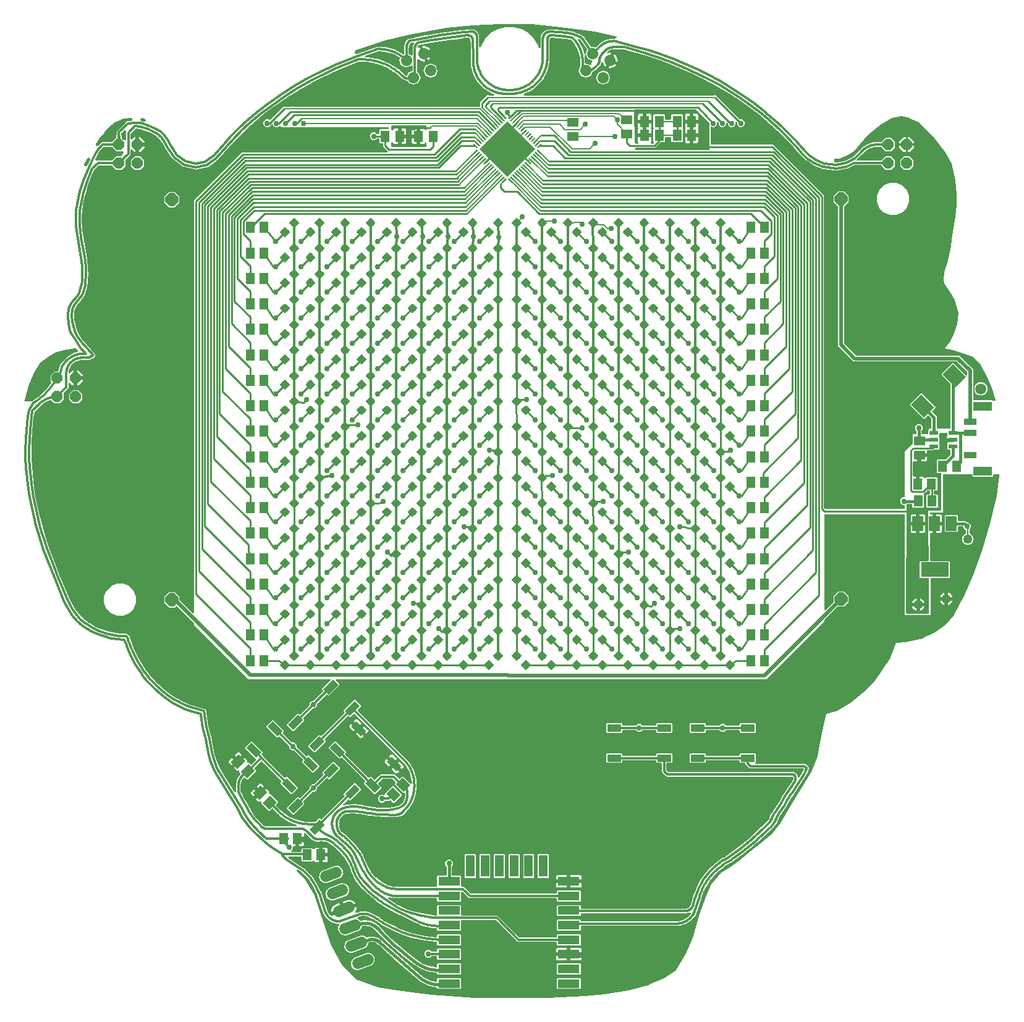
<source format=gtl>
G04 EAGLE Gerber X2 export*
G75*
%MOMM*%
%FSLAX34Y34*%
%LPD*%
%AMOC8*
5,1,8,0,0,1.08239X$1,22.5*%
G01*
%ADD10C,0.300000*%
%ADD11R,5.400000X5.400000*%
%ADD12R,0.740000X0.220000*%
%ADD13R,1.300000X1.500000*%
%ADD14P,1.932066X8X292.500000*%
%ADD15P,1.932066X8X112.500000*%
%ADD16R,1.200000X0.550000*%
%ADD17R,2.000000X2.500000*%
%ADD18R,1.500000X1.300000*%
%ADD19R,1.498600X2.006600*%
%ADD20R,3.810000X2.006600*%
%ADD21R,1.300000X1.600000*%
%ADD22R,1.700000X0.900000*%
%ADD23R,2.540000X1.270000*%
%ADD24R,3.000000X1.200000*%
%ADD25R,1.200000X3.000000*%
%ADD26C,1.524000*%
%ADD27P,1.632244X8X22.500000*%
%ADD28P,1.632244X8X44.500000*%
%ADD29P,1.632244X8X360.500000*%
%ADD30R,1.905000X1.016000*%
%ADD31C,1.270000*%
%ADD32C,0.304800*%
%ADD33C,0.254000*%
%ADD34C,0.756400*%
%ADD35C,0.152400*%
%ADD36C,0.203200*%
%ADD37C,0.508000*%
%ADD38C,0.406400*%
%ADD39C,0.609600*%
%ADD40C,1.016000*%
%ADD41C,1.500000*%

G36*
X803058Y181143D02*
X803058Y181143D01*
X803103Y181142D01*
X853903Y183682D01*
X853919Y183685D01*
X853960Y183686D01*
X880630Y186226D01*
X880650Y186231D01*
X880711Y186237D01*
X912461Y191317D01*
X912480Y191322D01*
X912580Y191342D01*
X941790Y198962D01*
X941808Y198969D01*
X941827Y198972D01*
X941979Y199027D01*
X962299Y207917D01*
X962325Y207933D01*
X962355Y207943D01*
X962494Y208024D01*
X977734Y218184D01*
X977769Y218214D01*
X977809Y218238D01*
X977858Y218287D01*
X977866Y218293D01*
X977877Y218306D01*
X977889Y218318D01*
X977974Y218392D01*
X978001Y218430D01*
X978034Y218463D01*
X978124Y218596D01*
X990824Y240186D01*
X990829Y240198D01*
X990890Y240315D01*
X1001050Y263175D01*
X1001051Y263179D01*
X1001054Y263183D01*
X1001108Y263335D01*
X1009987Y293775D01*
X1020123Y321649D01*
X1026386Y336680D01*
X1040093Y352880D01*
X1052613Y360392D01*
X1052630Y360405D01*
X1052688Y360440D01*
X1065388Y369330D01*
X1065404Y369345D01*
X1065473Y369395D01*
X1080694Y382079D01*
X1097184Y394764D01*
X1097198Y394778D01*
X1097246Y394815D01*
X1107406Y403705D01*
X1107415Y403716D01*
X1107427Y403724D01*
X1107539Y403840D01*
X1121509Y420350D01*
X1121533Y420387D01*
X1121563Y420418D01*
X1121650Y420554D01*
X1127989Y431965D01*
X1143215Y457341D01*
X1163531Y490355D01*
X1163540Y490375D01*
X1163553Y490392D01*
X1163624Y490537D01*
X1172514Y512127D01*
X1172530Y512187D01*
X1172556Y512245D01*
X1172592Y512401D01*
X1176397Y535234D01*
X1181471Y559331D01*
X1183843Y570007D01*
X1197074Y573615D01*
X1197155Y573649D01*
X1197240Y573673D01*
X1197356Y573732D01*
X1197368Y573737D01*
X1197373Y573740D01*
X1197384Y573746D01*
X1218974Y586446D01*
X1218992Y586460D01*
X1219013Y586470D01*
X1219143Y586565D01*
X1234383Y599265D01*
X1234397Y599280D01*
X1234468Y599343D01*
X1250978Y615853D01*
X1250997Y615878D01*
X1251022Y615899D01*
X1251122Y616025D01*
X1271442Y645235D01*
X1271474Y645297D01*
X1271515Y645354D01*
X1271583Y645500D01*
X1280191Y667635D01*
X1292116Y668827D01*
X1292132Y668831D01*
X1292251Y668848D01*
X1316381Y673928D01*
X1316440Y673948D01*
X1316502Y673960D01*
X1316652Y674018D01*
X1333162Y681638D01*
X1333199Y681661D01*
X1333241Y681677D01*
X1333377Y681764D01*
X1347347Y691924D01*
X1347407Y691980D01*
X1347473Y692028D01*
X1347574Y692137D01*
X1347578Y692141D01*
X1347579Y692143D01*
X1347582Y692146D01*
X1359012Y706116D01*
X1359031Y706147D01*
X1359056Y706172D01*
X1359142Y706308D01*
X1373112Y731708D01*
X1373120Y731728D01*
X1373164Y731814D01*
X1385864Y761024D01*
X1385870Y761045D01*
X1385899Y761115D01*
X1397329Y794135D01*
X1397332Y794147D01*
X1397342Y794174D01*
X1408772Y831004D01*
X1408776Y831025D01*
X1408796Y831092D01*
X1417686Y869192D01*
X1417688Y869212D01*
X1417708Y869309D01*
X1421518Y897249D01*
X1421518Y897295D01*
X1421527Y897340D01*
X1421520Y897453D01*
X1421521Y897567D01*
X1421510Y897611D01*
X1421507Y897657D01*
X1421472Y897765D01*
X1421445Y897875D01*
X1421423Y897916D01*
X1421409Y897959D01*
X1421348Y898055D01*
X1421294Y898156D01*
X1421263Y898189D01*
X1421239Y898228D01*
X1421156Y898306D01*
X1421079Y898390D01*
X1421041Y898415D01*
X1421007Y898446D01*
X1420908Y898501D01*
X1420812Y898563D01*
X1420769Y898577D01*
X1420729Y898600D01*
X1420619Y898628D01*
X1420511Y898664D01*
X1420465Y898668D01*
X1420421Y898679D01*
X1420260Y898689D01*
X1414224Y898689D01*
X1414106Y898674D01*
X1413987Y898667D01*
X1413949Y898654D01*
X1413908Y898649D01*
X1413798Y898606D01*
X1413685Y898569D01*
X1413650Y898547D01*
X1413613Y898532D01*
X1413517Y898463D01*
X1413416Y898399D01*
X1413388Y898369D01*
X1413355Y898346D01*
X1413279Y898254D01*
X1413198Y898167D01*
X1413178Y898132D01*
X1413153Y898101D01*
X1413102Y897993D01*
X1413044Y897889D01*
X1413034Y897849D01*
X1413017Y897813D01*
X1412995Y897696D01*
X1412965Y897581D01*
X1412961Y897521D01*
X1412957Y897501D01*
X1412959Y897480D01*
X1412955Y897420D01*
X1412955Y896428D01*
X1412062Y895535D01*
X1385398Y895535D01*
X1384505Y896428D01*
X1384505Y897420D01*
X1384490Y897538D01*
X1384483Y897657D01*
X1384470Y897695D01*
X1384465Y897736D01*
X1384422Y897846D01*
X1384385Y897959D01*
X1384363Y897994D01*
X1384348Y898031D01*
X1384279Y898127D01*
X1384215Y898228D01*
X1384185Y898256D01*
X1384162Y898289D01*
X1384070Y898365D01*
X1383983Y898446D01*
X1383948Y898466D01*
X1383917Y898491D01*
X1383809Y898542D01*
X1383705Y898600D01*
X1383665Y898610D01*
X1383629Y898627D01*
X1383512Y898649D01*
X1383397Y898679D01*
X1383337Y898683D01*
X1383317Y898687D01*
X1383296Y898685D01*
X1383236Y898689D01*
X1345330Y898689D01*
X1345212Y898674D01*
X1345093Y898667D01*
X1345055Y898654D01*
X1345014Y898649D01*
X1344904Y898606D01*
X1344791Y898569D01*
X1344756Y898547D01*
X1344719Y898532D01*
X1344623Y898463D01*
X1344522Y898399D01*
X1344494Y898369D01*
X1344461Y898346D01*
X1344386Y898254D01*
X1344304Y898167D01*
X1344284Y898132D01*
X1344259Y898101D01*
X1344208Y897993D01*
X1344150Y897889D01*
X1344140Y897849D01*
X1344123Y897813D01*
X1344101Y897696D01*
X1344071Y897581D01*
X1344067Y897521D01*
X1344063Y897501D01*
X1344065Y897480D01*
X1344061Y897420D01*
X1344061Y846619D01*
X1327550Y846619D01*
X1327428Y846604D01*
X1327304Y846595D01*
X1327270Y846584D01*
X1327234Y846579D01*
X1327120Y846534D01*
X1327002Y846495D01*
X1326972Y846476D01*
X1326939Y846462D01*
X1326839Y846390D01*
X1326735Y846323D01*
X1326711Y846297D01*
X1326681Y846276D01*
X1326603Y846180D01*
X1326519Y846090D01*
X1326502Y846058D01*
X1326479Y846031D01*
X1326426Y845919D01*
X1326367Y845810D01*
X1326358Y845775D01*
X1326343Y845743D01*
X1326320Y845622D01*
X1326290Y845502D01*
X1326287Y845449D01*
X1326283Y845431D01*
X1326285Y845409D01*
X1326281Y845341D01*
X1326283Y845022D01*
X1326298Y844909D01*
X1326305Y844794D01*
X1326319Y844752D01*
X1326325Y844707D01*
X1326368Y844601D01*
X1326403Y844492D01*
X1326427Y844454D01*
X1326444Y844412D01*
X1326512Y844320D01*
X1326574Y844223D01*
X1326606Y844192D01*
X1326633Y844156D01*
X1326722Y844084D01*
X1326805Y844005D01*
X1326844Y843984D01*
X1326879Y843955D01*
X1326983Y843907D01*
X1327084Y843852D01*
X1327127Y843841D01*
X1327168Y843822D01*
X1327281Y843801D01*
X1327392Y843772D01*
X1327460Y843768D01*
X1327481Y843764D01*
X1327500Y843765D01*
X1327552Y843762D01*
X1330126Y843762D01*
X1330126Y832458D01*
X1330140Y832340D01*
X1330148Y832222D01*
X1330160Y832183D01*
X1330165Y832143D01*
X1330209Y832032D01*
X1330246Y831919D01*
X1330268Y831885D01*
X1330282Y831847D01*
X1330352Y831751D01*
X1330416Y831650D01*
X1330446Y831623D01*
X1330469Y831590D01*
X1330561Y831514D01*
X1330648Y831432D01*
X1330683Y831413D01*
X1330714Y831387D01*
X1330822Y831336D01*
X1330926Y831279D01*
X1330965Y831269D01*
X1331002Y831252D01*
X1331119Y831229D01*
X1331234Y831199D01*
X1331294Y831196D01*
X1331314Y831192D01*
X1331335Y831193D01*
X1331395Y831189D01*
X1332666Y831189D01*
X1332666Y831188D01*
X1331395Y831188D01*
X1331277Y831173D01*
X1331158Y831165D01*
X1331119Y831153D01*
X1331079Y831148D01*
X1330969Y831104D01*
X1330855Y831067D01*
X1330821Y831046D01*
X1330784Y831031D01*
X1330687Y830961D01*
X1330587Y830897D01*
X1330559Y830868D01*
X1330526Y830844D01*
X1330450Y830752D01*
X1330369Y830665D01*
X1330349Y830630D01*
X1330323Y830599D01*
X1330273Y830491D01*
X1330215Y830387D01*
X1330205Y830348D01*
X1330188Y830311D01*
X1330166Y830194D01*
X1330136Y830079D01*
X1330132Y830019D01*
X1330128Y829999D01*
X1330129Y829978D01*
X1330126Y829918D01*
X1330126Y818615D01*
X1327749Y818615D01*
X1327627Y818599D01*
X1327503Y818591D01*
X1327469Y818579D01*
X1327434Y818575D01*
X1327319Y818529D01*
X1327202Y818490D01*
X1327171Y818471D01*
X1327138Y818458D01*
X1327038Y818385D01*
X1326934Y818318D01*
X1326910Y818292D01*
X1326881Y818271D01*
X1326802Y818176D01*
X1326718Y818085D01*
X1326701Y818054D01*
X1326678Y818026D01*
X1326625Y817914D01*
X1326566Y817806D01*
X1326558Y817771D01*
X1326542Y817738D01*
X1326519Y817617D01*
X1326489Y817497D01*
X1326486Y817445D01*
X1326483Y817426D01*
X1326484Y817405D01*
X1326480Y817336D01*
X1326738Y781014D01*
X1326753Y780901D01*
X1326761Y780786D01*
X1326774Y780744D01*
X1326780Y780699D01*
X1326823Y780593D01*
X1326859Y780484D01*
X1326883Y780446D01*
X1326900Y780404D01*
X1326967Y780312D01*
X1327029Y780215D01*
X1327062Y780184D01*
X1327088Y780148D01*
X1327177Y780076D01*
X1327260Y779997D01*
X1327300Y779976D01*
X1327335Y779947D01*
X1327439Y779899D01*
X1327539Y779844D01*
X1327582Y779833D01*
X1327623Y779814D01*
X1327736Y779793D01*
X1327847Y779764D01*
X1327915Y779760D01*
X1327936Y779756D01*
X1327955Y779757D01*
X1328008Y779754D01*
X1352600Y779754D01*
X1353493Y778861D01*
X1353493Y757532D01*
X1352600Y756639D01*
X1328190Y756639D01*
X1328067Y756623D01*
X1327944Y756615D01*
X1327910Y756603D01*
X1327874Y756599D01*
X1327759Y756553D01*
X1327642Y756514D01*
X1327612Y756495D01*
X1327579Y756482D01*
X1327479Y756409D01*
X1327375Y756342D01*
X1327351Y756316D01*
X1327321Y756295D01*
X1327243Y756200D01*
X1327159Y756109D01*
X1327142Y756078D01*
X1327119Y756050D01*
X1327066Y755938D01*
X1327007Y755830D01*
X1326998Y755795D01*
X1326983Y755762D01*
X1326960Y755641D01*
X1326930Y755521D01*
X1326927Y755469D01*
X1326923Y755450D01*
X1326925Y755429D01*
X1326921Y755360D01*
X1327272Y706029D01*
X1291989Y706029D01*
X1291989Y842810D01*
X1291974Y842928D01*
X1291967Y843047D01*
X1291954Y843085D01*
X1291949Y843126D01*
X1291906Y843236D01*
X1291869Y843349D01*
X1291847Y843384D01*
X1291832Y843421D01*
X1291763Y843517D01*
X1291699Y843618D01*
X1291669Y843646D01*
X1291646Y843679D01*
X1291554Y843755D01*
X1291467Y843836D01*
X1291432Y843856D01*
X1291401Y843881D01*
X1291293Y843932D01*
X1291189Y843990D01*
X1291149Y844000D01*
X1291113Y844017D01*
X1290996Y844039D01*
X1290881Y844069D01*
X1290821Y844073D01*
X1290801Y844077D01*
X1290780Y844075D01*
X1290720Y844079D01*
X1182770Y844079D01*
X1182652Y844064D01*
X1182533Y844057D01*
X1182495Y844044D01*
X1182454Y844039D01*
X1182344Y843996D01*
X1182231Y843959D01*
X1182196Y843937D01*
X1182159Y843922D01*
X1182063Y843853D01*
X1181962Y843789D01*
X1181934Y843759D01*
X1181901Y843736D01*
X1181826Y843644D01*
X1181744Y843557D01*
X1181724Y843522D01*
X1181699Y843491D01*
X1181648Y843383D01*
X1181590Y843279D01*
X1181580Y843239D01*
X1181563Y843203D01*
X1181541Y843086D01*
X1181511Y842971D01*
X1181507Y842911D01*
X1181503Y842891D01*
X1181505Y842870D01*
X1181501Y842810D01*
X1181501Y713693D01*
X1181518Y713556D01*
X1181531Y713417D01*
X1181538Y713398D01*
X1181541Y713378D01*
X1181592Y713249D01*
X1181639Y713118D01*
X1181650Y713101D01*
X1181658Y713082D01*
X1181739Y712970D01*
X1181817Y712855D01*
X1181833Y712841D01*
X1181844Y712825D01*
X1181952Y712736D01*
X1182056Y712644D01*
X1182074Y712635D01*
X1182089Y712622D01*
X1182215Y712563D01*
X1182339Y712500D01*
X1182359Y712495D01*
X1182377Y712486D01*
X1182513Y712460D01*
X1182649Y712430D01*
X1182670Y712431D01*
X1182690Y712427D01*
X1182828Y712435D01*
X1182967Y712440D01*
X1182987Y712445D01*
X1183007Y712446D01*
X1183139Y712489D01*
X1183273Y712528D01*
X1183290Y712538D01*
X1183309Y712544D01*
X1183427Y712619D01*
X1183547Y712689D01*
X1183568Y712708D01*
X1183578Y712715D01*
X1183592Y712730D01*
X1183668Y712796D01*
X1193659Y722787D01*
X1193719Y722865D01*
X1193787Y722937D01*
X1193816Y722990D01*
X1193853Y723038D01*
X1193893Y723129D01*
X1193941Y723216D01*
X1193956Y723274D01*
X1193980Y723330D01*
X1193995Y723428D01*
X1194020Y723524D01*
X1194026Y723624D01*
X1194030Y723644D01*
X1194028Y723656D01*
X1194030Y723684D01*
X1194030Y732188D01*
X1200152Y738310D01*
X1208808Y738310D01*
X1214930Y732188D01*
X1214930Y723532D01*
X1208808Y717410D01*
X1200304Y717410D01*
X1200206Y717398D01*
X1200107Y717395D01*
X1200049Y717378D01*
X1199989Y717370D01*
X1199897Y717334D01*
X1199802Y717306D01*
X1199749Y717276D01*
X1199693Y717253D01*
X1199613Y717195D01*
X1199528Y717145D01*
X1199452Y717079D01*
X1199436Y717067D01*
X1199428Y717057D01*
X1199407Y717039D01*
X1181873Y699504D01*
X1181812Y699426D01*
X1181744Y699354D01*
X1181715Y699301D01*
X1181678Y699253D01*
X1181638Y699162D01*
X1181590Y699075D01*
X1181575Y699017D01*
X1181551Y698961D01*
X1181536Y698863D01*
X1181511Y698767D01*
X1181505Y698667D01*
X1181501Y698647D01*
X1181503Y698635D01*
X1181501Y698607D01*
X1181501Y697286D01*
X1102234Y618019D01*
X513437Y618019D01*
X513299Y618002D01*
X513160Y617989D01*
X513141Y617982D01*
X513121Y617979D01*
X512992Y617928D01*
X512861Y617881D01*
X512844Y617870D01*
X512826Y617862D01*
X512713Y617781D01*
X512598Y617703D01*
X512585Y617687D01*
X512568Y617676D01*
X512479Y617568D01*
X512387Y617464D01*
X512378Y617446D01*
X512365Y617431D01*
X512306Y617305D01*
X512243Y617181D01*
X512238Y617161D01*
X512230Y617143D01*
X512204Y617007D01*
X512173Y616871D01*
X512174Y616850D01*
X512170Y616831D01*
X512179Y616692D01*
X512183Y616553D01*
X512189Y616533D01*
X512190Y616513D01*
X512233Y616381D01*
X512271Y616247D01*
X512282Y616230D01*
X512288Y616211D01*
X512362Y616093D01*
X512433Y615973D01*
X512451Y615952D01*
X512458Y615942D01*
X512473Y615928D01*
X512539Y615853D01*
X517370Y611022D01*
X517370Y609759D01*
X503006Y595395D01*
X501743Y595395D01*
X500758Y596381D01*
X500664Y596454D01*
X500574Y596533D01*
X500538Y596551D01*
X500506Y596576D01*
X500397Y596623D01*
X500291Y596677D01*
X500252Y596686D01*
X500214Y596702D01*
X500097Y596721D01*
X499981Y596747D01*
X499940Y596746D01*
X499900Y596752D01*
X499782Y596741D01*
X499663Y596737D01*
X499624Y596726D01*
X499584Y596722D01*
X499472Y596682D01*
X499357Y596649D01*
X499323Y596628D01*
X499284Y596615D01*
X499186Y596548D01*
X499083Y596487D01*
X499038Y596447D01*
X499021Y596436D01*
X499008Y596421D01*
X498963Y596381D01*
X486964Y584382D01*
X486903Y584304D01*
X486835Y584231D01*
X486813Y584191D01*
X486798Y584174D01*
X486793Y584162D01*
X486769Y584131D01*
X486729Y584040D01*
X486682Y583953D01*
X486666Y583894D01*
X486642Y583839D01*
X486627Y583741D01*
X486602Y583645D01*
X486596Y583545D01*
X486592Y583525D01*
X486594Y583512D01*
X486592Y583484D01*
X486592Y581959D01*
X485784Y580009D01*
X484291Y578516D01*
X482341Y577708D01*
X480816Y577708D01*
X480718Y577696D01*
X480618Y577693D01*
X480560Y577676D01*
X480500Y577668D01*
X480408Y577632D01*
X480313Y577604D01*
X480261Y577574D01*
X480204Y577551D01*
X480124Y577493D01*
X480039Y577443D01*
X479964Y577376D01*
X479947Y577364D01*
X479939Y577355D01*
X479918Y577336D01*
X467919Y565337D01*
X467846Y565243D01*
X467767Y565154D01*
X467749Y565118D01*
X467724Y565086D01*
X467677Y564977D01*
X467623Y564871D01*
X467614Y564831D01*
X467598Y564794D01*
X467579Y564676D01*
X467553Y564560D01*
X467554Y564520D01*
X467548Y564480D01*
X467559Y564362D01*
X467563Y564243D01*
X467574Y564204D01*
X467578Y564164D01*
X467618Y564051D01*
X467651Y563937D01*
X467672Y563902D01*
X467685Y563864D01*
X467752Y563766D01*
X467813Y563663D01*
X467853Y563618D01*
X467864Y563601D01*
X467879Y563588D01*
X467919Y563542D01*
X468905Y562557D01*
X468905Y561294D01*
X454541Y546930D01*
X453278Y546930D01*
X445201Y555008D01*
X445201Y556271D01*
X459564Y570634D01*
X460827Y570634D01*
X461813Y569649D01*
X461907Y569576D01*
X461996Y569497D01*
X462032Y569479D01*
X462064Y569454D01*
X462173Y569407D01*
X462279Y569353D01*
X462319Y569344D01*
X462356Y569328D01*
X462473Y569309D01*
X462589Y569283D01*
X462630Y569284D01*
X462670Y569278D01*
X462788Y569289D01*
X462907Y569293D01*
X462946Y569304D01*
X462986Y569308D01*
X463099Y569348D01*
X463213Y569381D01*
X463248Y569401D01*
X463286Y569415D01*
X463384Y569482D01*
X463487Y569543D01*
X463532Y569582D01*
X463549Y569594D01*
X463562Y569609D01*
X463608Y569649D01*
X475607Y581648D01*
X475667Y581726D01*
X475735Y581798D01*
X475764Y581851D01*
X475802Y581899D01*
X475841Y581990D01*
X475889Y582077D01*
X475904Y582135D01*
X475928Y582191D01*
X475943Y582289D01*
X475968Y582385D01*
X475975Y582485D01*
X475978Y582505D01*
X475977Y582517D01*
X475978Y582545D01*
X475978Y584071D01*
X476786Y586021D01*
X478279Y587514D01*
X480230Y588322D01*
X481755Y588322D01*
X481853Y588334D01*
X481952Y588337D01*
X482010Y588354D01*
X482070Y588361D01*
X482162Y588398D01*
X482257Y588425D01*
X482309Y588456D01*
X482366Y588479D01*
X482446Y588537D01*
X482531Y588587D01*
X482607Y588653D01*
X482623Y588665D01*
X482631Y588675D01*
X482652Y588693D01*
X494651Y600692D01*
X494724Y600787D01*
X494803Y600876D01*
X494821Y600912D01*
X494846Y600944D01*
X494893Y601053D01*
X494947Y601159D01*
X494956Y601198D01*
X494972Y601236D01*
X494991Y601353D01*
X495017Y601469D01*
X495016Y601510D01*
X495022Y601550D01*
X495011Y601668D01*
X495007Y601787D01*
X494996Y601826D01*
X494992Y601866D01*
X494952Y601978D01*
X494919Y602093D01*
X494898Y602127D01*
X494885Y602166D01*
X494818Y602264D01*
X494757Y602367D01*
X494718Y602412D01*
X494706Y602429D01*
X494691Y602442D01*
X494651Y602487D01*
X493666Y603473D01*
X493666Y604736D01*
X504782Y615853D01*
X504867Y615962D01*
X504956Y616069D01*
X504965Y616088D01*
X504977Y616104D01*
X505033Y616232D01*
X505092Y616357D01*
X505095Y616377D01*
X505103Y616396D01*
X505125Y616533D01*
X505151Y616670D01*
X505150Y616690D01*
X505153Y616710D01*
X505140Y616849D01*
X505132Y616987D01*
X505125Y617006D01*
X505124Y617026D01*
X505076Y617158D01*
X505034Y617289D01*
X505023Y617307D01*
X505016Y617326D01*
X504938Y617441D01*
X504863Y617558D01*
X504849Y617572D01*
X504837Y617589D01*
X504733Y617681D01*
X504632Y617776D01*
X504614Y617786D01*
X504599Y617799D01*
X504475Y617862D01*
X504353Y617930D01*
X504334Y617935D01*
X504316Y617944D01*
X504180Y617974D01*
X504045Y618009D01*
X504017Y618011D01*
X504005Y618014D01*
X503985Y618013D01*
X503885Y618019D01*
X392086Y618019D01*
X317899Y692206D01*
X317899Y694344D01*
X317887Y694442D01*
X317884Y694541D01*
X317867Y694600D01*
X317859Y694660D01*
X317823Y694752D01*
X317795Y694847D01*
X317765Y694899D01*
X317742Y694955D01*
X317684Y695035D01*
X317634Y695121D01*
X317568Y695196D01*
X317556Y695213D01*
X317546Y695221D01*
X317528Y695242D01*
X295131Y717638D01*
X295037Y717711D01*
X294948Y717790D01*
X294912Y717808D01*
X294880Y717833D01*
X294770Y717880D01*
X294665Y717934D01*
X294625Y717943D01*
X294588Y717959D01*
X294470Y717978D01*
X294354Y718004D01*
X294314Y718003D01*
X294274Y718009D01*
X294155Y717998D01*
X294036Y717994D01*
X293998Y717983D01*
X293957Y717979D01*
X293845Y717939D01*
X293731Y717906D01*
X293696Y717886D01*
X293658Y717872D01*
X293559Y717805D01*
X293457Y717744D01*
X293412Y717705D01*
X293395Y717693D01*
X293381Y717678D01*
X293336Y717638D01*
X291908Y716210D01*
X283252Y716210D01*
X277130Y722332D01*
X277130Y730988D01*
X283252Y737110D01*
X291908Y737110D01*
X298030Y730988D01*
X298030Y726762D01*
X298042Y726664D01*
X298045Y726565D01*
X298062Y726507D01*
X298070Y726446D01*
X298106Y726354D01*
X298134Y726259D01*
X298164Y726207D01*
X298187Y726151D01*
X298245Y726071D01*
X298295Y725985D01*
X298361Y725910D01*
X298373Y725893D01*
X298383Y725886D01*
X298401Y725865D01*
X315733Y708534D01*
X315842Y708448D01*
X315949Y708360D01*
X315968Y708351D01*
X315984Y708339D01*
X316112Y708283D01*
X316237Y708224D01*
X316257Y708220D01*
X316276Y708212D01*
X316414Y708190D01*
X316550Y708164D01*
X316570Y708166D01*
X316590Y708162D01*
X316729Y708175D01*
X316867Y708184D01*
X316886Y708190D01*
X316906Y708192D01*
X317038Y708239D01*
X317169Y708282D01*
X317187Y708293D01*
X317206Y708300D01*
X317321Y708378D01*
X317438Y708452D01*
X317452Y708467D01*
X317469Y708478D01*
X317561Y708583D01*
X317656Y708684D01*
X317666Y708702D01*
X317679Y708717D01*
X317742Y708841D01*
X317810Y708962D01*
X317815Y708982D01*
X317824Y709000D01*
X317854Y709136D01*
X317889Y709270D01*
X317891Y709298D01*
X317894Y709310D01*
X317893Y709331D01*
X317899Y709431D01*
X317899Y732861D01*
X317887Y732960D01*
X317884Y733059D01*
X317867Y733117D01*
X317859Y733177D01*
X317823Y733269D01*
X317795Y733364D01*
X317767Y733412D01*
X317767Y1273952D01*
X383338Y1339523D01*
X383375Y1339538D01*
X383455Y1339596D01*
X383540Y1339646D01*
X383615Y1339712D01*
X383632Y1339724D01*
X383640Y1339734D01*
X383661Y1339753D01*
X383718Y1339810D01*
X582233Y1339810D01*
X582371Y1339827D01*
X582510Y1339840D01*
X582529Y1339847D01*
X582549Y1339850D01*
X582678Y1339901D01*
X582809Y1339948D01*
X582826Y1339959D01*
X582845Y1339967D01*
X582957Y1340049D01*
X583072Y1340127D01*
X583086Y1340142D01*
X583102Y1340154D01*
X583191Y1340261D01*
X583283Y1340365D01*
X583292Y1340383D01*
X583305Y1340399D01*
X583364Y1340524D01*
X583427Y1340648D01*
X583432Y1340668D01*
X583440Y1340686D01*
X583466Y1340823D01*
X583497Y1340959D01*
X583496Y1340979D01*
X583500Y1340999D01*
X583492Y1341137D01*
X583487Y1341276D01*
X583482Y1341296D01*
X583480Y1341316D01*
X583438Y1341448D01*
X583399Y1341582D01*
X583389Y1341599D01*
X583382Y1341619D01*
X583308Y1341736D01*
X583237Y1341856D01*
X583219Y1341877D01*
X583212Y1341887D01*
X583197Y1341901D01*
X583131Y1341977D01*
X578734Y1346374D01*
X576725Y1348382D01*
X576725Y1350776D01*
X576748Y1350828D01*
X576796Y1350915D01*
X576809Y1350967D01*
X576823Y1350996D01*
X576825Y1351006D01*
X576835Y1351029D01*
X576850Y1351127D01*
X576875Y1351223D01*
X576879Y1351292D01*
X576883Y1351309D01*
X576882Y1351325D01*
X576885Y1351343D01*
X576883Y1351355D01*
X576885Y1351383D01*
X576885Y1351446D01*
X576870Y1351564D01*
X576863Y1351683D01*
X576850Y1351721D01*
X576845Y1351762D01*
X576802Y1351872D01*
X576765Y1351985D01*
X576743Y1352020D01*
X576728Y1352057D01*
X576659Y1352153D01*
X576595Y1352254D01*
X576565Y1352282D01*
X576542Y1352315D01*
X576450Y1352391D01*
X576363Y1352472D01*
X576328Y1352492D01*
X576297Y1352517D01*
X576189Y1352568D01*
X576085Y1352626D01*
X576045Y1352636D01*
X576009Y1352653D01*
X575892Y1352675D01*
X575777Y1352705D01*
X575717Y1352709D01*
X575697Y1352713D01*
X575676Y1352711D01*
X575616Y1352715D01*
X572548Y1352715D01*
X571655Y1353608D01*
X571655Y1358176D01*
X571640Y1358294D01*
X571633Y1358413D01*
X571620Y1358451D01*
X571615Y1358492D01*
X571572Y1358602D01*
X571535Y1358715D01*
X571513Y1358750D01*
X571498Y1358787D01*
X571429Y1358883D01*
X571365Y1358984D01*
X571335Y1359012D01*
X571312Y1359045D01*
X571220Y1359121D01*
X571133Y1359202D01*
X571098Y1359222D01*
X571067Y1359247D01*
X570959Y1359298D01*
X570855Y1359356D01*
X570815Y1359366D01*
X570779Y1359383D01*
X570662Y1359405D01*
X570547Y1359435D01*
X570487Y1359439D01*
X570467Y1359443D01*
X570446Y1359441D01*
X570386Y1359445D01*
X569516Y1359445D01*
X569418Y1359433D01*
X569319Y1359430D01*
X569260Y1359413D01*
X569200Y1359405D01*
X569108Y1359369D01*
X569013Y1359341D01*
X568961Y1359311D01*
X568905Y1359288D01*
X568825Y1359230D01*
X568739Y1359180D01*
X568664Y1359114D01*
X568647Y1359102D01*
X568640Y1359092D01*
X568618Y1359074D01*
X567286Y1357741D01*
X565336Y1356933D01*
X563224Y1356933D01*
X561274Y1357741D01*
X559781Y1359234D01*
X558973Y1361184D01*
X558973Y1363296D01*
X559781Y1365246D01*
X561274Y1366739D01*
X563224Y1367547D01*
X565336Y1367547D01*
X567286Y1366739D01*
X568618Y1365406D01*
X568697Y1365346D01*
X568769Y1365278D01*
X568822Y1365249D01*
X568870Y1365212D01*
X568961Y1365172D01*
X569047Y1365124D01*
X569106Y1365109D01*
X569162Y1365085D01*
X569259Y1365070D01*
X569355Y1365045D01*
X569455Y1365039D01*
X569476Y1365035D01*
X569488Y1365037D01*
X569516Y1365035D01*
X570386Y1365035D01*
X570504Y1365050D01*
X570623Y1365057D01*
X570661Y1365070D01*
X570702Y1365075D01*
X570812Y1365118D01*
X570925Y1365155D01*
X570960Y1365177D01*
X570997Y1365192D01*
X571093Y1365261D01*
X571194Y1365325D01*
X571222Y1365355D01*
X571255Y1365378D01*
X571331Y1365470D01*
X571412Y1365557D01*
X571432Y1365592D01*
X571457Y1365623D01*
X571508Y1365731D01*
X571566Y1365835D01*
X571576Y1365875D01*
X571593Y1365911D01*
X571615Y1366028D01*
X571645Y1366143D01*
X571649Y1366203D01*
X571653Y1366223D01*
X571651Y1366244D01*
X571655Y1366304D01*
X571655Y1370872D01*
X572548Y1371765D01*
X583330Y1371765D01*
X583448Y1371780D01*
X583567Y1371787D01*
X583605Y1371800D01*
X583646Y1371805D01*
X583756Y1371848D01*
X583869Y1371885D01*
X583904Y1371907D01*
X583941Y1371922D01*
X584037Y1371991D01*
X584138Y1372055D01*
X584166Y1372085D01*
X584199Y1372108D01*
X584275Y1372200D01*
X584356Y1372287D01*
X584376Y1372322D01*
X584401Y1372353D01*
X584452Y1372461D01*
X584510Y1372565D01*
X584520Y1372605D01*
X584537Y1372641D01*
X584559Y1372758D01*
X584589Y1372873D01*
X584593Y1372933D01*
X584597Y1372953D01*
X584595Y1372974D01*
X584599Y1373034D01*
X584599Y1373670D01*
X584584Y1373788D01*
X584577Y1373907D01*
X584564Y1373945D01*
X584559Y1373986D01*
X584516Y1374096D01*
X584479Y1374209D01*
X584457Y1374244D01*
X584442Y1374281D01*
X584373Y1374377D01*
X584309Y1374478D01*
X584279Y1374506D01*
X584256Y1374539D01*
X584164Y1374615D01*
X584077Y1374696D01*
X584042Y1374716D01*
X584011Y1374741D01*
X583903Y1374792D01*
X583799Y1374850D01*
X583759Y1374860D01*
X583723Y1374877D01*
X583606Y1374899D01*
X583491Y1374929D01*
X583431Y1374933D01*
X583411Y1374937D01*
X583390Y1374935D01*
X583330Y1374939D01*
X469614Y1374939D01*
X469604Y1374938D01*
X469595Y1374939D01*
X469446Y1374918D01*
X469298Y1374899D01*
X469289Y1374896D01*
X469280Y1374895D01*
X469128Y1374843D01*
X468816Y1374713D01*
X466704Y1374713D01*
X466392Y1374843D01*
X466383Y1374845D01*
X466375Y1374850D01*
X466230Y1374887D01*
X466085Y1374927D01*
X466076Y1374927D01*
X466067Y1374929D01*
X465906Y1374939D01*
X458184Y1374939D01*
X458174Y1374938D01*
X458165Y1374939D01*
X458017Y1374918D01*
X457868Y1374899D01*
X457859Y1374896D01*
X457850Y1374895D01*
X457698Y1374843D01*
X457386Y1374713D01*
X455274Y1374713D01*
X454962Y1374843D01*
X454953Y1374845D01*
X454945Y1374850D01*
X454800Y1374887D01*
X454655Y1374927D01*
X454646Y1374927D01*
X454637Y1374929D01*
X454476Y1374939D01*
X445484Y1374939D01*
X445474Y1374938D01*
X445465Y1374939D01*
X445317Y1374918D01*
X445168Y1374899D01*
X445159Y1374896D01*
X445150Y1374895D01*
X444998Y1374843D01*
X444686Y1374713D01*
X442574Y1374713D01*
X442262Y1374843D01*
X442253Y1374845D01*
X442245Y1374850D01*
X442100Y1374887D01*
X441955Y1374927D01*
X441946Y1374927D01*
X441937Y1374929D01*
X441776Y1374939D01*
X437806Y1374939D01*
X436477Y1376268D01*
X436383Y1376341D01*
X436294Y1376419D01*
X436258Y1376438D01*
X436226Y1376463D01*
X436117Y1376510D01*
X436011Y1376564D01*
X435971Y1376573D01*
X435934Y1376589D01*
X435817Y1376608D01*
X435701Y1376634D01*
X435660Y1376632D01*
X435620Y1376639D01*
X435502Y1376628D01*
X435383Y1376624D01*
X435344Y1376613D01*
X435304Y1376609D01*
X435191Y1376569D01*
X435077Y1376536D01*
X435042Y1376515D01*
X435004Y1376501D01*
X434906Y1376434D01*
X434803Y1376374D01*
X434758Y1376334D01*
X434741Y1376323D01*
X434728Y1376307D01*
X434682Y1376268D01*
X433936Y1375521D01*
X431986Y1374713D01*
X429874Y1374713D01*
X427924Y1375521D01*
X426431Y1377014D01*
X426029Y1377985D01*
X426004Y1378028D01*
X425988Y1378075D01*
X425926Y1378165D01*
X425872Y1378261D01*
X425837Y1378297D01*
X425809Y1378338D01*
X425727Y1378410D01*
X425650Y1378489D01*
X425608Y1378515D01*
X425571Y1378548D01*
X425473Y1378598D01*
X425379Y1378656D01*
X425332Y1378670D01*
X425287Y1378693D01*
X425180Y1378717D01*
X425075Y1378749D01*
X425026Y1378752D01*
X424977Y1378762D01*
X424867Y1378759D01*
X424758Y1378764D01*
X424709Y1378754D01*
X424659Y1378753D01*
X424554Y1378722D01*
X424446Y1378700D01*
X424402Y1378678D01*
X424354Y1378664D01*
X424259Y1378609D01*
X424160Y1378560D01*
X424123Y1378528D01*
X424080Y1378503D01*
X423959Y1378396D01*
X423015Y1377453D01*
X423009Y1377445D01*
X423002Y1377439D01*
X422912Y1377319D01*
X422820Y1377201D01*
X422816Y1377193D01*
X422811Y1377185D01*
X422740Y1377041D01*
X422729Y1377014D01*
X421236Y1375521D01*
X419286Y1374713D01*
X417174Y1374713D01*
X415224Y1375521D01*
X413731Y1377014D01*
X412923Y1378964D01*
X412923Y1381076D01*
X413731Y1383026D01*
X413868Y1383163D01*
X415224Y1384519D01*
X417174Y1385327D01*
X419286Y1385327D01*
X421182Y1384541D01*
X421309Y1384509D01*
X421434Y1384473D01*
X421446Y1384473D01*
X421457Y1384470D01*
X421588Y1384474D01*
X421719Y1384475D01*
X421730Y1384478D01*
X421741Y1384479D01*
X421743Y1384479D01*
X421771Y1384486D01*
X421801Y1384487D01*
X421925Y1384523D01*
X422052Y1384553D01*
X422078Y1384567D01*
X422106Y1384575D01*
X422218Y1384641D01*
X422333Y1384702D01*
X422355Y1384722D01*
X422380Y1384737D01*
X422501Y1384843D01*
X424304Y1386646D01*
X424377Y1386740D01*
X424404Y1386771D01*
X424889Y1387232D01*
X424898Y1387243D01*
X424908Y1387250D01*
X440030Y1402373D01*
X442360Y1402373D01*
X442372Y1402364D01*
X442436Y1402304D01*
X442485Y1402278D01*
X442530Y1402245D01*
X442611Y1402214D01*
X442689Y1402174D01*
X442737Y1402166D01*
X442795Y1402144D01*
X442943Y1402132D01*
X443020Y1402119D01*
X709060Y1402119D01*
X709118Y1402127D01*
X709176Y1402125D01*
X709258Y1402147D01*
X709342Y1402159D01*
X709395Y1402182D01*
X709451Y1402197D01*
X709524Y1402240D01*
X709601Y1402275D01*
X709646Y1402313D01*
X709696Y1402342D01*
X709754Y1402404D01*
X709818Y1402458D01*
X709850Y1402507D01*
X709890Y1402550D01*
X709929Y1402625D01*
X709976Y1402695D01*
X709993Y1402751D01*
X710020Y1402803D01*
X710031Y1402871D01*
X710061Y1402966D01*
X710064Y1403066D01*
X710075Y1403134D01*
X710075Y1409118D01*
X719332Y1418375D01*
X721662Y1418375D01*
X721674Y1418366D01*
X721738Y1418306D01*
X721787Y1418280D01*
X721831Y1418247D01*
X721913Y1418216D01*
X721991Y1418176D01*
X722039Y1418168D01*
X722097Y1418146D01*
X722245Y1418134D01*
X722322Y1418121D01*
X728345Y1418121D01*
X728354Y1418122D01*
X728364Y1418121D01*
X728495Y1418142D01*
X728626Y1418161D01*
X728635Y1418165D01*
X728645Y1418166D01*
X728765Y1418223D01*
X728886Y1418277D01*
X728893Y1418283D01*
X728902Y1418287D01*
X729002Y1418375D01*
X729103Y1418460D01*
X729108Y1418469D01*
X729115Y1418475D01*
X729187Y1418587D01*
X729260Y1418697D01*
X729263Y1418706D01*
X729268Y1418715D01*
X729306Y1418842D01*
X729346Y1418968D01*
X729346Y1418978D01*
X729349Y1418987D01*
X729350Y1419120D01*
X729353Y1419252D01*
X729351Y1419262D01*
X729351Y1419272D01*
X729315Y1419400D01*
X729282Y1419527D01*
X729277Y1419536D01*
X729274Y1419545D01*
X729204Y1419658D01*
X729136Y1419772D01*
X729129Y1419779D01*
X729124Y1419787D01*
X729026Y1419876D01*
X728929Y1419966D01*
X728920Y1419971D01*
X728913Y1419977D01*
X728861Y1420001D01*
X728676Y1420096D01*
X728640Y1420102D01*
X728608Y1420117D01*
X726586Y1420658D01*
X715755Y1426912D01*
X706912Y1435755D01*
X700658Y1446586D01*
X697421Y1458667D01*
X697421Y1469947D01*
X697419Y1469961D01*
X697421Y1469973D01*
X697023Y1485101D01*
X696871Y1490855D01*
X696832Y1492367D01*
X696830Y1492433D01*
X696817Y1492931D01*
X696787Y1494050D01*
X696786Y1494059D01*
X696787Y1494069D01*
X696770Y1494229D01*
X696662Y1494865D01*
X696656Y1494884D01*
X696654Y1494899D01*
X696653Y1494902D01*
X696651Y1494923D01*
X696637Y1494961D01*
X696634Y1494991D01*
X696604Y1495056D01*
X696570Y1495169D01*
X696555Y1495195D01*
X696545Y1495223D01*
X696463Y1495361D01*
X695750Y1496421D01*
X695671Y1496511D01*
X695598Y1496605D01*
X695567Y1496630D01*
X695565Y1496633D01*
X695547Y1496654D01*
X695544Y1496656D01*
X695541Y1496660D01*
X695524Y1496672D01*
X695512Y1496685D01*
X695437Y1496731D01*
X695348Y1496801D01*
X695295Y1496829D01*
X695278Y1496840D01*
X695259Y1496847D01*
X695205Y1496875D01*
X694034Y1497386D01*
X694006Y1497394D01*
X693979Y1497408D01*
X693899Y1497428D01*
X693877Y1497438D01*
X693831Y1497446D01*
X693729Y1497475D01*
X693709Y1497476D01*
X693691Y1497481D01*
X693681Y1497481D01*
X693670Y1497483D01*
X693510Y1497492D01*
X692865Y1497483D01*
X692855Y1497482D01*
X692846Y1497483D01*
X692686Y1497468D01*
X692645Y1497461D01*
X691080Y1497217D01*
X690919Y1497192D01*
X684091Y1496125D01*
X683482Y1496030D01*
X674203Y1495193D01*
X674202Y1495193D01*
X673780Y1495155D01*
X673755Y1495149D01*
X673734Y1495149D01*
X655299Y1492622D01*
X655284Y1492618D01*
X655271Y1492618D01*
X638499Y1489838D01*
X638485Y1489834D01*
X638474Y1489833D01*
X625940Y1487437D01*
X625827Y1487399D01*
X625712Y1487366D01*
X625695Y1487354D01*
X625671Y1487345D01*
X625438Y1487183D01*
X625436Y1487180D01*
X625434Y1487179D01*
X625061Y1486827D01*
X625055Y1486820D01*
X625048Y1486815D01*
X625017Y1486772D01*
X624883Y1486605D01*
X624869Y1486569D01*
X624850Y1486544D01*
X624069Y1484989D01*
X624049Y1484930D01*
X624020Y1484876D01*
X624004Y1484796D01*
X623978Y1484719D01*
X623975Y1484658D01*
X623963Y1484597D01*
X623969Y1484516D01*
X623966Y1484435D01*
X623980Y1484375D01*
X623985Y1484314D01*
X624013Y1484238D01*
X624032Y1484159D01*
X624063Y1484105D01*
X624085Y1484047D01*
X624133Y1483982D01*
X624173Y1483912D01*
X624217Y1483869D01*
X624254Y1483819D01*
X624319Y1483770D01*
X624377Y1483714D01*
X624431Y1483685D01*
X624480Y1483647D01*
X624556Y1483618D01*
X624627Y1483580D01*
X624688Y1483567D01*
X624746Y1483544D01*
X624826Y1483537D01*
X624905Y1483520D01*
X624967Y1483525D01*
X625029Y1483519D01*
X625094Y1483534D01*
X625189Y1483540D01*
X625287Y1483576D01*
X625356Y1483592D01*
X626921Y1484224D01*
X630316Y1475819D01*
X630345Y1475769D01*
X630366Y1475714D01*
X630416Y1475646D01*
X630459Y1475573D01*
X630501Y1475533D01*
X630536Y1475486D01*
X630603Y1475435D01*
X630664Y1475376D01*
X630715Y1475349D01*
X630762Y1475313D01*
X630841Y1475283D01*
X630915Y1475244D01*
X630972Y1475232D01*
X631027Y1475211D01*
X631111Y1475203D01*
X631194Y1475186D01*
X631252Y1475191D01*
X631310Y1475186D01*
X631378Y1475201D01*
X631477Y1475208D01*
X631571Y1475243D01*
X631638Y1475258D01*
X632581Y1475639D01*
X632581Y1475637D01*
X631639Y1475257D01*
X631588Y1475227D01*
X631533Y1475207D01*
X631466Y1475156D01*
X631392Y1475114D01*
X631352Y1475072D01*
X631305Y1475037D01*
X631254Y1474970D01*
X631196Y1474909D01*
X631168Y1474857D01*
X631133Y1474811D01*
X631102Y1474732D01*
X631063Y1474658D01*
X631051Y1474600D01*
X631030Y1474546D01*
X631023Y1474462D01*
X631006Y1474379D01*
X631010Y1474321D01*
X631005Y1474263D01*
X631020Y1474195D01*
X631028Y1474096D01*
X631063Y1474002D01*
X631078Y1473935D01*
X634473Y1465530D01*
X632485Y1464727D01*
X624921Y1467938D01*
X624806Y1467969D01*
X624692Y1468005D01*
X624668Y1468005D01*
X624646Y1468011D01*
X624527Y1468009D01*
X624408Y1468012D01*
X624385Y1468006D01*
X624362Y1468006D01*
X624248Y1467970D01*
X624133Y1467940D01*
X624113Y1467928D01*
X624090Y1467921D01*
X623990Y1467856D01*
X623888Y1467795D01*
X623872Y1467778D01*
X623853Y1467765D01*
X623775Y1467675D01*
X623694Y1467588D01*
X623683Y1467567D01*
X623668Y1467549D01*
X623619Y1467441D01*
X623564Y1467335D01*
X623561Y1467314D01*
X623550Y1467290D01*
X623509Y1467009D01*
X623509Y1467006D01*
X623509Y1467003D01*
X623509Y1466887D01*
X623512Y1466860D01*
X623510Y1466834D01*
X623527Y1466758D01*
X623549Y1466605D01*
X623573Y1466551D01*
X623583Y1466506D01*
X623790Y1465994D01*
X623589Y1465523D01*
X623580Y1465488D01*
X623564Y1465457D01*
X623551Y1465379D01*
X623516Y1465248D01*
X623517Y1465178D01*
X623509Y1465126D01*
X623509Y1450985D01*
X623528Y1450846D01*
X623547Y1450709D01*
X623548Y1450706D01*
X623549Y1450703D01*
X623605Y1450578D01*
X623662Y1450449D01*
X623664Y1450447D01*
X623665Y1450444D01*
X623755Y1450337D01*
X623844Y1450231D01*
X623846Y1450229D01*
X623848Y1450227D01*
X624085Y1450069D01*
X624110Y1450062D01*
X624127Y1450050D01*
X625543Y1449449D01*
X628356Y1442487D01*
X625422Y1435574D01*
X618459Y1432761D01*
X611547Y1435695D01*
X610865Y1437384D01*
X610862Y1437389D01*
X610860Y1437395D01*
X610791Y1437511D01*
X610722Y1437630D01*
X610718Y1437634D01*
X610715Y1437639D01*
X610616Y1437732D01*
X610517Y1437827D01*
X610512Y1437829D01*
X610507Y1437834D01*
X610387Y1437895D01*
X610266Y1437959D01*
X610260Y1437960D01*
X610254Y1437963D01*
X610212Y1437970D01*
X609987Y1438017D01*
X609952Y1438014D01*
X609923Y1438019D01*
X609273Y1438019D01*
X603860Y1440261D01*
X602275Y1441846D01*
X601789Y1442332D01*
X601767Y1442348D01*
X601753Y1442366D01*
X596362Y1447253D01*
X596290Y1447301D01*
X596244Y1447344D01*
X584159Y1455419D01*
X584048Y1455473D01*
X583983Y1455513D01*
X570555Y1461075D01*
X570436Y1461106D01*
X570365Y1461133D01*
X556110Y1463969D01*
X556023Y1463973D01*
X555961Y1463987D01*
X548694Y1464344D01*
X548667Y1464341D01*
X548644Y1464345D01*
X543656Y1464345D01*
X543632Y1464342D01*
X543608Y1464344D01*
X543533Y1464328D01*
X543375Y1464305D01*
X543323Y1464282D01*
X543280Y1464273D01*
X516470Y1453585D01*
X516442Y1453569D01*
X516416Y1453562D01*
X492054Y1442201D01*
X492033Y1442187D01*
X492014Y1442181D01*
X478481Y1435127D01*
X478463Y1435114D01*
X478447Y1435108D01*
X460854Y1425065D01*
X460834Y1425050D01*
X460816Y1425042D01*
X459056Y1423933D01*
X457446Y1422917D01*
X452616Y1419872D01*
X452615Y1419872D01*
X451005Y1418856D01*
X447785Y1416826D01*
X446175Y1415811D01*
X444565Y1414795D01*
X444401Y1414692D01*
X444381Y1414675D01*
X444361Y1414665D01*
X425327Y1401344D01*
X425307Y1401325D01*
X425288Y1401315D01*
X416592Y1394585D01*
X411436Y1390594D01*
X411424Y1390583D01*
X411392Y1390559D01*
X396453Y1377901D01*
X396442Y1377890D01*
X396413Y1377866D01*
X385584Y1367875D01*
X385574Y1367863D01*
X385547Y1367839D01*
X373569Y1355856D01*
X373561Y1355845D01*
X373536Y1355821D01*
X365131Y1346741D01*
X365124Y1346731D01*
X365104Y1346711D01*
X351867Y1331442D01*
X351797Y1331337D01*
X351721Y1331236D01*
X351709Y1331205D01*
X351690Y1331178D01*
X351649Y1331059D01*
X351601Y1330942D01*
X351591Y1330894D01*
X351585Y1330877D01*
X351583Y1330856D01*
X351573Y1330807D01*
X350930Y1330320D01*
X350893Y1330284D01*
X350851Y1330254D01*
X350738Y1330140D01*
X350208Y1329528D01*
X350109Y1329509D01*
X349984Y1329491D01*
X349954Y1329478D01*
X349921Y1329471D01*
X349808Y1329417D01*
X349691Y1329368D01*
X349651Y1329341D01*
X349635Y1329334D01*
X349618Y1329320D01*
X349557Y1329279D01*
X338133Y1320623D01*
X338038Y1320530D01*
X337940Y1320441D01*
X337917Y1320411D01*
X337906Y1320400D01*
X337895Y1320382D01*
X337842Y1320313D01*
X337553Y1319876D01*
X337286Y1319823D01*
X337243Y1319808D01*
X337198Y1319802D01*
X337093Y1319758D01*
X336984Y1319721D01*
X336946Y1319696D01*
X336905Y1319679D01*
X336771Y1319590D01*
X336554Y1319426D01*
X336035Y1319497D01*
X335902Y1319499D01*
X335770Y1319506D01*
X335732Y1319501D01*
X335717Y1319501D01*
X335695Y1319496D01*
X335610Y1319484D01*
X321979Y1316729D01*
X321831Y1316679D01*
X321684Y1316631D01*
X321680Y1316628D01*
X321677Y1316628D01*
X321671Y1316624D01*
X321544Y1316553D01*
X321169Y1316312D01*
X320825Y1316387D01*
X320803Y1316389D01*
X320781Y1316396D01*
X320645Y1316403D01*
X320508Y1316415D01*
X320486Y1316411D01*
X320464Y1316413D01*
X320304Y1316391D01*
X319959Y1316321D01*
X319588Y1316567D01*
X319452Y1316634D01*
X319311Y1316706D01*
X319305Y1316707D01*
X319303Y1316708D01*
X319297Y1316710D01*
X319156Y1316750D01*
X304140Y1320014D01*
X304004Y1320026D01*
X303869Y1320043D01*
X303837Y1320041D01*
X303823Y1320042D01*
X303802Y1320039D01*
X303708Y1320033D01*
X303201Y1319967D01*
X302976Y1320141D01*
X302940Y1320162D01*
X302908Y1320190D01*
X302803Y1320243D01*
X302702Y1320303D01*
X302662Y1320314D01*
X302624Y1320333D01*
X302469Y1320377D01*
X302191Y1320438D01*
X301915Y1320868D01*
X301827Y1320972D01*
X301744Y1321080D01*
X301719Y1321101D01*
X301710Y1321112D01*
X301693Y1321124D01*
X301623Y1321186D01*
X290000Y1330163D01*
X289939Y1330199D01*
X289882Y1330244D01*
X289802Y1330280D01*
X289726Y1330324D01*
X289657Y1330344D01*
X289592Y1330373D01*
X289435Y1330410D01*
X289261Y1330439D01*
X288903Y1330941D01*
X288831Y1331020D01*
X288766Y1331103D01*
X288702Y1331159D01*
X288688Y1331175D01*
X288674Y1331184D01*
X288645Y1331210D01*
X288157Y1331586D01*
X288135Y1331762D01*
X288117Y1331831D01*
X288108Y1331903D01*
X288077Y1331985D01*
X288055Y1332070D01*
X288020Y1332132D01*
X287995Y1332199D01*
X287910Y1332336D01*
X286203Y1334733D01*
X286149Y1334792D01*
X286102Y1334857D01*
X286042Y1334908D01*
X285988Y1334966D01*
X285982Y1334970D01*
X285199Y1336141D01*
X285192Y1336150D01*
X285178Y1336172D01*
X284361Y1337320D01*
X284360Y1337325D01*
X284324Y1337397D01*
X284297Y1337473D01*
X284219Y1337607D01*
X284218Y1337610D01*
X284217Y1337610D01*
X284216Y1337612D01*
X280079Y1343801D01*
X280033Y1343855D01*
X279995Y1343914D01*
X279929Y1343974D01*
X279871Y1344042D01*
X279822Y1344075D01*
X279130Y1345219D01*
X279120Y1345232D01*
X279100Y1345268D01*
X278355Y1346381D01*
X278342Y1346453D01*
X278313Y1346517D01*
X278293Y1346585D01*
X278218Y1346727D01*
X274399Y1353042D01*
X274389Y1353055D01*
X274369Y1353089D01*
X270642Y1358683D01*
X270595Y1358737D01*
X270555Y1358798D01*
X270444Y1358914D01*
X266470Y1362558D01*
X266421Y1362593D01*
X266379Y1362634D01*
X266244Y1362723D01*
X258905Y1366941D01*
X258887Y1366948D01*
X258792Y1366998D01*
X254526Y1368913D01*
X254524Y1368914D01*
X254378Y1368968D01*
X243832Y1372196D01*
X243781Y1372205D01*
X243732Y1372223D01*
X243573Y1372247D01*
X238770Y1372672D01*
X238615Y1372666D01*
X238460Y1372662D01*
X238456Y1372660D01*
X238452Y1372660D01*
X238303Y1372616D01*
X238155Y1372573D01*
X238151Y1372571D01*
X238147Y1372570D01*
X238014Y1372490D01*
X237881Y1372412D01*
X237877Y1372408D01*
X237874Y1372406D01*
X237869Y1372401D01*
X237760Y1372305D01*
X231450Y1365996D01*
X231390Y1365917D01*
X231322Y1365845D01*
X231293Y1365792D01*
X231256Y1365744D01*
X231216Y1365653D01*
X231168Y1365567D01*
X231153Y1365508D01*
X231129Y1365452D01*
X231114Y1365355D01*
X231089Y1365259D01*
X231083Y1365159D01*
X231079Y1365138D01*
X231081Y1365126D01*
X231079Y1365098D01*
X231079Y1358779D01*
X231096Y1358642D01*
X231109Y1358503D01*
X231116Y1358484D01*
X231119Y1358464D01*
X231170Y1358335D01*
X231217Y1358204D01*
X231228Y1358187D01*
X231236Y1358168D01*
X231317Y1358056D01*
X231395Y1357940D01*
X231411Y1357927D01*
X231422Y1357911D01*
X231530Y1357822D01*
X231634Y1357730D01*
X231652Y1357721D01*
X231667Y1357708D01*
X231793Y1357649D01*
X231917Y1357585D01*
X231937Y1357581D01*
X231955Y1357572D01*
X232091Y1357546D01*
X232227Y1357516D01*
X232248Y1357516D01*
X232267Y1357513D01*
X232406Y1357521D01*
X232545Y1357525D01*
X232565Y1357531D01*
X232585Y1357532D01*
X232717Y1357575D01*
X232851Y1357614D01*
X232868Y1357624D01*
X232887Y1357630D01*
X233005Y1357705D01*
X233125Y1357775D01*
X233146Y1357794D01*
X233156Y1357800D01*
X233170Y1357815D01*
X233245Y1357882D01*
X236254Y1360891D01*
X237931Y1360891D01*
X237931Y1352040D01*
X237946Y1351922D01*
X237953Y1351803D01*
X237965Y1351765D01*
X237971Y1351725D01*
X238014Y1351614D01*
X238051Y1351501D01*
X238073Y1351467D01*
X238088Y1351429D01*
X238157Y1351333D01*
X238221Y1351232D01*
X238251Y1351204D01*
X238274Y1351172D01*
X238366Y1351096D01*
X238453Y1351014D01*
X238488Y1350995D01*
X238519Y1350969D01*
X238627Y1350918D01*
X238731Y1350861D01*
X238771Y1350851D01*
X238807Y1350833D01*
X238914Y1350813D01*
X238884Y1350809D01*
X238774Y1350765D01*
X238661Y1350729D01*
X238626Y1350707D01*
X238589Y1350692D01*
X238492Y1350622D01*
X238392Y1350559D01*
X238364Y1350529D01*
X238331Y1350505D01*
X238255Y1350414D01*
X238174Y1350327D01*
X238154Y1350292D01*
X238129Y1350260D01*
X238078Y1350153D01*
X238020Y1350048D01*
X238010Y1350009D01*
X237993Y1349973D01*
X237971Y1349856D01*
X237941Y1349740D01*
X237937Y1349680D01*
X237933Y1349660D01*
X237935Y1349640D01*
X237931Y1349580D01*
X237931Y1340729D01*
X236254Y1340729D01*
X233245Y1343738D01*
X233136Y1343824D01*
X233029Y1343912D01*
X233010Y1343921D01*
X232994Y1343933D01*
X232866Y1343989D01*
X232741Y1344048D01*
X232721Y1344051D01*
X232702Y1344060D01*
X232564Y1344081D01*
X232428Y1344107D01*
X232408Y1344106D01*
X232388Y1344109D01*
X232249Y1344096D01*
X232111Y1344088D01*
X232092Y1344081D01*
X232072Y1344080D01*
X231940Y1344032D01*
X231809Y1343990D01*
X231791Y1343979D01*
X231772Y1343972D01*
X231657Y1343894D01*
X231540Y1343820D01*
X231526Y1343805D01*
X231509Y1343793D01*
X231417Y1343689D01*
X231322Y1343588D01*
X231312Y1343570D01*
X231299Y1343555D01*
X231235Y1343431D01*
X231168Y1343309D01*
X231163Y1343290D01*
X231154Y1343272D01*
X231124Y1343136D01*
X231089Y1343001D01*
X231087Y1342973D01*
X231084Y1342961D01*
X231085Y1342941D01*
X231079Y1342841D01*
X231079Y1337147D01*
X228921Y1334990D01*
X224466Y1330535D01*
X224406Y1330457D01*
X224338Y1330385D01*
X224309Y1330332D01*
X224272Y1330284D01*
X224232Y1330193D01*
X224184Y1330106D01*
X224169Y1330048D01*
X224145Y1329992D01*
X224130Y1329894D01*
X224105Y1329798D01*
X224099Y1329698D01*
X224095Y1329678D01*
X224097Y1329665D01*
X224095Y1329637D01*
X224095Y1321655D01*
X218785Y1316345D01*
X211275Y1316345D01*
X205631Y1321990D01*
X205553Y1322050D01*
X205481Y1322118D01*
X205428Y1322147D01*
X205380Y1322184D01*
X205289Y1322224D01*
X205202Y1322272D01*
X205144Y1322287D01*
X205088Y1322311D01*
X204990Y1322326D01*
X204894Y1322351D01*
X204794Y1322357D01*
X204774Y1322361D01*
X204762Y1322359D01*
X204734Y1322361D01*
X188177Y1322361D01*
X188079Y1322349D01*
X187980Y1322346D01*
X187921Y1322329D01*
X187861Y1322321D01*
X187769Y1322285D01*
X187674Y1322257D01*
X187622Y1322227D01*
X187566Y1322204D01*
X187486Y1322146D01*
X187400Y1322096D01*
X187325Y1322030D01*
X187308Y1322018D01*
X187300Y1322008D01*
X187279Y1321990D01*
X181239Y1315949D01*
X181141Y1315824D01*
X181047Y1315704D01*
X181045Y1315700D01*
X181044Y1315698D01*
X181041Y1315691D01*
X180974Y1315561D01*
X178611Y1310169D01*
X178606Y1310154D01*
X178589Y1310117D01*
X174368Y1299214D01*
X174365Y1299200D01*
X174352Y1299169D01*
X171830Y1291851D01*
X171827Y1291837D01*
X171816Y1291807D01*
X169424Y1283945D01*
X169421Y1283930D01*
X169409Y1283891D01*
X167404Y1276076D01*
X167401Y1276058D01*
X167389Y1276011D01*
X165749Y1267859D01*
X165747Y1267839D01*
X165736Y1267782D01*
X164613Y1259619D01*
X164612Y1259598D01*
X164604Y1259535D01*
X164082Y1252066D01*
X164084Y1252046D01*
X164079Y1251985D01*
X164040Y1245642D01*
X164042Y1245623D01*
X164041Y1245573D01*
X164325Y1239687D01*
X164328Y1239669D01*
X164330Y1239624D01*
X164925Y1233545D01*
X164929Y1233528D01*
X164933Y1233481D01*
X166413Y1223598D01*
X166416Y1223586D01*
X166419Y1223560D01*
X169925Y1204166D01*
X169947Y1204096D01*
X169959Y1204023D01*
X169994Y1203945D01*
X170020Y1203863D01*
X170043Y1203826D01*
X170230Y1202481D01*
X170234Y1202466D01*
X170238Y1202430D01*
X170481Y1201090D01*
X170469Y1201040D01*
X170470Y1200966D01*
X170462Y1200893D01*
X170474Y1200733D01*
X171503Y1193350D01*
X171521Y1193284D01*
X171529Y1193216D01*
X171563Y1193131D01*
X171586Y1193043D01*
X171620Y1192983D01*
X171621Y1192982D01*
X171740Y1191666D01*
X171743Y1191649D01*
X171747Y1191605D01*
X171930Y1190292D01*
X171906Y1190208D01*
X171905Y1190139D01*
X171894Y1190072D01*
X171898Y1189911D01*
X172300Y1185462D01*
X172315Y1185394D01*
X172320Y1185324D01*
X172349Y1185239D01*
X172368Y1185152D01*
X172396Y1185097D01*
X172455Y1183764D01*
X172458Y1183748D01*
X172459Y1183706D01*
X172579Y1182374D01*
X172556Y1182303D01*
X172551Y1182233D01*
X172536Y1182164D01*
X172533Y1182003D01*
X172708Y1178071D01*
X172721Y1177998D01*
X172724Y1177923D01*
X172748Y1177841D01*
X172762Y1177758D01*
X172777Y1177724D01*
X172786Y1176357D01*
X172787Y1176342D01*
X172787Y1176308D01*
X172848Y1174940D01*
X172832Y1174899D01*
X172824Y1174825D01*
X172805Y1174752D01*
X172796Y1174591D01*
X172807Y1172750D01*
X172815Y1172688D01*
X172814Y1172626D01*
X172836Y1172532D01*
X172849Y1172435D01*
X172872Y1172377D01*
X172885Y1172321D01*
X172820Y1171065D01*
X172821Y1171046D01*
X172818Y1170991D01*
X172825Y1169721D01*
X172812Y1169679D01*
X172774Y1169590D01*
X172765Y1169528D01*
X172746Y1169469D01*
X172727Y1169309D01*
X172454Y1164100D01*
X172458Y1164054D01*
X172453Y1164008D01*
X172469Y1163896D01*
X172478Y1163783D01*
X172492Y1163739D01*
X172499Y1163693D01*
X172531Y1163616D01*
X172373Y1162457D01*
X172372Y1162435D01*
X172363Y1162351D01*
X172302Y1161193D01*
X172287Y1161174D01*
X172244Y1161069D01*
X172194Y1160967D01*
X172184Y1160922D01*
X172167Y1160879D01*
X172135Y1160722D01*
X171862Y1158725D01*
X171861Y1158687D01*
X171853Y1158649D01*
X171859Y1158528D01*
X171858Y1158407D01*
X171867Y1158370D01*
X171869Y1158331D01*
X171905Y1158216D01*
X171906Y1158211D01*
X171647Y1157113D01*
X171644Y1157092D01*
X171624Y1156993D01*
X171473Y1155888D01*
X171465Y1155875D01*
X171440Y1155847D01*
X171384Y1155740D01*
X171321Y1155636D01*
X171309Y1155599D01*
X171292Y1155565D01*
X171245Y1155411D01*
X170465Y1152111D01*
X170464Y1152105D01*
X170462Y1152099D01*
X170448Y1151946D01*
X170431Y1151795D01*
X170432Y1151788D01*
X170432Y1151782D01*
X170455Y1151630D01*
X170476Y1151489D01*
X170122Y1150599D01*
X170119Y1150587D01*
X170113Y1150576D01*
X170066Y1150422D01*
X169843Y1149476D01*
X169746Y1149397D01*
X169742Y1149392D01*
X169737Y1149388D01*
X169647Y1149265D01*
X169556Y1149142D01*
X169553Y1149137D01*
X169550Y1149132D01*
X169481Y1148986D01*
X167781Y1144710D01*
X167744Y1144567D01*
X167705Y1144425D01*
X167704Y1144413D01*
X167702Y1144402D01*
X167701Y1144254D01*
X167699Y1144107D01*
X167701Y1144091D01*
X167701Y1144084D01*
X167705Y1144069D01*
X167707Y1144056D01*
X167241Y1143300D01*
X167229Y1143272D01*
X167211Y1143248D01*
X167142Y1143103D01*
X166810Y1142267D01*
X166784Y1142252D01*
X166656Y1142179D01*
X166648Y1142171D01*
X166638Y1142165D01*
X166533Y1142061D01*
X166427Y1141959D01*
X166418Y1141946D01*
X166413Y1141941D01*
X166405Y1141928D01*
X166334Y1141827D01*
X164242Y1138433D01*
X164239Y1138426D01*
X164234Y1138419D01*
X164173Y1138280D01*
X164110Y1138144D01*
X164109Y1138135D01*
X164106Y1138128D01*
X164081Y1137980D01*
X164058Y1137846D01*
X163437Y1137103D01*
X163432Y1137094D01*
X163424Y1137087D01*
X163331Y1136955D01*
X162817Y1136120D01*
X162708Y1136080D01*
X162702Y1136075D01*
X162694Y1136072D01*
X162572Y1135984D01*
X162448Y1135897D01*
X162442Y1135891D01*
X162436Y1135886D01*
X162325Y1135770D01*
X157093Y1129502D01*
X157089Y1129495D01*
X157082Y1129488D01*
X156989Y1129357D01*
X155175Y1126429D01*
X155146Y1126366D01*
X155109Y1126308D01*
X155049Y1126159D01*
X154125Y1123364D01*
X154116Y1123320D01*
X154100Y1123279D01*
X154070Y1123121D01*
X153372Y1117447D01*
X153372Y1117429D01*
X153363Y1117318D01*
X153329Y1115689D01*
X153330Y1115677D01*
X153334Y1115546D01*
X153879Y1109685D01*
X153881Y1109673D01*
X153881Y1109662D01*
X153909Y1109503D01*
X155006Y1104972D01*
X155013Y1104954D01*
X155026Y1104899D01*
X156623Y1099683D01*
X156631Y1099665D01*
X156647Y1099614D01*
X159388Y1092213D01*
X159401Y1092187D01*
X159409Y1092160D01*
X159481Y1092015D01*
X161377Y1088755D01*
X161388Y1088741D01*
X161413Y1088698D01*
X165943Y1081786D01*
X165953Y1081773D01*
X165961Y1081759D01*
X166061Y1081632D01*
X181750Y1064216D01*
X181764Y1064204D01*
X181796Y1064168D01*
X182675Y1063288D01*
X182611Y1062045D01*
X182612Y1062027D01*
X182609Y1061979D01*
X182609Y1060734D01*
X181684Y1059901D01*
X181672Y1059887D01*
X181636Y1059856D01*
X179572Y1057792D01*
X173970Y1055471D01*
X164710Y1055471D01*
X164690Y1055469D01*
X164627Y1055469D01*
X162333Y1055318D01*
X162289Y1055310D01*
X162245Y1055309D01*
X162087Y1055278D01*
X157654Y1054090D01*
X157575Y1054057D01*
X157493Y1054034D01*
X157370Y1053974D01*
X157360Y1053970D01*
X157356Y1053967D01*
X157348Y1053963D01*
X153374Y1051668D01*
X153339Y1051642D01*
X153299Y1051622D01*
X153172Y1051523D01*
X151443Y1050007D01*
X151441Y1050005D01*
X151439Y1050004D01*
X151438Y1050003D01*
X151366Y1049930D01*
X151325Y1049890D01*
X149847Y1048204D01*
X149822Y1048167D01*
X149791Y1048136D01*
X149702Y1048001D01*
X147464Y1044125D01*
X147431Y1044047D01*
X147388Y1043972D01*
X147345Y1043842D01*
X147341Y1043832D01*
X147340Y1043828D01*
X147337Y1043819D01*
X146179Y1039496D01*
X146173Y1039453D01*
X146159Y1039410D01*
X146138Y1039251D01*
X146084Y1038425D01*
X146085Y1038403D01*
X146082Y1038382D01*
X146095Y1038244D01*
X146103Y1038107D01*
X146110Y1038087D01*
X146112Y1038065D01*
X146158Y1037936D01*
X146201Y1037805D01*
X146212Y1037786D01*
X146219Y1037766D01*
X146296Y1037653D01*
X146370Y1037536D01*
X146386Y1037521D01*
X146398Y1037503D01*
X146501Y1037412D01*
X146601Y1037317D01*
X146620Y1037307D01*
X146636Y1037293D01*
X146759Y1037230D01*
X146880Y1037163D01*
X146900Y1037158D01*
X146920Y1037148D01*
X147054Y1037118D01*
X147187Y1037083D01*
X147209Y1037083D01*
X147230Y1037078D01*
X147367Y1037082D01*
X147505Y1037082D01*
X147526Y1037087D01*
X147548Y1037088D01*
X147680Y1037126D01*
X147814Y1037160D01*
X147833Y1037170D01*
X147853Y1037176D01*
X147971Y1037246D01*
X148093Y1037312D01*
X148109Y1037327D01*
X148127Y1037338D01*
X148248Y1037444D01*
X151464Y1040661D01*
X153141Y1040661D01*
X153141Y1031810D01*
X153156Y1031692D01*
X153163Y1031573D01*
X153175Y1031535D01*
X153181Y1031495D01*
X153224Y1031384D01*
X153261Y1031271D01*
X153283Y1031237D01*
X153298Y1031199D01*
X153367Y1031103D01*
X153431Y1031002D01*
X153461Y1030974D01*
X153484Y1030942D01*
X153576Y1030866D01*
X153663Y1030784D01*
X153698Y1030765D01*
X153729Y1030739D01*
X153837Y1030688D01*
X153941Y1030631D01*
X153981Y1030621D01*
X154017Y1030603D01*
X154124Y1030583D01*
X154094Y1030579D01*
X153984Y1030535D01*
X153871Y1030499D01*
X153836Y1030477D01*
X153799Y1030462D01*
X153702Y1030392D01*
X153602Y1030329D01*
X153574Y1030299D01*
X153541Y1030275D01*
X153465Y1030184D01*
X153384Y1030097D01*
X153364Y1030062D01*
X153339Y1030030D01*
X153288Y1029923D01*
X153230Y1029818D01*
X153220Y1029779D01*
X153203Y1029743D01*
X153181Y1029626D01*
X153151Y1029510D01*
X153147Y1029450D01*
X153143Y1029430D01*
X153145Y1029410D01*
X153141Y1029350D01*
X153141Y1020499D01*
X151464Y1020499D01*
X148155Y1023808D01*
X148046Y1023894D01*
X147939Y1023982D01*
X147920Y1023991D01*
X147904Y1024003D01*
X147776Y1024059D01*
X147651Y1024118D01*
X147631Y1024121D01*
X147612Y1024130D01*
X147474Y1024151D01*
X147338Y1024177D01*
X147318Y1024176D01*
X147298Y1024179D01*
X147159Y1024166D01*
X147021Y1024158D01*
X147002Y1024151D01*
X146982Y1024150D01*
X146850Y1024102D01*
X146719Y1024060D01*
X146701Y1024049D01*
X146682Y1024042D01*
X146567Y1023964D01*
X146450Y1023890D01*
X146436Y1023875D01*
X146419Y1023863D01*
X146327Y1023759D01*
X146232Y1023658D01*
X146222Y1023640D01*
X146209Y1023625D01*
X146145Y1023501D01*
X146078Y1023379D01*
X146073Y1023360D01*
X146064Y1023342D01*
X146034Y1023206D01*
X145999Y1023071D01*
X145997Y1023043D01*
X145994Y1023031D01*
X145995Y1023011D01*
X145989Y1022911D01*
X145989Y1017845D01*
X145939Y1017782D01*
X145936Y1017773D01*
X145930Y1017766D01*
X145859Y1017621D01*
X145187Y1015999D01*
X145185Y1015990D01*
X145180Y1015982D01*
X145143Y1015837D01*
X145118Y1015747D01*
X143716Y1014345D01*
X142933Y1013562D01*
X142933Y1013561D01*
X139676Y1010305D01*
X139616Y1010227D01*
X139548Y1010155D01*
X139519Y1010102D01*
X139482Y1010054D01*
X139442Y1009963D01*
X139394Y1009876D01*
X139379Y1009818D01*
X139355Y1009762D01*
X139340Y1009664D01*
X139315Y1009568D01*
X139309Y1009468D01*
X139305Y1009448D01*
X139307Y1009435D01*
X139305Y1009407D01*
X139305Y1001425D01*
X133995Y996115D01*
X126485Y996115D01*
X122395Y1000205D01*
X122312Y1000270D01*
X122234Y1000342D01*
X122187Y1000367D01*
X122144Y1000400D01*
X122047Y1000442D01*
X121954Y1000492D01*
X121902Y1000505D01*
X121852Y1000527D01*
X121747Y1000543D01*
X121645Y1000569D01*
X121591Y1000568D01*
X121538Y1000577D01*
X121432Y1000567D01*
X121327Y1000566D01*
X121243Y1000549D01*
X121221Y1000547D01*
X121207Y1000541D01*
X121169Y1000534D01*
X118492Y999817D01*
X118413Y999784D01*
X118330Y999761D01*
X118207Y999700D01*
X118197Y999696D01*
X118194Y999694D01*
X118186Y999690D01*
X111440Y995795D01*
X111404Y995768D01*
X111365Y995748D01*
X111237Y995650D01*
X108303Y993076D01*
X108289Y993061D01*
X108242Y993020D01*
X107085Y991863D01*
X106977Y991755D01*
X99613Y984391D01*
X99610Y984386D01*
X99606Y984383D01*
X99513Y984262D01*
X99418Y984140D01*
X99416Y984134D01*
X99413Y984130D01*
X99353Y983989D01*
X99292Y983848D01*
X99291Y983842D01*
X99289Y983837D01*
X99255Y983680D01*
X98185Y976456D01*
X98184Y976441D01*
X98178Y976407D01*
X96318Y959210D01*
X96318Y959194D01*
X96313Y959157D01*
X96154Y956733D01*
X95987Y954195D01*
X95987Y954194D01*
X95820Y951656D01*
X95653Y949118D01*
X95653Y949117D01*
X95569Y947849D01*
X95569Y947848D01*
X95469Y946320D01*
X95470Y946305D01*
X95466Y946268D01*
X95116Y932029D01*
X95117Y932015D01*
X95115Y931981D01*
X95258Y920811D01*
X95260Y920798D01*
X95260Y920767D01*
X95824Y908819D01*
X95827Y908800D01*
X95829Y908745D01*
X98937Y879368D01*
X98941Y879349D01*
X98946Y879297D01*
X100694Y868549D01*
X100699Y868533D01*
X100705Y868490D01*
X106299Y842023D01*
X106305Y842007D01*
X106313Y841965D01*
X109327Y830384D01*
X109331Y830375D01*
X109335Y830355D01*
X112135Y820566D01*
X112138Y820558D01*
X112143Y820539D01*
X115670Y809171D01*
X115674Y809163D01*
X115679Y809144D01*
X119316Y798275D01*
X119320Y798267D01*
X119325Y798249D01*
X124033Y785120D01*
X124039Y785110D01*
X124047Y785085D01*
X134575Y758267D01*
X134580Y758258D01*
X134587Y758237D01*
X147832Y726850D01*
X147838Y726840D01*
X147896Y726720D01*
X154046Y715820D01*
X154054Y715808D01*
X154071Y715776D01*
X157591Y710078D01*
X157611Y710054D01*
X157625Y710026D01*
X157724Y709900D01*
X163824Y703064D01*
X163829Y703060D01*
X163932Y702956D01*
X169493Y698065D01*
X169510Y698053D01*
X169588Y697989D01*
X174424Y694495D01*
X174441Y694485D01*
X174528Y694427D01*
X181964Y690088D01*
X181982Y690081D01*
X182079Y690029D01*
X189266Y686764D01*
X189284Y686758D01*
X189385Y686717D01*
X198761Y683548D01*
X198782Y683544D01*
X198873Y683516D01*
X206099Y681788D01*
X206120Y681786D01*
X206211Y681766D01*
X215999Y680339D01*
X216010Y680339D01*
X216021Y680336D01*
X216182Y680326D01*
X225726Y680326D01*
X228406Y677645D01*
X228508Y677566D01*
X228606Y677482D01*
X228644Y677461D01*
X228657Y677451D01*
X228678Y677442D01*
X228746Y677403D01*
X229233Y677165D01*
X229319Y676915D01*
X229340Y676871D01*
X229354Y676824D01*
X229410Y676729D01*
X229459Y676629D01*
X229491Y676592D01*
X229516Y676550D01*
X229622Y676430D01*
X229809Y676243D01*
X229809Y675701D01*
X229825Y675573D01*
X229835Y675444D01*
X229846Y675402D01*
X229849Y675385D01*
X229857Y675365D01*
X229878Y675289D01*
X230891Y672338D01*
X230891Y672337D01*
X233028Y666116D01*
X233035Y666102D01*
X233047Y666064D01*
X234560Y662216D01*
X234566Y662204D01*
X234576Y662176D01*
X236923Y656746D01*
X236932Y656732D01*
X236948Y656692D01*
X241274Y647852D01*
X241283Y647837D01*
X241303Y647794D01*
X244395Y642214D01*
X244404Y642201D01*
X244421Y642168D01*
X247699Y636787D01*
X247709Y636774D01*
X247731Y636737D01*
X251399Y631304D01*
X251407Y631294D01*
X251424Y631268D01*
X255250Y626004D01*
X255264Y625989D01*
X255297Y625943D01*
X259691Y620605D01*
X259704Y620593D01*
X259733Y620556D01*
X264263Y615591D01*
X264276Y615580D01*
X264305Y615546D01*
X269161Y610718D01*
X269175Y610707D01*
X269209Y610672D01*
X277546Y603209D01*
X277563Y603197D01*
X277616Y603151D01*
X284767Y597618D01*
X284785Y597607D01*
X284844Y597562D01*
X292351Y592605D01*
X292370Y592596D01*
X292425Y592560D01*
X294782Y591224D01*
X294800Y591217D01*
X294849Y591189D01*
X299008Y589151D01*
X299075Y589128D01*
X299138Y589096D01*
X299224Y589076D01*
X299308Y589047D01*
X299367Y589043D01*
X300540Y588401D01*
X300555Y588395D01*
X300591Y588375D01*
X301795Y587785D01*
X301841Y587730D01*
X301899Y587689D01*
X301951Y587641D01*
X302087Y587555D01*
X304280Y586354D01*
X304301Y586346D01*
X304369Y586310D01*
X309781Y583879D01*
X309802Y583872D01*
X309869Y583843D01*
X316763Y581348D01*
X316784Y581343D01*
X316853Y581319D01*
X331321Y577269D01*
X331346Y577266D01*
X331369Y577257D01*
X331503Y577242D01*
X331636Y577223D01*
X331660Y577225D01*
X331685Y577223D01*
X331846Y577236D01*
X332186Y577285D01*
X332549Y577014D01*
X332681Y576939D01*
X332814Y576862D01*
X332822Y576859D01*
X332826Y576857D01*
X332836Y576855D01*
X332966Y576809D01*
X333403Y576687D01*
X333571Y576387D01*
X333586Y576367D01*
X333597Y576344D01*
X333681Y576240D01*
X333761Y576132D01*
X333780Y576116D01*
X333796Y576097D01*
X333919Y575992D01*
X334194Y575787D01*
X334259Y575338D01*
X334300Y575192D01*
X334339Y575043D01*
X334343Y575035D01*
X334344Y575031D01*
X334349Y575023D01*
X334409Y574898D01*
X334632Y574503D01*
X334539Y574172D01*
X334535Y574147D01*
X334527Y574124D01*
X334512Y573990D01*
X334492Y573857D01*
X334495Y573833D01*
X334492Y573808D01*
X334505Y573647D01*
X335869Y564261D01*
X335872Y564250D01*
X335875Y564225D01*
X337827Y553036D01*
X337831Y553021D01*
X337837Y552984D01*
X339222Y546621D01*
X339229Y546602D01*
X339240Y546547D01*
X341460Y538655D01*
X341467Y538638D01*
X341470Y538621D01*
X341529Y538492D01*
X341584Y538362D01*
X341595Y538348D01*
X341602Y538331D01*
X341691Y538221D01*
X341749Y538146D01*
X341897Y537139D01*
X341897Y537138D01*
X341931Y536980D01*
X342208Y535997D01*
X342180Y535929D01*
X342178Y535911D01*
X342171Y535894D01*
X342156Y535754D01*
X342137Y535614D01*
X342140Y535596D01*
X342138Y535578D01*
X342151Y535418D01*
X342627Y532189D01*
X342632Y532171D01*
X342638Y532124D01*
X345357Y518582D01*
X345364Y518562D01*
X345377Y518496D01*
X347946Y509148D01*
X347954Y509128D01*
X347981Y509038D01*
X352321Y497470D01*
X352323Y497466D01*
X352324Y497462D01*
X352391Y497316D01*
X356091Y490415D01*
X356104Y490398D01*
X356134Y490342D01*
X373053Y463294D01*
X373106Y463229D01*
X373151Y463158D01*
X373206Y463106D01*
X373254Y463048D01*
X373322Y462998D01*
X373383Y462940D01*
X373449Y462904D01*
X373510Y462859D01*
X373588Y462827D01*
X373662Y462787D01*
X373735Y462768D01*
X373805Y462740D01*
X373888Y462729D01*
X373970Y462708D01*
X374045Y462708D01*
X374120Y462698D01*
X374204Y462708D01*
X374288Y462708D01*
X374361Y462727D01*
X374436Y462735D01*
X374514Y462766D01*
X374596Y462787D01*
X374662Y462823D01*
X374733Y462850D01*
X374801Y462899D01*
X374875Y462940D01*
X374930Y462992D01*
X374991Y463036D01*
X375045Y463100D01*
X375107Y463158D01*
X375147Y463221D01*
X375196Y463279D01*
X375232Y463355D01*
X375277Y463426D01*
X375329Y463558D01*
X375333Y463566D01*
X375334Y463569D01*
X375336Y463576D01*
X375414Y463816D01*
X375436Y463932D01*
X375466Y464047D01*
X375470Y464108D01*
X375474Y464128D01*
X375473Y464149D01*
X375476Y464207D01*
X375476Y473651D01*
X377487Y480931D01*
X381378Y487440D01*
X381421Y487493D01*
X381509Y487593D01*
X381521Y487616D01*
X381537Y487636D01*
X381593Y487757D01*
X381654Y487876D01*
X381659Y487901D01*
X381670Y487925D01*
X381694Y488056D01*
X381723Y488187D01*
X381723Y488212D01*
X381727Y488238D01*
X381718Y488371D01*
X381714Y488504D01*
X381707Y488529D01*
X381705Y488555D01*
X381663Y488681D01*
X381625Y488810D01*
X381612Y488832D01*
X381604Y488857D01*
X381532Y488969D01*
X381464Y489084D01*
X381440Y489111D01*
X381432Y489124D01*
X381416Y489138D01*
X381357Y489205D01*
X380168Y490394D01*
X380168Y491712D01*
X380153Y491836D01*
X380143Y491962D01*
X380133Y491994D01*
X380128Y492027D01*
X380082Y492144D01*
X380042Y492263D01*
X380024Y492292D01*
X380011Y492323D01*
X379938Y492425D01*
X379869Y492530D01*
X379844Y492553D01*
X379825Y492580D01*
X379728Y492661D01*
X379635Y492746D01*
X379606Y492762D01*
X379580Y492783D01*
X379466Y492837D01*
X379355Y492896D01*
X379322Y492904D01*
X379292Y492919D01*
X379169Y492942D01*
X379046Y492972D01*
X379013Y492972D01*
X378980Y492979D01*
X378854Y492971D01*
X378728Y492970D01*
X378680Y492960D01*
X378662Y492959D01*
X378642Y492952D01*
X378571Y492938D01*
X377785Y492727D01*
X377116Y492727D01*
X376470Y492900D01*
X375890Y493235D01*
X372853Y496272D01*
X379055Y502474D01*
X379128Y502568D01*
X379207Y502657D01*
X379225Y502693D01*
X379250Y502725D01*
X379297Y502835D01*
X379351Y502940D01*
X379360Y502980D01*
X379376Y503017D01*
X379395Y503135D01*
X379421Y503251D01*
X379420Y503291D01*
X379426Y503331D01*
X379415Y503450D01*
X379411Y503569D01*
X379400Y503607D01*
X379396Y503648D01*
X379356Y503760D01*
X379323Y503874D01*
X379302Y503909D01*
X379289Y503947D01*
X379222Y504046D01*
X379161Y504148D01*
X379121Y504193D01*
X379110Y504210D01*
X379095Y504224D01*
X379055Y504269D01*
X378156Y505168D01*
X378157Y505169D01*
X379056Y504270D01*
X379150Y504197D01*
X379239Y504118D01*
X379275Y504100D01*
X379307Y504075D01*
X379417Y504028D01*
X379523Y503974D01*
X379562Y503965D01*
X379599Y503949D01*
X379717Y503930D01*
X379833Y503904D01*
X379873Y503905D01*
X379913Y503899D01*
X380032Y503910D01*
X380151Y503914D01*
X380190Y503925D01*
X380230Y503929D01*
X380342Y503969D01*
X380456Y504002D01*
X380491Y504023D01*
X380529Y504036D01*
X380628Y504103D01*
X380730Y504164D01*
X380775Y504204D01*
X380792Y504215D01*
X380806Y504230D01*
X380851Y504270D01*
X387053Y510472D01*
X390090Y507435D01*
X390424Y506855D01*
X390598Y506209D01*
X390598Y505540D01*
X390387Y504754D01*
X390370Y504630D01*
X390346Y504506D01*
X390349Y504473D01*
X390344Y504439D01*
X390358Y504314D01*
X390366Y504189D01*
X390377Y504157D01*
X390380Y504123D01*
X390425Y504006D01*
X390464Y503886D01*
X390482Y503858D01*
X390494Y503827D01*
X390567Y503724D01*
X390634Y503618D01*
X390659Y503595D01*
X390678Y503567D01*
X390774Y503486D01*
X390866Y503400D01*
X390896Y503384D01*
X390921Y503362D01*
X391034Y503307D01*
X391145Y503246D01*
X391177Y503238D01*
X391208Y503223D01*
X391331Y503198D01*
X391452Y503167D01*
X391501Y503164D01*
X391519Y503160D01*
X391541Y503161D01*
X391613Y503157D01*
X392931Y503157D01*
X395086Y501001D01*
X395169Y500937D01*
X395246Y500866D01*
X395294Y500840D01*
X395338Y500806D01*
X395434Y500765D01*
X395526Y500715D01*
X395579Y500702D01*
X395630Y500680D01*
X395733Y500664D01*
X395834Y500638D01*
X395889Y500639D01*
X395944Y500630D01*
X396048Y500640D01*
X396152Y500641D01*
X396206Y500655D01*
X396260Y500660D01*
X396359Y500695D01*
X396460Y500722D01*
X396508Y500749D01*
X396560Y500768D01*
X396646Y500826D01*
X396737Y500877D01*
X396805Y500934D01*
X396823Y500946D01*
X396833Y500957D01*
X396861Y500981D01*
X402773Y506629D01*
X402869Y506747D01*
X402967Y506866D01*
X402970Y506871D01*
X402973Y506875D01*
X403037Y507014D01*
X403103Y507154D01*
X403104Y507159D01*
X403106Y507164D01*
X403134Y507315D01*
X403163Y507466D01*
X403162Y507472D01*
X403163Y507477D01*
X403152Y507631D01*
X403143Y507783D01*
X403141Y507789D01*
X403141Y507794D01*
X403092Y507942D01*
X403045Y508086D01*
X403042Y508091D01*
X403040Y508096D01*
X402958Y508224D01*
X402875Y508355D01*
X402871Y508358D01*
X402868Y508363D01*
X402810Y508417D01*
X402786Y508444D01*
X388051Y523179D01*
X388051Y524442D01*
X396128Y532520D01*
X397391Y532520D01*
X411755Y518156D01*
X411755Y516893D01*
X410769Y515908D01*
X410696Y515814D01*
X410617Y515724D01*
X410599Y515688D01*
X410574Y515656D01*
X410527Y515547D01*
X410473Y515441D01*
X410464Y515402D01*
X410448Y515365D01*
X410429Y515247D01*
X410403Y515131D01*
X410404Y515090D01*
X410398Y515050D01*
X410409Y514932D01*
X410413Y514813D01*
X410424Y514774D01*
X410428Y514734D01*
X410468Y514622D01*
X410501Y514507D01*
X410522Y514473D01*
X410535Y514435D01*
X410602Y514336D01*
X410663Y514233D01*
X410703Y514188D01*
X410714Y514171D01*
X410729Y514158D01*
X410769Y514113D01*
X411532Y513350D01*
X411573Y513309D01*
X411640Y513257D01*
X411700Y513197D01*
X411765Y513160D01*
X411789Y513141D01*
X412812Y512071D01*
X412819Y512065D01*
X412832Y512050D01*
X441813Y483069D01*
X441907Y482996D01*
X441996Y482917D01*
X442032Y482899D01*
X442064Y482874D01*
X442173Y482827D01*
X442279Y482773D01*
X442319Y482764D01*
X442356Y482748D01*
X442474Y482729D01*
X442590Y482703D01*
X442630Y482704D01*
X442670Y482698D01*
X442788Y482709D01*
X442907Y482713D01*
X442946Y482724D01*
X442986Y482728D01*
X443099Y482768D01*
X443213Y482801D01*
X443248Y482822D01*
X443286Y482835D01*
X443384Y482902D01*
X443487Y482963D01*
X443532Y483003D01*
X443549Y483014D01*
X443562Y483029D01*
X443608Y483069D01*
X444593Y484055D01*
X445856Y484055D01*
X460220Y469691D01*
X460220Y468428D01*
X452142Y460351D01*
X450879Y460351D01*
X436516Y474714D01*
X436516Y475977D01*
X437501Y476963D01*
X437574Y477057D01*
X437653Y477146D01*
X437671Y477182D01*
X437696Y477214D01*
X437743Y477323D01*
X437797Y477429D01*
X437806Y477469D01*
X437822Y477506D01*
X437841Y477623D01*
X437867Y477739D01*
X437866Y477780D01*
X437872Y477820D01*
X437861Y477938D01*
X437857Y478057D01*
X437846Y478096D01*
X437842Y478136D01*
X437802Y478249D01*
X437769Y478363D01*
X437749Y478398D01*
X437735Y478436D01*
X437668Y478534D01*
X437608Y478637D01*
X437568Y478682D01*
X437556Y478699D01*
X437541Y478712D01*
X437501Y478758D01*
X411470Y504789D01*
X411387Y504853D01*
X411310Y504924D01*
X411262Y504950D01*
X411219Y504984D01*
X411123Y505025D01*
X411030Y505075D01*
X410977Y505088D01*
X410927Y505110D01*
X410823Y505127D01*
X410722Y505152D01*
X410667Y505151D01*
X410613Y505160D01*
X410508Y505150D01*
X410404Y505149D01*
X410351Y505135D01*
X410296Y505130D01*
X410198Y505095D01*
X410096Y505068D01*
X410048Y505041D01*
X409997Y505023D01*
X409910Y504964D01*
X409819Y504913D01*
X409751Y504856D01*
X409734Y504844D01*
X409724Y504833D01*
X409696Y504809D01*
X401215Y496709D01*
X401131Y496605D01*
X401043Y496505D01*
X401031Y496482D01*
X401015Y496462D01*
X400959Y496341D01*
X400898Y496222D01*
X400893Y496196D01*
X400882Y496173D01*
X400858Y496042D01*
X400829Y495911D01*
X400829Y495885D01*
X400825Y495860D01*
X400834Y495727D01*
X400838Y495593D01*
X400845Y495569D01*
X400847Y495543D01*
X400890Y495416D01*
X400927Y495288D01*
X400940Y495266D01*
X400948Y495241D01*
X401021Y495129D01*
X401088Y495014D01*
X401112Y494987D01*
X401121Y494974D01*
X401137Y494959D01*
X401195Y494893D01*
X403017Y493071D01*
X403017Y491808D01*
X391517Y480308D01*
X390254Y480308D01*
X387763Y482799D01*
X387671Y482870D01*
X387585Y482947D01*
X387546Y482967D01*
X387512Y482994D01*
X387405Y483040D01*
X387302Y483093D01*
X387260Y483103D01*
X387220Y483120D01*
X387105Y483138D01*
X386992Y483164D01*
X386949Y483163D01*
X386906Y483170D01*
X386790Y483159D01*
X386674Y483156D01*
X386633Y483144D01*
X386589Y483140D01*
X386480Y483101D01*
X386368Y483069D01*
X386331Y483047D01*
X386290Y483033D01*
X386194Y482967D01*
X386094Y482909D01*
X386063Y482878D01*
X386027Y482854D01*
X385950Y482767D01*
X385868Y482685D01*
X385830Y482631D01*
X385816Y482616D01*
X385808Y482598D01*
X385776Y482553D01*
X383405Y478586D01*
X383368Y478503D01*
X383323Y478424D01*
X383283Y478309D01*
X383277Y478294D01*
X383276Y478287D01*
X383271Y478272D01*
X381805Y472965D01*
X381798Y472918D01*
X381783Y472873D01*
X381762Y472713D01*
X381577Y469960D01*
X381578Y469939D01*
X381574Y469875D01*
X381574Y464563D01*
X381581Y464504D01*
X381579Y464444D01*
X381601Y464347D01*
X381614Y464248D01*
X381636Y464192D01*
X381649Y464134D01*
X381712Y463986D01*
X383673Y460146D01*
X385945Y455506D01*
X385957Y455487D01*
X385996Y455411D01*
X389772Y449119D01*
X389825Y449051D01*
X389869Y448978D01*
X389922Y448927D01*
X389930Y448917D01*
X390674Y447615D01*
X390679Y447608D01*
X390688Y447592D01*
X391462Y446301D01*
X391464Y446296D01*
X391487Y446213D01*
X391547Y446090D01*
X391551Y446080D01*
X391554Y446077D01*
X391558Y446069D01*
X396973Y436592D01*
X396986Y436575D01*
X397019Y436517D01*
X403049Y427472D01*
X403079Y427438D01*
X403102Y427399D01*
X403208Y427278D01*
X411397Y419089D01*
X411398Y419089D01*
X412431Y418056D01*
X412446Y418044D01*
X412526Y417970D01*
X413549Y417135D01*
X413644Y417076D01*
X413735Y417009D01*
X413801Y416978D01*
X413819Y416967D01*
X413836Y416961D01*
X413880Y416940D01*
X416319Y415965D01*
X416428Y415936D01*
X416534Y415900D01*
X416606Y415890D01*
X416627Y415884D01*
X416645Y415884D01*
X416693Y415878D01*
X417993Y415777D01*
X418015Y415779D01*
X418091Y415774D01*
X418160Y415774D01*
X418169Y415775D01*
X418191Y415774D01*
X419660Y415810D01*
X419698Y415805D01*
X419779Y415784D01*
X419922Y415775D01*
X419930Y415774D01*
X419933Y415774D01*
X419940Y415774D01*
X457734Y415774D01*
X457811Y415783D01*
X457888Y415783D01*
X457967Y415803D01*
X458049Y415814D01*
X458121Y415842D01*
X458196Y415861D01*
X458268Y415900D01*
X458345Y415931D01*
X458407Y415976D01*
X458476Y416013D01*
X458536Y416069D01*
X458602Y416117D01*
X458652Y416177D01*
X458708Y416230D01*
X458752Y416299D01*
X458805Y416362D01*
X458838Y416433D01*
X458880Y416498D01*
X458905Y416576D01*
X458940Y416650D01*
X458955Y416726D01*
X458979Y416800D01*
X458985Y416882D01*
X459000Y416962D01*
X458995Y417040D01*
X459001Y417117D01*
X458986Y417198D01*
X458980Y417280D01*
X458957Y417354D01*
X458942Y417430D01*
X458908Y417504D01*
X458882Y417582D01*
X458841Y417648D01*
X458808Y417718D01*
X458756Y417782D01*
X458712Y417851D01*
X458656Y417904D01*
X458607Y417964D01*
X458541Y418013D01*
X458481Y418069D01*
X458413Y418106D01*
X458350Y418152D01*
X458205Y418221D01*
X447490Y422508D01*
X437759Y428755D01*
X434823Y431551D01*
X434756Y431601D01*
X434695Y431658D01*
X434628Y431695D01*
X434591Y431722D01*
X433556Y432757D01*
X433549Y432763D01*
X433534Y432779D01*
X432470Y433792D01*
X432447Y433823D01*
X432404Y433895D01*
X432310Y434002D01*
X432305Y434008D01*
X432302Y434010D01*
X432298Y434016D01*
X426171Y440142D01*
X426077Y440215D01*
X425988Y440294D01*
X425952Y440312D01*
X425920Y440337D01*
X425810Y440385D01*
X425705Y440439D01*
X425665Y440448D01*
X425628Y440464D01*
X425510Y440482D01*
X425394Y440508D01*
X425354Y440507D01*
X425314Y440514D01*
X425195Y440502D01*
X425076Y440499D01*
X425038Y440487D01*
X424997Y440484D01*
X424885Y440443D01*
X424771Y440410D01*
X424736Y440390D01*
X424698Y440376D01*
X424599Y440309D01*
X424497Y440249D01*
X424452Y440209D01*
X424435Y440197D01*
X424421Y440182D01*
X424376Y440142D01*
X421679Y437446D01*
X420416Y437446D01*
X410331Y447531D01*
X410331Y448849D01*
X410315Y448974D01*
X410306Y449099D01*
X410295Y449131D01*
X410291Y449165D01*
X410245Y449282D01*
X410205Y449401D01*
X410186Y449429D01*
X410174Y449461D01*
X410100Y449562D01*
X410032Y449668D01*
X410007Y449691D01*
X409987Y449718D01*
X409890Y449798D01*
X409798Y449883D01*
X409768Y449899D01*
X409742Y449921D01*
X409628Y449974D01*
X409518Y450034D01*
X409485Y450042D01*
X409454Y450056D01*
X409331Y450080D01*
X409209Y450110D01*
X409175Y450110D01*
X409142Y450116D01*
X409017Y450108D01*
X408891Y450107D01*
X408843Y450097D01*
X408825Y450096D01*
X408804Y450090D01*
X408733Y450075D01*
X407947Y449865D01*
X407278Y449865D01*
X406632Y450038D01*
X406053Y450372D01*
X403016Y453410D01*
X409217Y459611D01*
X409290Y459706D01*
X409369Y459795D01*
X409387Y459831D01*
X409412Y459863D01*
X409460Y459972D01*
X409514Y460078D01*
X409523Y460117D01*
X409539Y460155D01*
X409557Y460272D01*
X409583Y460388D01*
X409582Y460429D01*
X409588Y460469D01*
X409577Y460587D01*
X409574Y460706D01*
X409562Y460745D01*
X409559Y460785D01*
X409518Y460897D01*
X409485Y461012D01*
X409465Y461046D01*
X409451Y461085D01*
X409384Y461183D01*
X409324Y461286D01*
X409284Y461331D01*
X409272Y461348D01*
X409257Y461361D01*
X409217Y461406D01*
X408319Y462305D01*
X408320Y462306D01*
X409219Y461408D01*
X409313Y461335D01*
X409402Y461256D01*
X409438Y461237D01*
X409470Y461213D01*
X409579Y461165D01*
X409685Y461111D01*
X409725Y461102D01*
X409762Y461086D01*
X409879Y461068D01*
X409995Y461042D01*
X410036Y461043D01*
X410076Y461036D01*
X410194Y461048D01*
X410313Y461051D01*
X410352Y461063D01*
X410392Y461066D01*
X410505Y461107D01*
X410619Y461140D01*
X410654Y461160D01*
X410692Y461174D01*
X410790Y461241D01*
X410893Y461301D01*
X410938Y461341D01*
X410955Y461352D01*
X410968Y461368D01*
X411014Y461408D01*
X417215Y467609D01*
X420253Y464572D01*
X420587Y463993D01*
X420760Y463347D01*
X420760Y462678D01*
X420550Y461892D01*
X420533Y461767D01*
X420509Y461644D01*
X420511Y461610D01*
X420506Y461577D01*
X420521Y461452D01*
X420529Y461327D01*
X420539Y461295D01*
X420543Y461261D01*
X420588Y461144D01*
X420627Y461024D01*
X420645Y460995D01*
X420657Y460964D01*
X420729Y460862D01*
X420797Y460755D01*
X420822Y460732D01*
X420841Y460705D01*
X420937Y460624D01*
X421029Y460537D01*
X421058Y460521D01*
X421084Y460499D01*
X421197Y460445D01*
X421307Y460384D01*
X421340Y460375D01*
X421370Y460361D01*
X421493Y460336D01*
X421615Y460304D01*
X421664Y460301D01*
X421682Y460298D01*
X421703Y460299D01*
X421776Y460294D01*
X423094Y460294D01*
X433179Y450209D01*
X433179Y448945D01*
X430483Y446249D01*
X430410Y446155D01*
X430331Y446066D01*
X430312Y446030D01*
X430288Y445998D01*
X430240Y445888D01*
X430186Y445782D01*
X430177Y445743D01*
X430161Y445706D01*
X430143Y445588D01*
X430117Y445472D01*
X430118Y445432D01*
X430112Y445392D01*
X430123Y445273D01*
X430126Y445154D01*
X430138Y445115D01*
X430141Y445075D01*
X430182Y444963D01*
X430215Y444849D01*
X430235Y444814D01*
X430249Y444776D01*
X430316Y444677D01*
X430376Y444575D01*
X430416Y444530D01*
X430428Y444513D01*
X430443Y444499D01*
X430483Y444454D01*
X437769Y437168D01*
X437786Y437154D01*
X437836Y437105D01*
X441649Y433805D01*
X441658Y433799D01*
X441665Y433792D01*
X441794Y433696D01*
X450303Y428233D01*
X450340Y428216D01*
X450372Y428192D01*
X450518Y428123D01*
X459906Y424367D01*
X459945Y424357D01*
X459982Y424340D01*
X460137Y424299D01*
X470067Y422387D01*
X470077Y422387D01*
X470086Y422384D01*
X470246Y422366D01*
X475302Y422125D01*
X475319Y422126D01*
X475362Y422124D01*
X483687Y422124D01*
X483785Y422136D01*
X483884Y422139D01*
X483943Y422156D01*
X484003Y422164D01*
X484095Y422200D01*
X484190Y422228D01*
X484242Y422258D01*
X484298Y422281D01*
X484378Y422339D01*
X484464Y422389D01*
X484539Y422455D01*
X484556Y422467D01*
X484564Y422477D01*
X484585Y422495D01*
X488994Y426905D01*
X490257Y426905D01*
X491242Y425919D01*
X491336Y425846D01*
X491426Y425767D01*
X491462Y425749D01*
X491494Y425724D01*
X491603Y425677D01*
X491709Y425623D01*
X491748Y425614D01*
X491785Y425598D01*
X491903Y425579D01*
X492019Y425553D01*
X492060Y425554D01*
X492100Y425548D01*
X492218Y425559D01*
X492337Y425563D01*
X492376Y425574D01*
X492416Y425578D01*
X492528Y425618D01*
X492643Y425651D01*
X492677Y425672D01*
X492715Y425685D01*
X492814Y425752D01*
X492917Y425813D01*
X492962Y425853D01*
X492979Y425864D01*
X492992Y425879D01*
X493037Y425919D01*
X524081Y456963D01*
X524154Y457057D01*
X524233Y457146D01*
X524251Y457182D01*
X524276Y457214D01*
X524323Y457323D01*
X524377Y457429D01*
X524386Y457469D01*
X524402Y457506D01*
X524421Y457624D01*
X524447Y457739D01*
X524446Y457780D01*
X524452Y457820D01*
X524441Y457938D01*
X524437Y458057D01*
X524426Y458096D01*
X524422Y458136D01*
X524382Y458248D01*
X524349Y458363D01*
X524328Y458398D01*
X524315Y458436D01*
X524248Y458534D01*
X524187Y458637D01*
X524147Y458682D01*
X524136Y458699D01*
X524121Y458712D01*
X524081Y458758D01*
X523095Y459743D01*
X523095Y461006D01*
X537459Y475370D01*
X538722Y475370D01*
X546799Y467292D01*
X546799Y466029D01*
X532436Y451666D01*
X531173Y451666D01*
X530187Y452651D01*
X530093Y452724D01*
X530004Y452803D01*
X529968Y452821D01*
X529936Y452846D01*
X529827Y452893D01*
X529721Y452947D01*
X529681Y452956D01*
X529644Y452972D01*
X529527Y452991D01*
X529411Y453017D01*
X529370Y453016D01*
X529330Y453022D01*
X529212Y453011D01*
X529093Y453007D01*
X529054Y452996D01*
X529014Y452992D01*
X528901Y452952D01*
X528787Y452919D01*
X528752Y452898D01*
X528714Y452885D01*
X528616Y452818D01*
X528513Y452757D01*
X528468Y452718D01*
X528451Y452706D01*
X528438Y452691D01*
X528392Y452651D01*
X522593Y446851D01*
X522555Y446802D01*
X522510Y446760D01*
X522458Y446677D01*
X522398Y446600D01*
X522373Y446543D01*
X522340Y446491D01*
X522310Y446398D01*
X522271Y446308D01*
X522262Y446247D01*
X522243Y446188D01*
X522237Y446091D01*
X522222Y445994D01*
X522227Y445932D01*
X522224Y445870D01*
X522242Y445775D01*
X522251Y445678D01*
X522272Y445619D01*
X522284Y445558D01*
X522326Y445470D01*
X522359Y445378D01*
X522394Y445327D01*
X522420Y445271D01*
X522483Y445196D01*
X522538Y445115D01*
X522584Y445074D01*
X522624Y445026D01*
X522703Y444969D01*
X522776Y444905D01*
X522831Y444876D01*
X522882Y444840D01*
X522972Y444804D01*
X523059Y444760D01*
X523120Y444746D01*
X523178Y444724D01*
X523274Y444712D01*
X523370Y444690D01*
X523432Y444692D01*
X523493Y444685D01*
X523590Y444697D01*
X523687Y444700D01*
X523747Y444717D01*
X523809Y444725D01*
X523962Y444775D01*
X525862Y445536D01*
X528896Y445782D01*
X530652Y445924D01*
X530679Y445926D01*
X530804Y445936D01*
X536109Y446367D01*
X546972Y445531D01*
X550531Y444681D01*
X552061Y444315D01*
X552062Y444315D01*
X552271Y444265D01*
X552281Y444264D01*
X552292Y444261D01*
X552298Y444259D01*
X552300Y444259D01*
X552305Y444258D01*
X558347Y442989D01*
X558369Y442987D01*
X558450Y442972D01*
X570698Y441441D01*
X570720Y441441D01*
X570803Y441432D01*
X576971Y441174D01*
X576986Y441176D01*
X577024Y441173D01*
X577034Y441175D01*
X577056Y441174D01*
X582351Y441305D01*
X582361Y441306D01*
X582499Y441317D01*
X592979Y442814D01*
X592989Y442817D01*
X593124Y442844D01*
X597705Y444058D01*
X597824Y444106D01*
X597945Y444148D01*
X597984Y444171D01*
X598000Y444177D01*
X598018Y444190D01*
X598084Y444229D01*
X600771Y446020D01*
X602259Y447012D01*
X602275Y447026D01*
X602346Y447075D01*
X603354Y447878D01*
X603410Y447936D01*
X603474Y447987D01*
X603573Y448104D01*
X603576Y448106D01*
X603576Y448107D01*
X603578Y448109D01*
X605119Y450164D01*
X605159Y450235D01*
X605208Y450300D01*
X605275Y450437D01*
X605277Y450441D01*
X605277Y450442D01*
X605278Y450444D01*
X605767Y451637D01*
X605768Y451639D01*
X605818Y451788D01*
X606461Y454170D01*
X606462Y454176D01*
X606492Y454321D01*
X607190Y459203D01*
X607190Y459209D01*
X607202Y459357D01*
X607229Y460698D01*
X607215Y460830D01*
X607207Y460961D01*
X607199Y460987D01*
X607196Y461015D01*
X607150Y461138D01*
X607109Y461263D01*
X607094Y461287D01*
X607085Y461313D01*
X607010Y461421D01*
X606939Y461532D01*
X606919Y461551D01*
X606903Y461574D01*
X606803Y461660D01*
X606707Y461750D01*
X606683Y461763D01*
X606662Y461781D01*
X606544Y461840D01*
X606429Y461904D01*
X606402Y461911D01*
X606377Y461923D01*
X606248Y461950D01*
X606121Y461983D01*
X606082Y461986D01*
X606066Y461989D01*
X606044Y461988D01*
X605960Y461993D01*
X604393Y461993D01*
X592893Y473493D01*
X592893Y474756D01*
X593722Y475584D01*
X593794Y475678D01*
X593873Y475768D01*
X593892Y475804D01*
X593916Y475836D01*
X593964Y475945D01*
X594018Y476051D01*
X594027Y476090D01*
X594043Y476128D01*
X594062Y476245D01*
X594088Y476361D01*
X594086Y476402D01*
X594093Y476442D01*
X594082Y476560D01*
X594078Y476679D01*
X594067Y476718D01*
X594063Y476758D01*
X594023Y476870D01*
X593989Y476985D01*
X593969Y477019D01*
X593955Y477058D01*
X593888Y477156D01*
X593828Y477259D01*
X593788Y477304D01*
X593777Y477321D01*
X593761Y477334D01*
X593722Y477379D01*
X590359Y480742D01*
X590281Y480803D01*
X590209Y480871D01*
X590156Y480900D01*
X590108Y480937D01*
X590017Y480976D01*
X589930Y481024D01*
X589871Y481039D01*
X589816Y481063D01*
X589718Y481079D01*
X589622Y481104D01*
X589522Y481110D01*
X589502Y481113D01*
X589489Y481112D01*
X589461Y481114D01*
X576416Y481114D01*
X576318Y481101D01*
X576219Y481098D01*
X576161Y481082D01*
X576101Y481074D01*
X576009Y481037D01*
X575913Y481010D01*
X575861Y480979D01*
X575805Y480957D01*
X575725Y480899D01*
X575640Y480848D01*
X575564Y480782D01*
X575548Y480770D01*
X575540Y480761D01*
X575519Y480742D01*
X570582Y475805D01*
X570509Y475711D01*
X570430Y475622D01*
X570412Y475586D01*
X570387Y475554D01*
X570340Y475445D01*
X570286Y475339D01*
X570277Y475300D01*
X570261Y475262D01*
X570242Y475145D01*
X570216Y475029D01*
X570217Y474988D01*
X570211Y474948D01*
X570222Y474830D01*
X570226Y474711D01*
X570237Y474672D01*
X570241Y474632D01*
X570281Y474519D01*
X570314Y474405D01*
X570335Y474370D01*
X570348Y474332D01*
X570415Y474234D01*
X570476Y474131D01*
X570515Y474086D01*
X570527Y474069D01*
X570542Y474056D01*
X570582Y474010D01*
X574711Y469882D01*
X574711Y468619D01*
X566633Y460541D01*
X565370Y460541D01*
X551007Y474905D01*
X551007Y476168D01*
X551992Y477154D01*
X552065Y477248D01*
X552144Y477337D01*
X552162Y477373D01*
X552187Y477405D01*
X552234Y477514D01*
X552288Y477620D01*
X552297Y477660D01*
X552313Y477697D01*
X552332Y477814D01*
X552358Y477930D01*
X552357Y477971D01*
X552363Y478011D01*
X552352Y478129D01*
X552348Y478248D01*
X552337Y478287D01*
X552333Y478327D01*
X552293Y478440D01*
X552260Y478554D01*
X552239Y478589D01*
X552226Y478627D01*
X552159Y478725D01*
X552098Y478828D01*
X552059Y478873D01*
X552047Y478890D01*
X552032Y478903D01*
X551992Y478949D01*
X520949Y509992D01*
X520854Y510065D01*
X520765Y510144D01*
X520729Y510162D01*
X520697Y510187D01*
X520588Y510234D01*
X520482Y510288D01*
X520443Y510297D01*
X520405Y510313D01*
X520288Y510332D01*
X520172Y510358D01*
X520131Y510357D01*
X520091Y510363D01*
X519973Y510352D01*
X519854Y510348D01*
X519815Y510337D01*
X519775Y510333D01*
X519663Y510293D01*
X519548Y510260D01*
X519513Y510239D01*
X519475Y510226D01*
X519377Y510159D01*
X519274Y510098D01*
X519229Y510059D01*
X519212Y510047D01*
X519199Y510032D01*
X519154Y509992D01*
X518168Y509007D01*
X516905Y509007D01*
X502541Y523370D01*
X502541Y524633D01*
X510619Y532711D01*
X511882Y532711D01*
X526245Y518347D01*
X526245Y517084D01*
X525260Y516099D01*
X525187Y516004D01*
X525108Y515915D01*
X525090Y515879D01*
X525065Y515847D01*
X525018Y515738D01*
X524964Y515632D01*
X524955Y515593D01*
X524939Y515555D01*
X524920Y515438D01*
X524894Y515322D01*
X524895Y515281D01*
X524889Y515241D01*
X524900Y515123D01*
X524904Y515004D01*
X524915Y514965D01*
X524919Y514925D01*
X524959Y514813D01*
X524992Y514698D01*
X525013Y514664D01*
X525026Y514625D01*
X525093Y514527D01*
X525154Y514424D01*
X525194Y514379D01*
X525205Y514362D01*
X525220Y514349D01*
X525260Y514304D01*
X556304Y483260D01*
X556398Y483187D01*
X556487Y483108D01*
X556523Y483090D01*
X556555Y483065D01*
X556664Y483018D01*
X556770Y482964D01*
X556809Y482955D01*
X556847Y482939D01*
X556965Y482920D01*
X557080Y482894D01*
X557121Y482895D01*
X557161Y482889D01*
X557279Y482900D01*
X557398Y482904D01*
X557437Y482915D01*
X557477Y482919D01*
X557589Y482959D01*
X557704Y482992D01*
X557739Y483013D01*
X557777Y483026D01*
X557875Y483093D01*
X557978Y483154D01*
X558023Y483193D01*
X558040Y483205D01*
X558053Y483220D01*
X558099Y483260D01*
X559084Y484245D01*
X560347Y484245D01*
X564476Y480117D01*
X564570Y480044D01*
X564659Y479965D01*
X564695Y479947D01*
X564727Y479922D01*
X564836Y479875D01*
X564942Y479821D01*
X564981Y479812D01*
X565019Y479796D01*
X565136Y479777D01*
X565252Y479751D01*
X565293Y479752D01*
X565333Y479746D01*
X565451Y479757D01*
X565570Y479761D01*
X565609Y479772D01*
X565649Y479776D01*
X565762Y479816D01*
X565876Y479849D01*
X565911Y479870D01*
X565949Y479883D01*
X566047Y479950D01*
X566150Y480011D01*
X566195Y480050D01*
X566212Y480062D01*
X566225Y480077D01*
X566271Y480117D01*
X571207Y485054D01*
X573365Y487211D01*
X592619Y487211D01*
X592676Y487116D01*
X592753Y486986D01*
X592758Y486979D01*
X592761Y486976D01*
X592768Y486968D01*
X592859Y486865D01*
X598033Y481691D01*
X598127Y481618D01*
X598216Y481539D01*
X598252Y481521D01*
X598284Y481496D01*
X598394Y481449D01*
X598500Y481395D01*
X598539Y481386D01*
X598576Y481370D01*
X598694Y481351D01*
X598810Y481325D01*
X598850Y481326D01*
X598890Y481320D01*
X599009Y481331D01*
X599128Y481335D01*
X599167Y481346D01*
X599207Y481350D01*
X599319Y481390D01*
X599433Y481423D01*
X599468Y481444D01*
X599506Y481457D01*
X599605Y481524D01*
X599707Y481585D01*
X599752Y481624D01*
X599769Y481636D01*
X599783Y481651D01*
X599828Y481691D01*
X602979Y484842D01*
X604242Y484842D01*
X614452Y474632D01*
X614469Y474619D01*
X614483Y474602D01*
X614594Y474521D01*
X614703Y474437D01*
X614723Y474428D01*
X614740Y474416D01*
X614868Y474365D01*
X614995Y474311D01*
X615016Y474307D01*
X615036Y474299D01*
X615173Y474282D01*
X615309Y474261D01*
X615331Y474263D01*
X615352Y474260D01*
X615488Y474278D01*
X615626Y474291D01*
X615646Y474298D01*
X615667Y474301D01*
X615795Y474351D01*
X615925Y474398D01*
X615943Y474410D01*
X615963Y474418D01*
X616074Y474499D01*
X616188Y474577D01*
X616202Y474593D01*
X616220Y474606D01*
X616307Y474712D01*
X616399Y474815D01*
X616408Y474834D01*
X616422Y474851D01*
X616480Y474975D01*
X616543Y475098D01*
X616548Y475119D01*
X616557Y475139D01*
X616583Y475274D01*
X616613Y475409D01*
X616612Y475430D01*
X616616Y475451D01*
X616616Y475612D01*
X616401Y478887D01*
X616393Y478931D01*
X616392Y478975D01*
X616361Y479133D01*
X613420Y490108D01*
X613388Y490187D01*
X613365Y490270D01*
X613304Y490392D01*
X613300Y490402D01*
X613297Y490406D01*
X613293Y490414D01*
X607612Y500254D01*
X607585Y500289D01*
X607565Y500328D01*
X607467Y500456D01*
X606469Y501595D01*
X606442Y501618D01*
X606421Y501646D01*
X606363Y501692D01*
X606353Y501711D01*
X606315Y501760D01*
X606305Y501778D01*
X606279Y501807D01*
X606255Y501838D01*
X603713Y504736D01*
X603698Y504750D01*
X603657Y504797D01*
X602392Y506062D01*
X538169Y570285D01*
X538074Y570358D01*
X537985Y570437D01*
X537949Y570455D01*
X537917Y570480D01*
X537808Y570527D01*
X537702Y570581D01*
X537663Y570590D01*
X537625Y570606D01*
X537508Y570625D01*
X537392Y570651D01*
X537351Y570650D01*
X537311Y570656D01*
X537193Y570645D01*
X537074Y570641D01*
X537035Y570630D01*
X536995Y570626D01*
X536882Y570586D01*
X536768Y570553D01*
X536734Y570533D01*
X536695Y570519D01*
X536597Y570452D01*
X536494Y570391D01*
X536449Y570352D01*
X536432Y570340D01*
X536419Y570325D01*
X536374Y570285D01*
X532245Y566157D01*
X530982Y566157D01*
X529996Y567142D01*
X529902Y567215D01*
X529813Y567294D01*
X529777Y567312D01*
X529745Y567337D01*
X529636Y567384D01*
X529530Y567438D01*
X529490Y567447D01*
X529453Y567463D01*
X529336Y567482D01*
X529220Y567508D01*
X529179Y567507D01*
X529139Y567513D01*
X529021Y567502D01*
X528902Y567498D01*
X528863Y567487D01*
X528823Y567483D01*
X528710Y567443D01*
X528596Y567410D01*
X528561Y567389D01*
X528523Y567376D01*
X528425Y567309D01*
X528322Y567248D01*
X528277Y567209D01*
X528260Y567197D01*
X528247Y567182D01*
X528201Y567142D01*
X497158Y536099D01*
X497085Y536004D01*
X497006Y535915D01*
X496988Y535879D01*
X496963Y535847D01*
X496916Y535738D01*
X496862Y535632D01*
X496853Y535593D01*
X496837Y535555D01*
X496818Y535438D01*
X496792Y535322D01*
X496793Y535281D01*
X496787Y535241D01*
X496798Y535123D01*
X496802Y535004D01*
X496813Y534965D01*
X496817Y534925D01*
X496857Y534813D01*
X496890Y534698D01*
X496911Y534663D01*
X496924Y534625D01*
X496991Y534527D01*
X497052Y534424D01*
X497091Y534379D01*
X497103Y534362D01*
X497118Y534349D01*
X497158Y534304D01*
X498143Y533318D01*
X498143Y532055D01*
X483780Y517691D01*
X482517Y517691D01*
X474439Y525769D01*
X474439Y527032D01*
X488803Y541395D01*
X490066Y541395D01*
X491051Y540410D01*
X491146Y540337D01*
X491235Y540258D01*
X491271Y540240D01*
X491303Y540215D01*
X491412Y540168D01*
X491518Y540114D01*
X491557Y540105D01*
X491595Y540089D01*
X491712Y540070D01*
X491828Y540044D01*
X491869Y540045D01*
X491909Y540039D01*
X492027Y540050D01*
X492146Y540054D01*
X492185Y540065D01*
X492225Y540069D01*
X492337Y540109D01*
X492452Y540142D01*
X492486Y540163D01*
X492525Y540176D01*
X492623Y540243D01*
X492726Y540304D01*
X492771Y540344D01*
X492788Y540355D01*
X492801Y540370D01*
X492846Y540410D01*
X523890Y571454D01*
X523963Y571548D01*
X524042Y571637D01*
X524060Y571673D01*
X524085Y571705D01*
X524132Y571814D01*
X524186Y571920D01*
X524195Y571959D01*
X524211Y571997D01*
X524230Y572114D01*
X524256Y572230D01*
X524255Y572271D01*
X524261Y572311D01*
X524250Y572429D01*
X524246Y572548D01*
X524235Y572587D01*
X524231Y572627D01*
X524191Y572739D01*
X524158Y572854D01*
X524137Y572889D01*
X524124Y572927D01*
X524057Y573025D01*
X523996Y573128D01*
X523957Y573173D01*
X523945Y573190D01*
X523930Y573203D01*
X523890Y573249D01*
X522904Y574234D01*
X522904Y575497D01*
X537268Y589861D01*
X538531Y589861D01*
X546609Y581783D01*
X546609Y580520D01*
X542480Y576392D01*
X542407Y576298D01*
X542328Y576208D01*
X542310Y576172D01*
X542285Y576140D01*
X542238Y576031D01*
X542184Y575925D01*
X542175Y575886D01*
X542159Y575848D01*
X542140Y575731D01*
X542114Y575615D01*
X542115Y575574D01*
X542109Y575534D01*
X542120Y575416D01*
X542124Y575297D01*
X542135Y575258D01*
X542139Y575218D01*
X542179Y575106D01*
X542212Y574991D01*
X542233Y574957D01*
X542246Y574918D01*
X542313Y574820D01*
X542374Y574717D01*
X542414Y574672D01*
X542425Y574655D01*
X542440Y574642D01*
X542480Y574597D01*
X606703Y510373D01*
X607059Y510017D01*
X609233Y507844D01*
X612706Y504371D01*
X619406Y492767D01*
X622874Y479823D01*
X622874Y473176D01*
X622875Y473166D01*
X622874Y473145D01*
X622999Y468022D01*
X621227Y457821D01*
X617499Y448161D01*
X616824Y447095D01*
X616824Y447094D01*
X616020Y445825D01*
X615216Y444556D01*
X614412Y443287D01*
X613608Y442018D01*
X613608Y442017D01*
X612804Y440748D01*
X612803Y440748D01*
X612000Y439479D01*
X611999Y439479D01*
X611958Y439414D01*
X609579Y436916D01*
X609530Y436849D01*
X609472Y436788D01*
X609436Y436721D01*
X609408Y436684D01*
X608374Y435650D01*
X608368Y435642D01*
X608352Y435627D01*
X607209Y434428D01*
X607188Y434399D01*
X607162Y434376D01*
X607095Y434272D01*
X607021Y434172D01*
X607010Y434146D01*
X606060Y433331D01*
X606045Y433315D01*
X605989Y433265D01*
X605146Y432422D01*
X605136Y432420D01*
X605038Y432372D01*
X604937Y432332D01*
X604896Y432302D01*
X604850Y432280D01*
X604722Y432183D01*
X603088Y430782D01*
X595959Y428449D01*
X592384Y428723D01*
X592363Y428721D01*
X592287Y428726D01*
X577564Y428726D01*
X559790Y430342D01*
X552772Y431629D01*
X551013Y431951D01*
X551002Y431952D01*
X550977Y431957D01*
X545313Y432829D01*
X545291Y432829D01*
X545204Y432841D01*
X533772Y433603D01*
X533751Y433601D01*
X533663Y433605D01*
X527933Y433494D01*
X527930Y433493D01*
X527926Y433493D01*
X527766Y433479D01*
X525947Y433200D01*
X525834Y433168D01*
X525720Y433144D01*
X525661Y433119D01*
X525641Y433113D01*
X525624Y433103D01*
X525571Y433081D01*
X522297Y431444D01*
X522200Y431379D01*
X522099Y431320D01*
X522050Y431279D01*
X522033Y431267D01*
X522020Y431253D01*
X521977Y431215D01*
X520662Y429927D01*
X520651Y429913D01*
X520637Y429901D01*
X520532Y429779D01*
X519089Y427839D01*
X519080Y427823D01*
X519016Y427729D01*
X517780Y425650D01*
X517775Y425637D01*
X517715Y425525D01*
X517247Y424491D01*
X517238Y424459D01*
X517222Y424429D01*
X517173Y424276D01*
X516623Y422078D01*
X516619Y422045D01*
X516609Y422013D01*
X516588Y421853D01*
X516539Y421110D01*
X516539Y421109D01*
X516514Y420721D01*
X516515Y420703D01*
X516515Y420695D01*
X516511Y420638D01*
X516513Y420624D01*
X516512Y420591D01*
X516588Y418536D01*
X516588Y418535D01*
X516605Y418374D01*
X517280Y414321D01*
X517280Y414320D01*
X517317Y414163D01*
X517912Y412194D01*
X517915Y412186D01*
X517964Y412052D01*
X518506Y410815D01*
X518540Y410758D01*
X518565Y410697D01*
X518653Y410562D01*
X520269Y408408D01*
X520315Y408360D01*
X520353Y408307D01*
X520470Y408196D01*
X521506Y407329D01*
X521525Y407317D01*
X521532Y407311D01*
X521533Y407310D01*
X521566Y407284D01*
X521573Y407276D01*
X521577Y407274D01*
X521583Y407269D01*
X527785Y402844D01*
X532680Y397829D01*
X533107Y397392D01*
X539125Y391226D01*
X543335Y385850D01*
X544438Y384442D01*
X544502Y384360D01*
X545540Y383035D01*
X545541Y383034D01*
X546558Y381735D01*
X549970Y375764D01*
X551095Y372897D01*
X551226Y372564D01*
X551230Y372556D01*
X551236Y372538D01*
X554179Y365500D01*
X554187Y365486D01*
X554202Y365449D01*
X557454Y358548D01*
X557465Y358530D01*
X557504Y358453D01*
X560107Y353961D01*
X560108Y353959D01*
X560109Y353958D01*
X560196Y353827D01*
X563342Y349695D01*
X563350Y349686D01*
X563364Y349670D01*
X563374Y349655D01*
X563390Y349640D01*
X563438Y349583D01*
X567279Y345598D01*
X567296Y345584D01*
X567309Y345568D01*
X567431Y345463D01*
X576274Y338831D01*
X576292Y338821D01*
X576308Y338806D01*
X576446Y338723D01*
X581347Y336152D01*
X581362Y336146D01*
X581466Y336097D01*
X581468Y336096D01*
X581469Y336095D01*
X584472Y334907D01*
X584491Y334902D01*
X584509Y334893D01*
X584535Y334885D01*
X584546Y334880D01*
X584566Y334876D01*
X584663Y334848D01*
X590959Y333449D01*
X590979Y333447D01*
X590998Y333441D01*
X591158Y333421D01*
X594381Y333226D01*
X594401Y333227D01*
X594453Y333224D01*
X616645Y333138D01*
X616648Y333139D01*
X616655Y333138D01*
X637084Y333217D01*
X637137Y333224D01*
X638858Y333224D01*
X638861Y333224D01*
X638868Y333224D01*
X640475Y333236D01*
X640483Y333234D01*
X640594Y333227D01*
X640613Y333224D01*
X640622Y333225D01*
X640644Y333224D01*
X649636Y333224D01*
X649754Y333239D01*
X649873Y333246D01*
X649911Y333259D01*
X649952Y333264D01*
X650062Y333307D01*
X650175Y333344D01*
X650210Y333366D01*
X650247Y333381D01*
X650343Y333450D01*
X650444Y333514D01*
X650472Y333544D01*
X650505Y333567D01*
X650581Y333659D01*
X650662Y333746D01*
X650682Y333781D01*
X650707Y333812D01*
X650758Y333920D01*
X650816Y334024D01*
X650826Y334064D01*
X650843Y334100D01*
X650865Y334217D01*
X650895Y334332D01*
X650899Y334392D01*
X650903Y334412D01*
X650901Y334433D01*
X650905Y334493D01*
X650905Y347242D01*
X651798Y348135D01*
X662604Y348135D01*
X662722Y348150D01*
X662841Y348157D01*
X662879Y348170D01*
X662920Y348175D01*
X663030Y348218D01*
X663143Y348255D01*
X663178Y348277D01*
X663215Y348292D01*
X663311Y348361D01*
X663412Y348425D01*
X663440Y348455D01*
X663473Y348478D01*
X663549Y348570D01*
X663630Y348657D01*
X663650Y348692D01*
X663675Y348723D01*
X663726Y348831D01*
X663784Y348935D01*
X663794Y348975D01*
X663811Y349011D01*
X663833Y349128D01*
X663863Y349243D01*
X663867Y349303D01*
X663871Y349323D01*
X663869Y349344D01*
X663873Y349404D01*
X663873Y360646D01*
X663861Y360744D01*
X663858Y360843D01*
X663841Y360902D01*
X663833Y360962D01*
X663797Y361054D01*
X663769Y361149D01*
X663739Y361201D01*
X663716Y361257D01*
X663658Y361337D01*
X663608Y361423D01*
X663542Y361498D01*
X663530Y361515D01*
X663520Y361522D01*
X663502Y361544D01*
X662951Y362094D01*
X662143Y364044D01*
X662143Y366156D01*
X662951Y368106D01*
X664444Y369599D01*
X666394Y370407D01*
X668506Y370407D01*
X670456Y369599D01*
X671949Y368106D01*
X672757Y366156D01*
X672757Y364044D01*
X671949Y362094D01*
X671358Y361504D01*
X671298Y361425D01*
X671230Y361353D01*
X671201Y361300D01*
X671164Y361252D01*
X671124Y361161D01*
X671076Y361075D01*
X671061Y361016D01*
X671037Y360960D01*
X671022Y360863D01*
X670997Y360767D01*
X670991Y360667D01*
X670987Y360646D01*
X670989Y360634D01*
X670987Y360606D01*
X670987Y349404D01*
X671002Y349286D01*
X671009Y349167D01*
X671022Y349129D01*
X671027Y349088D01*
X671070Y348978D01*
X671107Y348865D01*
X671129Y348830D01*
X671144Y348793D01*
X671213Y348697D01*
X671277Y348596D01*
X671307Y348568D01*
X671330Y348535D01*
X671422Y348459D01*
X671509Y348378D01*
X671544Y348358D01*
X671575Y348333D01*
X671683Y348282D01*
X671787Y348224D01*
X671827Y348214D01*
X671863Y348197D01*
X671980Y348175D01*
X672095Y348145D01*
X672155Y348141D01*
X672175Y348137D01*
X672196Y348139D01*
X672256Y348135D01*
X683062Y348135D01*
X683955Y347242D01*
X683955Y334493D01*
X683970Y334375D01*
X683977Y334256D01*
X683990Y334218D01*
X683995Y334177D01*
X684038Y334067D01*
X684075Y333954D01*
X684097Y333919D01*
X684112Y333882D01*
X684181Y333786D01*
X684245Y333685D01*
X684275Y333657D01*
X684298Y333624D01*
X684390Y333548D01*
X684477Y333467D01*
X684512Y333447D01*
X684543Y333422D01*
X684651Y333371D01*
X684755Y333313D01*
X684795Y333303D01*
X684831Y333286D01*
X684948Y333264D01*
X685063Y333234D01*
X685123Y333230D01*
X685143Y333226D01*
X685164Y333228D01*
X685224Y333224D01*
X687763Y333224D01*
X696916Y324070D01*
X696994Y324010D01*
X697066Y323942D01*
X697119Y323913D01*
X697167Y323876D01*
X697258Y323836D01*
X697345Y323788D01*
X697404Y323773D01*
X697459Y323749D01*
X697557Y323734D01*
X697653Y323709D01*
X697753Y323703D01*
X697773Y323699D01*
X697786Y323701D01*
X697814Y323699D01*
X789640Y323699D01*
X789672Y323694D01*
X789768Y323669D01*
X789867Y323663D01*
X789888Y323659D01*
X789900Y323661D01*
X789929Y323659D01*
X813636Y323659D01*
X813754Y323674D01*
X813873Y323681D01*
X813911Y323694D01*
X813952Y323699D01*
X814062Y323742D01*
X814175Y323779D01*
X814210Y323801D01*
X814247Y323816D01*
X814343Y323885D01*
X814444Y323949D01*
X814472Y323979D01*
X814505Y324002D01*
X814581Y324094D01*
X814662Y324181D01*
X814682Y324216D01*
X814707Y324247D01*
X814758Y324355D01*
X814816Y324459D01*
X814826Y324499D01*
X814843Y324535D01*
X814865Y324652D01*
X814895Y324767D01*
X814899Y324827D01*
X814903Y324847D01*
X814901Y324868D01*
X814905Y324928D01*
X814905Y327242D01*
X815798Y328135D01*
X847062Y328135D01*
X847955Y327242D01*
X847955Y313978D01*
X847062Y313085D01*
X815798Y313085D01*
X814905Y313978D01*
X814905Y316292D01*
X814890Y316410D01*
X814883Y316529D01*
X814870Y316567D01*
X814865Y316608D01*
X814822Y316718D01*
X814785Y316831D01*
X814763Y316866D01*
X814748Y316903D01*
X814679Y316999D01*
X814615Y317100D01*
X814585Y317128D01*
X814562Y317161D01*
X814470Y317237D01*
X814383Y317318D01*
X814348Y317338D01*
X814317Y317363D01*
X814209Y317414D01*
X814105Y317472D01*
X814065Y317482D01*
X814029Y317499D01*
X813912Y317521D01*
X813797Y317551D01*
X813737Y317555D01*
X813717Y317559D01*
X813696Y317557D01*
X813636Y317561D01*
X786600Y317561D01*
X786568Y317566D01*
X786472Y317591D01*
X786372Y317597D01*
X786352Y317601D01*
X786339Y317599D01*
X786311Y317601D01*
X694762Y317601D01*
X692605Y319759D01*
X686121Y326242D01*
X686012Y326327D01*
X685905Y326416D01*
X685886Y326424D01*
X685870Y326437D01*
X685742Y326492D01*
X685617Y326551D01*
X685597Y326555D01*
X685578Y326563D01*
X685440Y326585D01*
X685304Y326611D01*
X685284Y326610D01*
X685264Y326613D01*
X685125Y326600D01*
X684987Y326591D01*
X684968Y326585D01*
X684948Y326583D01*
X684816Y326536D01*
X684685Y326493D01*
X684667Y326483D01*
X684648Y326476D01*
X684533Y326398D01*
X684416Y326323D01*
X684402Y326308D01*
X684385Y326297D01*
X684293Y326193D01*
X684198Y326092D01*
X684188Y326074D01*
X684175Y326059D01*
X684111Y325935D01*
X684044Y325813D01*
X684039Y325794D01*
X684030Y325775D01*
X684000Y325640D01*
X683965Y325505D01*
X683963Y325477D01*
X683960Y325465D01*
X683961Y325445D01*
X683955Y325344D01*
X683955Y313978D01*
X683062Y313085D01*
X651798Y313085D01*
X650905Y313978D01*
X650905Y316332D01*
X650890Y316450D01*
X650883Y316569D01*
X650870Y316607D01*
X650865Y316648D01*
X650822Y316758D01*
X650785Y316871D01*
X650763Y316906D01*
X650748Y316943D01*
X650679Y317039D01*
X650615Y317140D01*
X650585Y317168D01*
X650562Y317201D01*
X650470Y317277D01*
X650383Y317358D01*
X650348Y317378D01*
X650317Y317403D01*
X650209Y317454D01*
X650105Y317512D01*
X650065Y317522D01*
X650029Y317539D01*
X649912Y317561D01*
X649797Y317591D01*
X649737Y317595D01*
X649717Y317599D01*
X649696Y317597D01*
X649636Y317601D01*
X590919Y317601D01*
X590801Y317586D01*
X590682Y317579D01*
X590643Y317566D01*
X590604Y317561D01*
X590493Y317518D01*
X590379Y317481D01*
X590327Y317452D01*
X590308Y317444D01*
X590291Y317432D01*
X590238Y317403D01*
X590233Y317400D01*
X589464Y317571D01*
X589405Y317576D01*
X589349Y317591D01*
X589188Y317601D01*
X588400Y317601D01*
X588395Y317606D01*
X588301Y317679D01*
X588211Y317758D01*
X588176Y317776D01*
X588144Y317801D01*
X588035Y317848D01*
X587928Y317902D01*
X587871Y317919D01*
X587852Y317927D01*
X587832Y317930D01*
X587774Y317947D01*
X585477Y318458D01*
X585374Y318468D01*
X585272Y318487D01*
X585216Y318483D01*
X585160Y318488D01*
X585058Y318472D01*
X584955Y318465D01*
X584902Y318447D01*
X584846Y318438D01*
X584751Y318397D01*
X584653Y318364D01*
X584606Y318334D01*
X584554Y318311D01*
X584473Y318248D01*
X584386Y318192D01*
X584348Y318151D01*
X584303Y318116D01*
X584240Y318035D01*
X584170Y317959D01*
X584143Y317909D01*
X584108Y317865D01*
X584067Y317770D01*
X584018Y317679D01*
X584005Y317625D01*
X583982Y317573D01*
X583966Y317471D01*
X583941Y317371D01*
X583941Y317314D01*
X583933Y317259D01*
X583942Y317156D01*
X583943Y317053D01*
X583957Y316998D01*
X583962Y316942D01*
X583997Y316845D01*
X584024Y316745D01*
X584051Y316696D01*
X584070Y316643D01*
X584128Y316558D01*
X584179Y316467D01*
X584217Y316427D01*
X584249Y316380D01*
X584326Y316312D01*
X584398Y316237D01*
X584471Y316184D01*
X584487Y316170D01*
X584500Y316163D01*
X584528Y316143D01*
X594964Y309621D01*
X596041Y308948D01*
X596052Y308942D01*
X596077Y308926D01*
X599990Y306657D01*
X600008Y306649D01*
X600101Y306599D01*
X608333Y302857D01*
X608352Y302851D01*
X608450Y302811D01*
X612733Y301355D01*
X612752Y301351D01*
X612800Y301334D01*
X621997Y298766D01*
X622018Y298763D01*
X622080Y298746D01*
X640771Y294852D01*
X640792Y294850D01*
X640855Y294837D01*
X649461Y293638D01*
X649509Y293637D01*
X649556Y293628D01*
X649667Y293635D01*
X649779Y293634D01*
X649825Y293645D01*
X649873Y293648D01*
X649979Y293683D01*
X650088Y293709D01*
X650130Y293731D01*
X650175Y293746D01*
X650270Y293806D01*
X650369Y293859D01*
X650404Y293891D01*
X650444Y293916D01*
X650521Y293998D01*
X650603Y294073D01*
X650629Y294113D01*
X650662Y294148D01*
X650716Y294246D01*
X650777Y294339D01*
X650793Y294385D01*
X650816Y294426D01*
X650843Y294535D01*
X650879Y294641D01*
X650883Y294688D01*
X650895Y294734D01*
X650905Y294895D01*
X650905Y307242D01*
X651798Y308135D01*
X683062Y308135D01*
X683955Y307242D01*
X683955Y294805D01*
X683970Y294687D01*
X683977Y294569D01*
X683990Y294530D01*
X683995Y294490D01*
X684038Y294379D01*
X684075Y294266D01*
X684097Y294232D01*
X684112Y294194D01*
X684181Y294098D01*
X684245Y293997D01*
X684275Y293970D01*
X684298Y293937D01*
X684390Y293861D01*
X684477Y293779D01*
X684512Y293760D01*
X684543Y293734D01*
X684651Y293683D01*
X684755Y293626D01*
X684795Y293616D01*
X684831Y293599D01*
X684948Y293576D01*
X685063Y293546D01*
X685123Y293543D01*
X685143Y293539D01*
X685164Y293540D01*
X685224Y293536D01*
X733800Y293536D01*
X763306Y264030D01*
X763384Y263970D01*
X763456Y263902D01*
X763509Y263873D01*
X763557Y263836D01*
X763648Y263796D01*
X763735Y263748D01*
X763794Y263733D01*
X763849Y263709D01*
X763947Y263694D01*
X764043Y263669D01*
X764143Y263663D01*
X764163Y263659D01*
X764176Y263661D01*
X764204Y263659D01*
X813636Y263659D01*
X813754Y263674D01*
X813873Y263681D01*
X813911Y263694D01*
X813952Y263699D01*
X814062Y263742D01*
X814175Y263779D01*
X814210Y263801D01*
X814247Y263816D01*
X814343Y263885D01*
X814444Y263949D01*
X814472Y263979D01*
X814505Y264002D01*
X814581Y264094D01*
X814662Y264181D01*
X814682Y264216D01*
X814707Y264247D01*
X814758Y264355D01*
X814816Y264459D01*
X814826Y264499D01*
X814843Y264535D01*
X814865Y264652D01*
X814895Y264767D01*
X814899Y264827D01*
X814903Y264847D01*
X814901Y264868D01*
X814905Y264928D01*
X814905Y267242D01*
X815798Y268135D01*
X847062Y268135D01*
X847955Y267242D01*
X847955Y253978D01*
X847062Y253085D01*
X815798Y253085D01*
X814905Y253978D01*
X814905Y256292D01*
X814890Y256410D01*
X814883Y256529D01*
X814870Y256567D01*
X814865Y256608D01*
X814822Y256718D01*
X814785Y256831D01*
X814763Y256866D01*
X814748Y256903D01*
X814679Y256999D01*
X814615Y257100D01*
X814585Y257128D01*
X814562Y257161D01*
X814470Y257237D01*
X814383Y257318D01*
X814348Y257338D01*
X814317Y257363D01*
X814209Y257414D01*
X814105Y257472D01*
X814065Y257482D01*
X814029Y257499D01*
X813912Y257521D01*
X813797Y257551D01*
X813737Y257555D01*
X813717Y257559D01*
X813696Y257557D01*
X813636Y257561D01*
X761152Y257561D01*
X731646Y287067D01*
X731568Y287128D01*
X731496Y287196D01*
X731443Y287225D01*
X731395Y287262D01*
X731304Y287301D01*
X731218Y287349D01*
X731159Y287364D01*
X731103Y287388D01*
X731005Y287404D01*
X730910Y287429D01*
X730810Y287435D01*
X730789Y287438D01*
X730777Y287437D01*
X730749Y287439D01*
X685224Y287439D01*
X685106Y287424D01*
X684987Y287416D01*
X684949Y287404D01*
X684908Y287399D01*
X684798Y287355D01*
X684685Y287318D01*
X684650Y287297D01*
X684613Y287282D01*
X684517Y287212D01*
X684416Y287148D01*
X684388Y287119D01*
X684355Y287095D01*
X684279Y287003D01*
X684198Y286917D01*
X684178Y286881D01*
X684153Y286850D01*
X684102Y286742D01*
X684044Y286638D01*
X684034Y286599D01*
X684017Y286562D01*
X683995Y286446D01*
X683965Y286330D01*
X683961Y286270D01*
X683957Y286250D01*
X683959Y286230D01*
X683955Y286170D01*
X683955Y273978D01*
X683062Y273085D01*
X651798Y273085D01*
X650905Y273978D01*
X650905Y275072D01*
X650891Y275185D01*
X650885Y275299D01*
X650871Y275342D01*
X650865Y275388D01*
X650823Y275494D01*
X650789Y275602D01*
X650765Y275641D01*
X650748Y275683D01*
X650681Y275776D01*
X650621Y275872D01*
X650588Y275904D01*
X650562Y275941D01*
X650474Y276013D01*
X650391Y276092D01*
X650352Y276114D01*
X650317Y276143D01*
X650213Y276192D01*
X650114Y276248D01*
X650070Y276260D01*
X650029Y276279D01*
X649917Y276300D01*
X649807Y276330D01*
X649737Y276335D01*
X649717Y276339D01*
X649698Y276338D01*
X649646Y276341D01*
X644191Y276384D01*
X629863Y279755D01*
X623250Y282985D01*
X623158Y283030D01*
X607275Y290788D01*
X591449Y298886D01*
X589857Y299700D01*
X589857Y299701D01*
X584139Y302626D01*
X570350Y311548D01*
X565339Y315565D01*
X563946Y316681D01*
X563945Y316682D01*
X563943Y316684D01*
X562548Y317802D01*
X556354Y322767D01*
X549424Y329590D01*
X548149Y330845D01*
X545656Y333299D01*
X539368Y341802D01*
X534481Y351179D01*
X533367Y354496D01*
X532936Y355781D01*
X532935Y355781D01*
X532797Y356192D01*
X532790Y356207D01*
X532776Y356250D01*
X530585Y361853D01*
X530579Y361864D01*
X530576Y361876D01*
X530560Y361908D01*
X530558Y361914D01*
X530554Y361920D01*
X530505Y362021D01*
X524542Y372456D01*
X524534Y372466D01*
X524530Y372477D01*
X524438Y372610D01*
X520723Y377343D01*
X520708Y377358D01*
X520694Y377375D01*
X520683Y377391D01*
X520675Y377399D01*
X520659Y377419D01*
X516828Y381581D01*
X516812Y381595D01*
X516748Y381660D01*
X508380Y389267D01*
X508363Y389279D01*
X508293Y389339D01*
X503786Y392757D01*
X503771Y392766D01*
X503677Y392832D01*
X502049Y393818D01*
X501993Y393843D01*
X501942Y393876D01*
X501792Y393937D01*
X498191Y395137D01*
X498130Y395149D01*
X498073Y395170D01*
X497914Y395196D01*
X496020Y395384D01*
X495998Y395383D01*
X495910Y395390D01*
X492047Y395437D01*
X492037Y395436D01*
X492016Y395437D01*
X488152Y395390D01*
X488147Y395389D01*
X488137Y395390D01*
X487877Y395383D01*
X485285Y395320D01*
X479987Y397439D01*
X479234Y398192D01*
X477969Y399457D01*
X476705Y400721D01*
X470697Y406728D01*
X470607Y406798D01*
X470580Y406824D01*
X470565Y406832D01*
X470481Y406902D01*
X470462Y406911D01*
X470446Y406923D01*
X470318Y406979D01*
X470193Y407038D01*
X470173Y407042D01*
X470154Y407050D01*
X470016Y407072D01*
X469880Y407098D01*
X469860Y407096D01*
X469840Y407100D01*
X469701Y407087D01*
X469563Y407078D01*
X469544Y407072D01*
X469524Y407070D01*
X469392Y407023D01*
X469261Y406980D01*
X469243Y406969D01*
X469224Y406962D01*
X469109Y406884D01*
X468992Y406810D01*
X468978Y406795D01*
X468961Y406784D01*
X468869Y406680D01*
X468774Y406578D01*
X468764Y406560D01*
X468751Y406545D01*
X468687Y406421D01*
X468620Y406300D01*
X468615Y406280D01*
X468606Y406262D01*
X468576Y406126D01*
X468541Y405992D01*
X468539Y405964D01*
X468536Y405952D01*
X468537Y405931D01*
X468534Y405882D01*
X468533Y405879D01*
X468534Y405875D01*
X468531Y405831D01*
X468531Y401749D01*
X460760Y401749D01*
X460642Y401734D01*
X460523Y401727D01*
X460485Y401714D01*
X460445Y401709D01*
X460334Y401665D01*
X460221Y401629D01*
X460186Y401607D01*
X460149Y401592D01*
X460053Y401522D01*
X459952Y401459D01*
X459924Y401429D01*
X459892Y401405D01*
X459816Y401314D01*
X459734Y401227D01*
X459715Y401192D01*
X459689Y401160D01*
X459638Y401053D01*
X459581Y400949D01*
X459570Y400909D01*
X459553Y400873D01*
X459531Y400756D01*
X459501Y400641D01*
X459497Y400580D01*
X459493Y400560D01*
X459495Y400540D01*
X459491Y400480D01*
X459491Y399209D01*
X458220Y399209D01*
X458102Y399194D01*
X457983Y399187D01*
X457945Y399174D01*
X457905Y399169D01*
X457794Y399125D01*
X457681Y399089D01*
X457646Y399067D01*
X457609Y399052D01*
X457513Y398982D01*
X457412Y398919D01*
X457384Y398889D01*
X457351Y398865D01*
X457276Y398774D01*
X457194Y398687D01*
X457174Y398652D01*
X457149Y398620D01*
X457098Y398513D01*
X457040Y398409D01*
X457030Y398369D01*
X457013Y398333D01*
X456991Y398216D01*
X456961Y398101D01*
X456957Y398040D01*
X456953Y398020D01*
X456955Y398000D01*
X456951Y397940D01*
X456951Y389169D01*
X454951Y389169D01*
X454833Y389154D01*
X454714Y389147D01*
X454676Y389134D01*
X454635Y389129D01*
X454525Y389086D01*
X454412Y389049D01*
X454377Y389027D01*
X454340Y389012D01*
X454244Y388943D01*
X454143Y388879D01*
X454115Y388849D01*
X454082Y388826D01*
X454006Y388734D01*
X453925Y388647D01*
X453905Y388612D01*
X453880Y388581D01*
X453829Y388473D01*
X453771Y388369D01*
X453761Y388329D01*
X453744Y388293D01*
X453722Y388176D01*
X453692Y388061D01*
X453688Y388001D01*
X453684Y387981D01*
X453686Y387960D01*
X453682Y387900D01*
X453682Y386269D01*
X452874Y384319D01*
X451570Y383015D01*
X451485Y382906D01*
X451396Y382799D01*
X451388Y382780D01*
X451375Y382764D01*
X451320Y382637D01*
X451261Y382511D01*
X451257Y382491D01*
X451249Y382472D01*
X451227Y382334D01*
X451201Y382198D01*
X451202Y382178D01*
X451199Y382158D01*
X451212Y382019D01*
X451221Y381881D01*
X451227Y381862D01*
X451229Y381842D01*
X451276Y381710D01*
X451319Y381579D01*
X451330Y381561D01*
X451337Y381542D01*
X451415Y381427D01*
X451489Y381310D01*
X451504Y381296D01*
X451515Y381279D01*
X451619Y381187D01*
X451721Y381092D01*
X451738Y381082D01*
X451754Y381069D01*
X451878Y381005D01*
X451999Y380938D01*
X452019Y380933D01*
X452037Y380924D01*
X452173Y380894D01*
X452307Y380859D01*
X452335Y380857D01*
X452347Y380854D01*
X452368Y380855D01*
X452468Y380849D01*
X463676Y380849D01*
X463794Y380864D01*
X463913Y380871D01*
X463951Y380884D01*
X463992Y380889D01*
X464102Y380932D01*
X464215Y380969D01*
X464250Y380991D01*
X464287Y381006D01*
X464383Y381075D01*
X464484Y381139D01*
X464512Y381169D01*
X464545Y381192D01*
X464621Y381284D01*
X464702Y381371D01*
X464722Y381406D01*
X464747Y381437D01*
X464798Y381545D01*
X464856Y381649D01*
X464866Y381689D01*
X464883Y381725D01*
X464905Y381842D01*
X464935Y381957D01*
X464939Y382017D01*
X464943Y382037D01*
X464941Y382058D01*
X464945Y382118D01*
X464945Y384947D01*
X465838Y385840D01*
X480102Y385840D01*
X481034Y384908D01*
X481133Y384831D01*
X481228Y384749D01*
X481258Y384734D01*
X481285Y384713D01*
X481400Y384663D01*
X481513Y384607D01*
X481546Y384600D01*
X481577Y384586D01*
X481701Y384567D01*
X481824Y384541D01*
X481857Y384542D01*
X481891Y384537D01*
X482016Y384548D01*
X482142Y384554D01*
X482174Y384563D01*
X482207Y384566D01*
X482326Y384609D01*
X482446Y384645D01*
X482475Y384663D01*
X482507Y384674D01*
X482611Y384745D01*
X482718Y384810D01*
X482742Y384834D01*
X482770Y384853D01*
X482853Y384947D01*
X482941Y385037D01*
X482968Y385077D01*
X482980Y385091D01*
X482990Y385110D01*
X483030Y385171D01*
X483437Y385875D01*
X483910Y386348D01*
X484489Y386683D01*
X485136Y386856D01*
X489431Y386856D01*
X489431Y378085D01*
X489446Y377967D01*
X489453Y377848D01*
X489466Y377810D01*
X489471Y377770D01*
X489514Y377659D01*
X489551Y377546D01*
X489573Y377511D01*
X489588Y377474D01*
X489658Y377378D01*
X489721Y377277D01*
X489751Y377249D01*
X489775Y377217D01*
X489866Y377141D01*
X489953Y377059D01*
X489988Y377040D01*
X490019Y377014D01*
X490127Y376963D01*
X490231Y376906D01*
X490271Y376895D01*
X490307Y376878D01*
X490424Y376856D01*
X490539Y376826D01*
X490600Y376822D01*
X490620Y376818D01*
X490640Y376820D01*
X490700Y376816D01*
X491971Y376816D01*
X491971Y376814D01*
X490700Y376814D01*
X490582Y376799D01*
X490463Y376792D01*
X490425Y376779D01*
X490385Y376774D01*
X490274Y376730D01*
X490161Y376694D01*
X490126Y376672D01*
X490089Y376657D01*
X489993Y376587D01*
X489892Y376524D01*
X489864Y376494D01*
X489831Y376470D01*
X489756Y376379D01*
X489674Y376292D01*
X489654Y376257D01*
X489629Y376225D01*
X489578Y376118D01*
X489520Y376014D01*
X489510Y375974D01*
X489493Y375938D01*
X489471Y375821D01*
X489441Y375706D01*
X489437Y375645D01*
X489433Y375625D01*
X489435Y375605D01*
X489431Y375545D01*
X489431Y366774D01*
X485136Y366774D01*
X484489Y366947D01*
X483910Y367282D01*
X483437Y367755D01*
X483030Y368459D01*
X482954Y368559D01*
X482884Y368663D01*
X482858Y368686D01*
X482838Y368713D01*
X482739Y368791D01*
X482645Y368874D01*
X482615Y368889D01*
X482589Y368910D01*
X482474Y368961D01*
X482362Y369019D01*
X482329Y369026D01*
X482298Y369040D01*
X482174Y369061D01*
X482052Y369088D01*
X482018Y369087D01*
X481985Y369093D01*
X481859Y369082D01*
X481734Y369079D01*
X481701Y369069D01*
X481668Y369066D01*
X481549Y369025D01*
X481428Y368990D01*
X481399Y368973D01*
X481367Y368962D01*
X481263Y368893D01*
X481154Y368829D01*
X481118Y368796D01*
X481102Y368786D01*
X481088Y368770D01*
X481034Y368722D01*
X480102Y367790D01*
X465838Y367790D01*
X464945Y368683D01*
X464945Y373482D01*
X464930Y373600D01*
X464923Y373719D01*
X464910Y373757D01*
X464905Y373798D01*
X464862Y373908D01*
X464825Y374021D01*
X464803Y374056D01*
X464788Y374093D01*
X464719Y374189D01*
X464655Y374290D01*
X464625Y374318D01*
X464602Y374351D01*
X464510Y374427D01*
X464423Y374508D01*
X464388Y374528D01*
X464357Y374553D01*
X464249Y374604D01*
X464145Y374662D01*
X464105Y374672D01*
X464069Y374689D01*
X463952Y374711D01*
X463837Y374741D01*
X463777Y374745D01*
X463757Y374749D01*
X463736Y374747D01*
X463676Y374751D01*
X448349Y374751D01*
X448244Y374738D01*
X448139Y374734D01*
X448087Y374718D01*
X448033Y374711D01*
X447935Y374673D01*
X447835Y374643D01*
X447788Y374614D01*
X447738Y374594D01*
X447653Y374533D01*
X447562Y374478D01*
X447524Y374440D01*
X447480Y374408D01*
X447413Y374327D01*
X447339Y374252D01*
X447312Y374204D01*
X447277Y374163D01*
X447233Y374068D01*
X447180Y373977D01*
X447165Y373924D01*
X447142Y373875D01*
X447122Y373772D01*
X447094Y373670D01*
X447092Y373616D01*
X447082Y373563D01*
X447089Y373458D01*
X447086Y373353D01*
X447098Y373299D01*
X447102Y373245D01*
X447134Y373145D01*
X447158Y373043D01*
X447183Y372994D01*
X447200Y372943D01*
X447256Y372854D01*
X447305Y372760D01*
X447341Y372720D01*
X447370Y372674D01*
X447447Y372602D01*
X447517Y372524D01*
X447586Y372471D01*
X447602Y372456D01*
X447615Y372449D01*
X447645Y372426D01*
X468028Y358837D01*
X468148Y358777D01*
X468264Y358713D01*
X468289Y358707D01*
X468313Y358695D01*
X468443Y358667D01*
X468572Y358634D01*
X468609Y358632D01*
X468624Y358628D01*
X468646Y358629D01*
X468685Y358627D01*
X469278Y358033D01*
X469314Y358006D01*
X469344Y357972D01*
X469472Y357875D01*
X470174Y357406D01*
X470200Y357329D01*
X470237Y357201D01*
X470251Y357178D01*
X470259Y357153D01*
X470331Y357042D01*
X470399Y356927D01*
X470424Y356899D01*
X470432Y356886D01*
X470448Y356872D01*
X470505Y356806D01*
X478181Y349130D01*
X478286Y349049D01*
X478388Y348963D01*
X478412Y348951D01*
X478433Y348935D01*
X478555Y348882D01*
X478674Y348825D01*
X478710Y348815D01*
X478724Y348809D01*
X478746Y348806D01*
X478784Y348795D01*
X479250Y348097D01*
X479279Y348063D01*
X479302Y348024D01*
X479408Y347903D01*
X480005Y347306D01*
X480015Y347225D01*
X480027Y347093D01*
X480035Y347068D01*
X480039Y347042D01*
X480087Y346918D01*
X480131Y346793D01*
X480150Y346760D01*
X480156Y346746D01*
X480168Y346729D01*
X480212Y346653D01*
X485015Y339449D01*
X485028Y339434D01*
X485038Y339416D01*
X485132Y339313D01*
X485223Y339208D01*
X485240Y339197D01*
X485253Y339182D01*
X485370Y339107D01*
X485443Y339056D01*
X485907Y338129D01*
X485908Y338126D01*
X485986Y337992D01*
X486562Y337128D01*
X486557Y337063D01*
X486561Y337043D01*
X486560Y337023D01*
X486589Y336886D01*
X486614Y336750D01*
X486622Y336731D01*
X486627Y336712D01*
X486689Y336563D01*
X491733Y326476D01*
X491738Y326468D01*
X491741Y326460D01*
X491826Y326336D01*
X491910Y326211D01*
X491917Y326205D01*
X491922Y326198D01*
X492034Y326100D01*
X492135Y326009D01*
X492445Y325080D01*
X492449Y325072D01*
X492451Y325062D01*
X492514Y324914D01*
X492958Y324027D01*
X492935Y323914D01*
X492936Y323905D01*
X492934Y323897D01*
X492945Y323747D01*
X492953Y323597D01*
X492956Y323588D01*
X492956Y323579D01*
X492997Y323424D01*
X500284Y301564D01*
X500719Y300259D01*
X500729Y300239D01*
X500754Y300166D01*
X501697Y297935D01*
X501731Y297876D01*
X501756Y297813D01*
X501843Y297677D01*
X504704Y293787D01*
X504776Y293711D01*
X504813Y293660D01*
X504833Y293644D01*
X504860Y293611D01*
X504909Y293571D01*
X504923Y293556D01*
X504940Y293546D01*
X504985Y293509D01*
X504993Y293503D01*
X505028Y293484D01*
X505059Y293459D01*
X505137Y293422D01*
X505192Y293387D01*
X505223Y293378D01*
X505273Y293351D01*
X505311Y293341D01*
X505347Y293324D01*
X505453Y293304D01*
X505495Y293291D01*
X505514Y293290D01*
X505581Y293273D01*
X505621Y293273D01*
X505659Y293266D01*
X505779Y293274D01*
X505794Y293274D01*
X505813Y293273D01*
X505819Y293274D01*
X505899Y293274D01*
X505937Y293284D01*
X505977Y293287D01*
X506091Y293324D01*
X506207Y293354D01*
X506241Y293374D01*
X506279Y293386D01*
X506380Y293450D01*
X506485Y293509D01*
X506514Y293536D01*
X506547Y293557D01*
X506558Y293569D01*
X522781Y299474D01*
X522887Y299528D01*
X522996Y299576D01*
X523028Y299601D01*
X523064Y299619D01*
X523153Y299698D01*
X523247Y299771D01*
X523272Y299803D01*
X523302Y299830D01*
X523369Y299929D01*
X523441Y300023D01*
X523457Y300060D01*
X523480Y300094D01*
X523520Y300206D01*
X523567Y300315D01*
X523573Y300355D01*
X523587Y300393D01*
X523598Y300512D01*
X523616Y300629D01*
X523612Y300670D01*
X523616Y300710D01*
X523597Y300828D01*
X523585Y300946D01*
X523568Y301004D01*
X523565Y301024D01*
X523557Y301043D01*
X523540Y301100D01*
X523105Y302295D01*
X523107Y302295D01*
X523542Y301101D01*
X523596Y300995D01*
X523643Y300886D01*
X523668Y300854D01*
X523687Y300818D01*
X523766Y300729D01*
X523839Y300635D01*
X523871Y300611D01*
X523898Y300580D01*
X523997Y300514D01*
X524091Y300441D01*
X524128Y300425D01*
X524162Y300402D01*
X524274Y300362D01*
X524383Y300315D01*
X524423Y300309D01*
X524461Y300296D01*
X524580Y300285D01*
X524697Y300266D01*
X524738Y300270D01*
X524778Y300267D01*
X524895Y300286D01*
X525014Y300297D01*
X525072Y300314D01*
X525092Y300317D01*
X525111Y300325D01*
X525168Y300342D01*
X540399Y305886D01*
X540449Y304456D01*
X540254Y302868D01*
X539813Y301331D01*
X539138Y299881D01*
X538689Y299217D01*
X538661Y299161D01*
X538625Y299110D01*
X538590Y299020D01*
X538546Y298933D01*
X538532Y298872D01*
X538510Y298814D01*
X538498Y298717D01*
X538478Y298622D01*
X538480Y298560D01*
X538472Y298498D01*
X538485Y298402D01*
X538489Y298305D01*
X538506Y298245D01*
X538514Y298183D01*
X538551Y298093D01*
X538578Y297999D01*
X538610Y297946D01*
X538633Y297888D01*
X538691Y297810D01*
X538741Y297726D01*
X538785Y297682D01*
X538822Y297632D01*
X538897Y297571D01*
X538966Y297502D01*
X539020Y297470D01*
X539069Y297431D01*
X539157Y297390D01*
X539241Y297341D01*
X539301Y297324D01*
X539357Y297297D01*
X539453Y297280D01*
X539546Y297253D01*
X539609Y297251D01*
X539670Y297240D01*
X539767Y297247D01*
X539864Y297244D01*
X539925Y297257D01*
X539987Y297262D01*
X540143Y297303D01*
X540964Y297577D01*
X542210Y297992D01*
X543205Y298324D01*
X546222Y299329D01*
X553728Y299329D01*
X557289Y298142D01*
X558986Y297577D01*
X560879Y296946D01*
X567649Y293561D01*
X569290Y292425D01*
X570760Y291407D01*
X570771Y291401D01*
X570794Y291384D01*
X579048Y286048D01*
X579067Y286039D01*
X579153Y285988D01*
X596591Y276935D01*
X596739Y276870D01*
X615182Y270094D01*
X615336Y270049D01*
X634488Y265658D01*
X634646Y265633D01*
X649511Y264162D01*
X649534Y264163D01*
X649556Y264158D01*
X649692Y264167D01*
X649829Y264171D01*
X649851Y264177D01*
X649873Y264178D01*
X650003Y264220D01*
X650135Y264258D01*
X650154Y264269D01*
X650175Y264276D01*
X650291Y264349D01*
X650409Y264419D01*
X650425Y264434D01*
X650444Y264446D01*
X650538Y264546D01*
X650635Y264642D01*
X650647Y264662D01*
X650662Y264678D01*
X650728Y264798D01*
X650798Y264915D01*
X650805Y264937D01*
X650816Y264956D01*
X650850Y265089D01*
X650889Y265220D01*
X650889Y265243D01*
X650895Y265264D01*
X650905Y265425D01*
X650905Y267242D01*
X651798Y268135D01*
X683062Y268135D01*
X683955Y267242D01*
X683955Y253978D01*
X683062Y253085D01*
X651798Y253085D01*
X650905Y253978D01*
X650905Y256434D01*
X650898Y256490D01*
X650900Y256547D01*
X650878Y256648D01*
X650865Y256750D01*
X650845Y256802D01*
X650832Y256858D01*
X650786Y256950D01*
X650748Y257045D01*
X650715Y257091D01*
X650690Y257142D01*
X650622Y257220D01*
X650562Y257303D01*
X650518Y257339D01*
X650481Y257382D01*
X650396Y257440D01*
X650317Y257505D01*
X650265Y257530D01*
X650218Y257562D01*
X650122Y257597D01*
X650029Y257641D01*
X649973Y257652D01*
X649920Y257671D01*
X649761Y257697D01*
X633530Y259303D01*
X613429Y263911D01*
X594071Y271023D01*
X575768Y280524D01*
X568760Y285375D01*
X567480Y286261D01*
X567480Y286262D01*
X567289Y286393D01*
X567278Y286400D01*
X567252Y286418D01*
X564512Y288175D01*
X564497Y288182D01*
X564395Y288242D01*
X558576Y291151D01*
X558561Y291156D01*
X558453Y291205D01*
X555404Y292343D01*
X555393Y292345D01*
X555362Y292355D01*
X555308Y292374D01*
X555294Y292376D01*
X555263Y292386D01*
X552803Y292991D01*
X552731Y293000D01*
X552661Y293018D01*
X552500Y293028D01*
X547450Y293028D01*
X547378Y293019D01*
X547305Y293020D01*
X547147Y292991D01*
X544687Y292386D01*
X544667Y292378D01*
X544589Y292358D01*
X544169Y292218D01*
X542892Y291792D01*
X542781Y291755D01*
X542639Y291687D01*
X542499Y291620D01*
X542497Y291619D01*
X542494Y291618D01*
X542375Y291517D01*
X542255Y291417D01*
X542253Y291415D01*
X542251Y291413D01*
X542158Y291284D01*
X542068Y291159D01*
X542067Y291157D01*
X542066Y291154D01*
X542008Y291005D01*
X541952Y290863D01*
X541952Y290860D01*
X541951Y290858D01*
X541932Y290701D01*
X541913Y290548D01*
X541913Y290545D01*
X541913Y290542D01*
X541934Y290386D01*
X541954Y290232D01*
X541955Y290230D01*
X541955Y290227D01*
X542014Y290080D01*
X542072Y289937D01*
X542073Y289935D01*
X542074Y289932D01*
X542166Y289808D01*
X542259Y289680D01*
X542261Y289678D01*
X542263Y289676D01*
X542381Y289579D01*
X542505Y289478D01*
X542508Y289476D01*
X542509Y289475D01*
X542514Y289473D01*
X542646Y289401D01*
X544467Y288551D01*
X546105Y286764D01*
X546210Y286675D01*
X546312Y286583D01*
X546331Y286572D01*
X546348Y286558D01*
X546471Y286498D01*
X546593Y286434D01*
X546614Y286429D01*
X546634Y286419D01*
X546768Y286392D01*
X546902Y286360D01*
X546924Y286360D01*
X546946Y286356D01*
X547083Y286362D01*
X547220Y286365D01*
X547250Y286371D01*
X547263Y286371D01*
X547283Y286378D01*
X547377Y286397D01*
X550439Y287239D01*
X559899Y286327D01*
X568412Y282104D01*
X571492Y278771D01*
X571492Y278770D01*
X571637Y278614D01*
X571645Y278607D01*
X571659Y278591D01*
X584054Y265845D01*
X584071Y265831D01*
X584125Y265778D01*
X610779Y242259D01*
X610797Y242247D01*
X610854Y242198D01*
X625044Y231486D01*
X625053Y231481D01*
X625061Y231473D01*
X625079Y231464D01*
X625128Y231428D01*
X629426Y228696D01*
X629448Y228686D01*
X629467Y228671D01*
X629611Y228599D01*
X638974Y224626D01*
X639030Y224610D01*
X639084Y224585D01*
X639240Y224546D01*
X649244Y222709D01*
X649268Y222708D01*
X649291Y222701D01*
X649452Y222688D01*
X649615Y222686D01*
X649744Y222700D01*
X649873Y222708D01*
X649901Y222717D01*
X649931Y222720D01*
X650052Y222766D01*
X650175Y222806D01*
X650201Y222822D01*
X650229Y222832D01*
X650335Y222907D01*
X650444Y222976D01*
X650465Y222998D01*
X650489Y223015D01*
X650573Y223113D01*
X650662Y223208D01*
X650676Y223234D01*
X650696Y223256D01*
X650753Y223373D01*
X650816Y223486D01*
X650823Y223515D01*
X650836Y223542D01*
X650863Y223669D01*
X650895Y223794D01*
X650898Y223837D01*
X650901Y223853D01*
X650900Y223875D01*
X650905Y223955D01*
X650905Y227242D01*
X651798Y228135D01*
X683062Y228135D01*
X683955Y227242D01*
X683955Y213978D01*
X683062Y213085D01*
X651798Y213085D01*
X650905Y213978D01*
X650905Y214025D01*
X650887Y214167D01*
X650873Y214309D01*
X650867Y214324D01*
X650865Y214340D01*
X650813Y214473D01*
X650763Y214608D01*
X650754Y214621D01*
X650748Y214636D01*
X650665Y214752D01*
X650583Y214870D01*
X650571Y214880D01*
X650562Y214893D01*
X650451Y214985D01*
X650343Y215079D01*
X650329Y215086D01*
X650317Y215096D01*
X650187Y215157D01*
X650059Y215221D01*
X650043Y215225D01*
X650029Y215232D01*
X649888Y215259D01*
X649748Y215289D01*
X649726Y215290D01*
X649717Y215292D01*
X649698Y215290D01*
X649587Y215293D01*
X648849Y215265D01*
X636965Y217447D01*
X625843Y222167D01*
X622556Y224519D01*
X620942Y225674D01*
X620931Y225682D01*
X620930Y225683D01*
X619305Y226846D01*
X619304Y226846D01*
X606110Y236289D01*
X578781Y260402D01*
X566413Y273786D01*
X566409Y273789D01*
X566406Y273793D01*
X566389Y273807D01*
X566331Y273867D01*
X563978Y275988D01*
X563902Y276041D01*
X563832Y276102D01*
X563731Y276160D01*
X563717Y276170D01*
X563709Y276173D01*
X563692Y276183D01*
X558041Y278986D01*
X557899Y279036D01*
X557757Y279087D01*
X557745Y279089D01*
X557740Y279091D01*
X557727Y279092D01*
X557598Y279112D01*
X551319Y279718D01*
X551226Y279715D01*
X551133Y279722D01*
X551018Y279709D01*
X551001Y279709D01*
X550992Y279706D01*
X550973Y279704D01*
X548841Y279322D01*
X548794Y279308D01*
X548746Y279302D01*
X548643Y279261D01*
X548538Y279228D01*
X548496Y279202D01*
X548451Y279184D01*
X548361Y279118D01*
X548267Y279060D01*
X548233Y279025D01*
X548194Y278996D01*
X548123Y278911D01*
X548047Y278831D01*
X548023Y278789D01*
X547992Y278751D01*
X547914Y278609D01*
X546473Y275519D01*
X543791Y273061D01*
X526052Y266604D01*
X522417Y266763D01*
X519120Y268301D01*
X516662Y270983D01*
X515418Y274401D01*
X515577Y278036D01*
X516889Y280851D01*
X516926Y280965D01*
X516969Y281075D01*
X516974Y281115D01*
X516986Y281154D01*
X516993Y281273D01*
X517008Y281391D01*
X517003Y281431D01*
X517005Y281471D01*
X516983Y281588D01*
X516967Y281706D01*
X516952Y281744D01*
X516945Y281783D01*
X516894Y281891D01*
X516849Y282002D01*
X516826Y282034D01*
X516808Y282071D01*
X516732Y282162D01*
X516662Y282259D01*
X516631Y282284D01*
X516605Y282315D01*
X516508Y282385D01*
X516416Y282461D01*
X516364Y282489D01*
X516347Y282501D01*
X516328Y282509D01*
X516275Y282538D01*
X516232Y282558D01*
X516197Y282569D01*
X516165Y282587D01*
X516062Y282613D01*
X516051Y282617D01*
X516042Y282619D01*
X515929Y282655D01*
X515893Y282657D01*
X515857Y282666D01*
X515696Y282676D01*
X513050Y282676D01*
X506191Y284891D01*
X500344Y289105D01*
X496074Y294912D01*
X495081Y297892D01*
X494503Y299626D01*
X486855Y322570D01*
X486851Y322578D01*
X486849Y322588D01*
X486786Y322736D01*
X480693Y334921D01*
X480692Y334924D01*
X480614Y335058D01*
X474651Y344003D01*
X474621Y344037D01*
X474598Y344076D01*
X474492Y344197D01*
X465572Y353117D01*
X465536Y353144D01*
X465506Y353178D01*
X465378Y353275D01*
X460508Y356522D01*
X460477Y356538D01*
X460450Y356559D01*
X460335Y356609D01*
X460223Y356664D01*
X460190Y356671D01*
X460158Y356685D01*
X460034Y356705D01*
X459912Y356731D01*
X459878Y356730D01*
X459844Y356735D01*
X459719Y356723D01*
X459594Y356718D01*
X459562Y356708D01*
X459527Y356705D01*
X459409Y356663D01*
X459290Y356627D01*
X459260Y356609D01*
X459228Y356598D01*
X459124Y356527D01*
X459017Y356463D01*
X458993Y356438D01*
X458965Y356419D01*
X458882Y356325D01*
X458794Y356236D01*
X458777Y356206D01*
X458754Y356181D01*
X458698Y356069D01*
X458635Y355961D01*
X458625Y355928D01*
X458610Y355897D01*
X458582Y355775D01*
X458548Y355655D01*
X458548Y355620D01*
X458540Y355587D01*
X458544Y355462D01*
X458541Y355337D01*
X458549Y355304D01*
X458550Y355269D01*
X458585Y355149D01*
X458613Y355027D01*
X458629Y354997D01*
X458638Y354964D01*
X458702Y354856D01*
X458759Y354745D01*
X458782Y354719D01*
X458800Y354690D01*
X458906Y354569D01*
X469296Y344179D01*
X483115Y321565D01*
X494496Y288688D01*
X505922Y253142D01*
X505938Y253106D01*
X505948Y253068D01*
X506016Y252922D01*
X521256Y224982D01*
X521327Y224884D01*
X521392Y224781D01*
X521430Y224740D01*
X521442Y224724D01*
X521458Y224711D01*
X521502Y224664D01*
X541822Y205614D01*
X541836Y205604D01*
X541847Y205592D01*
X541964Y205511D01*
X542079Y205427D01*
X542095Y205421D01*
X542109Y205412D01*
X542256Y205347D01*
X570196Y195187D01*
X570246Y195176D01*
X570293Y195156D01*
X570451Y195124D01*
X597121Y191314D01*
X597124Y191313D01*
X597130Y191312D01*
X644120Y184962D01*
X644141Y184962D01*
X644161Y184959D01*
X644164Y184959D01*
X644169Y184958D01*
X644207Y184953D01*
X702627Y181143D01*
X702648Y181145D01*
X702710Y181141D01*
X803040Y181141D01*
X803058Y181143D01*
G37*
G36*
X1290740Y850942D02*
X1290740Y850942D01*
X1290759Y850940D01*
X1290861Y850962D01*
X1290963Y850979D01*
X1290980Y850988D01*
X1291000Y850992D01*
X1291089Y851045D01*
X1291180Y851094D01*
X1291194Y851108D01*
X1291211Y851118D01*
X1291278Y851197D01*
X1291350Y851272D01*
X1291358Y851290D01*
X1291371Y851305D01*
X1291410Y851401D01*
X1291453Y851495D01*
X1291455Y851515D01*
X1291463Y851533D01*
X1291481Y851700D01*
X1291481Y855792D01*
X1291478Y855812D01*
X1291480Y855831D01*
X1291458Y855933D01*
X1291442Y856035D01*
X1291432Y856052D01*
X1291428Y856072D01*
X1291375Y856161D01*
X1291326Y856252D01*
X1291312Y856266D01*
X1291302Y856283D01*
X1291223Y856350D01*
X1291148Y856422D01*
X1291130Y856430D01*
X1291115Y856443D01*
X1291019Y856482D01*
X1290925Y856525D01*
X1290905Y856527D01*
X1290887Y856535D01*
X1290720Y856553D01*
X1288522Y856553D01*
X1285413Y859662D01*
X1285413Y864058D01*
X1288522Y867167D01*
X1290720Y867167D01*
X1290740Y867170D01*
X1290759Y867168D01*
X1290861Y867190D01*
X1290963Y867206D01*
X1290980Y867216D01*
X1291000Y867220D01*
X1291089Y867273D01*
X1291180Y867322D01*
X1291194Y867336D01*
X1291211Y867346D01*
X1291278Y867425D01*
X1291350Y867500D01*
X1291358Y867518D01*
X1291371Y867533D01*
X1291410Y867629D01*
X1291453Y867723D01*
X1291455Y867743D01*
X1291463Y867761D01*
X1291481Y867928D01*
X1291481Y930125D01*
X1302496Y941139D01*
X1302549Y941213D01*
X1302608Y941283D01*
X1302621Y941313D01*
X1302639Y941339D01*
X1302666Y941426D01*
X1302700Y941511D01*
X1302705Y941552D01*
X1302712Y941574D01*
X1302711Y941606D01*
X1302719Y941678D01*
X1302719Y951370D01*
X1302742Y951402D01*
X1302801Y951471D01*
X1302813Y951501D01*
X1302832Y951528D01*
X1302859Y951615D01*
X1302893Y951699D01*
X1302897Y951740D01*
X1302904Y951763D01*
X1302903Y951795D01*
X1302911Y951866D01*
X1302911Y953809D01*
X1306722Y953809D01*
X1306742Y953812D01*
X1306761Y953810D01*
X1306863Y953832D01*
X1306965Y953849D01*
X1306982Y953858D01*
X1307002Y953862D01*
X1307091Y953915D01*
X1307182Y953964D01*
X1307196Y953978D01*
X1307213Y953988D01*
X1307280Y954067D01*
X1307352Y954142D01*
X1307360Y954160D01*
X1307373Y954175D01*
X1307412Y954271D01*
X1307455Y954365D01*
X1307457Y954385D01*
X1307465Y954403D01*
X1307483Y954570D01*
X1307483Y957927D01*
X1307469Y958017D01*
X1307461Y958108D01*
X1307449Y958137D01*
X1307444Y958169D01*
X1307401Y958250D01*
X1307365Y958334D01*
X1307339Y958366D01*
X1307328Y958387D01*
X1307305Y958409D01*
X1307260Y958465D01*
X1305733Y959992D01*
X1305733Y964388D01*
X1308842Y967497D01*
X1313238Y967497D01*
X1316347Y964388D01*
X1316347Y959992D01*
X1314820Y958465D01*
X1314767Y958391D01*
X1314707Y958321D01*
X1314695Y958291D01*
X1314676Y958265D01*
X1314649Y958178D01*
X1314615Y958093D01*
X1314611Y958052D01*
X1314604Y958030D01*
X1314605Y957998D01*
X1314597Y957927D01*
X1314597Y954570D01*
X1314600Y954550D01*
X1314598Y954531D01*
X1314620Y954429D01*
X1314636Y954327D01*
X1314646Y954310D01*
X1314650Y954290D01*
X1314703Y954201D01*
X1314752Y954110D01*
X1314766Y954096D01*
X1314776Y954079D01*
X1314855Y954012D01*
X1314930Y953941D01*
X1314948Y953932D01*
X1314963Y953919D01*
X1315059Y953880D01*
X1315153Y953837D01*
X1315173Y953835D01*
X1315191Y953827D01*
X1315358Y953809D01*
X1323487Y953809D01*
X1323506Y953812D01*
X1323526Y953810D01*
X1323627Y953832D01*
X1323730Y953849D01*
X1323747Y953858D01*
X1323767Y953862D01*
X1323856Y953915D01*
X1323947Y953964D01*
X1323961Y953978D01*
X1323978Y953988D01*
X1324045Y954067D01*
X1324116Y954142D01*
X1324125Y954160D01*
X1324138Y954175D01*
X1324176Y954271D01*
X1324220Y954365D01*
X1324222Y954385D01*
X1324230Y954403D01*
X1324248Y954570D01*
X1324248Y959203D01*
X1324278Y959234D01*
X1324331Y959308D01*
X1324391Y959377D01*
X1324403Y959407D01*
X1324422Y959433D01*
X1324449Y959520D01*
X1324483Y959605D01*
X1324487Y959646D01*
X1324494Y959668D01*
X1324493Y959701D01*
X1324501Y959772D01*
X1324501Y961429D01*
X1327455Y961429D01*
X1327474Y961432D01*
X1327494Y961430D01*
X1327595Y961452D01*
X1327698Y961469D01*
X1327715Y961478D01*
X1327735Y961482D01*
X1327824Y961535D01*
X1327915Y961584D01*
X1327929Y961598D01*
X1327946Y961608D01*
X1328013Y961687D01*
X1328084Y961762D01*
X1328093Y961780D01*
X1328106Y961795D01*
X1328144Y961891D01*
X1328188Y961985D01*
X1328190Y962005D01*
X1328198Y962023D01*
X1328216Y962190D01*
X1328216Y975102D01*
X1328201Y975192D01*
X1328194Y975283D01*
X1328182Y975313D01*
X1328176Y975345D01*
X1328134Y975426D01*
X1328098Y975510D01*
X1328072Y975542D01*
X1328061Y975562D01*
X1328038Y975585D01*
X1327993Y975641D01*
X1324277Y979357D01*
X1324261Y979368D01*
X1324248Y979384D01*
X1324161Y979440D01*
X1324077Y979500D01*
X1324058Y979506D01*
X1324042Y979517D01*
X1323941Y979542D01*
X1323842Y979573D01*
X1323822Y979572D01*
X1323803Y979577D01*
X1323700Y979569D01*
X1323596Y979566D01*
X1323578Y979559D01*
X1323558Y979558D01*
X1323463Y979517D01*
X1323365Y979482D01*
X1323350Y979469D01*
X1323331Y979461D01*
X1323201Y979357D01*
X1318736Y974892D01*
X1317473Y974892D01*
X1298902Y993463D01*
X1298902Y994726D01*
X1313938Y1009761D01*
X1315201Y1009761D01*
X1333771Y991191D01*
X1333771Y989928D01*
X1329307Y985463D01*
X1329295Y985447D01*
X1329280Y985435D01*
X1329227Y985352D01*
X1329222Y985347D01*
X1329219Y985341D01*
X1329164Y985263D01*
X1329158Y985244D01*
X1329147Y985228D01*
X1329124Y985135D01*
X1329118Y985124D01*
X1329117Y985113D01*
X1329091Y985028D01*
X1329092Y985008D01*
X1329087Y984989D01*
X1329094Y984901D01*
X1329091Y984879D01*
X1329096Y984860D01*
X1329098Y984782D01*
X1329104Y984764D01*
X1329106Y984744D01*
X1329136Y984673D01*
X1329144Y984639D01*
X1329160Y984611D01*
X1329182Y984551D01*
X1329195Y984536D01*
X1329202Y984518D01*
X1329257Y984449D01*
X1329270Y984428D01*
X1329284Y984416D01*
X1329307Y984387D01*
X1335329Y978364D01*
X1335329Y962190D01*
X1335333Y962170D01*
X1335331Y962151D01*
X1335353Y962049D01*
X1335369Y961947D01*
X1335379Y961930D01*
X1335383Y961910D01*
X1335436Y961821D01*
X1335484Y961730D01*
X1335499Y961716D01*
X1335509Y961699D01*
X1335588Y961632D01*
X1335663Y961561D01*
X1335681Y961552D01*
X1335696Y961539D01*
X1335792Y961500D01*
X1335886Y961457D01*
X1335905Y961455D01*
X1335924Y961447D01*
X1336091Y961429D01*
X1353712Y961429D01*
X1353732Y961432D01*
X1353751Y961430D01*
X1353853Y961452D01*
X1353955Y961469D01*
X1353972Y961478D01*
X1353992Y961482D01*
X1354081Y961535D01*
X1354172Y961584D01*
X1354186Y961598D01*
X1354203Y961608D01*
X1354270Y961687D01*
X1354342Y961762D01*
X1354350Y961780D01*
X1354363Y961795D01*
X1354402Y961891D01*
X1354445Y961985D01*
X1354447Y962005D01*
X1354455Y962023D01*
X1354473Y962190D01*
X1354473Y1022429D01*
X1354459Y1022519D01*
X1354451Y1022610D01*
X1354439Y1022640D01*
X1354434Y1022672D01*
X1354391Y1022753D01*
X1354355Y1022837D01*
X1354329Y1022869D01*
X1354318Y1022889D01*
X1354295Y1022912D01*
X1354250Y1022968D01*
X1342036Y1035182D01*
X1342036Y1036445D01*
X1357071Y1051481D01*
X1358334Y1051481D01*
X1375866Y1033949D01*
X1375924Y1033907D01*
X1375976Y1033858D01*
X1376023Y1033836D01*
X1376065Y1033805D01*
X1376134Y1033784D01*
X1376199Y1033754D01*
X1376251Y1033748D01*
X1376301Y1033733D01*
X1376372Y1033735D01*
X1376443Y1033727D01*
X1376494Y1033738D01*
X1376546Y1033739D01*
X1376614Y1033764D01*
X1376684Y1033779D01*
X1376729Y1033806D01*
X1376777Y1033824D01*
X1376833Y1033869D01*
X1376895Y1033906D01*
X1376929Y1033945D01*
X1376969Y1033978D01*
X1377008Y1034038D01*
X1377055Y1034092D01*
X1377074Y1034141D01*
X1377102Y1034185D01*
X1377120Y1034254D01*
X1377147Y1034321D01*
X1377155Y1034392D01*
X1377163Y1034423D01*
X1377161Y1034446D01*
X1377165Y1034487D01*
X1377165Y1038591D01*
X1377151Y1038681D01*
X1377143Y1038772D01*
X1377131Y1038802D01*
X1377126Y1038834D01*
X1377083Y1038914D01*
X1377047Y1038998D01*
X1377021Y1039030D01*
X1377010Y1039051D01*
X1376987Y1039073D01*
X1376942Y1039129D01*
X1362919Y1053152D01*
X1362845Y1053205D01*
X1362776Y1053265D01*
X1362746Y1053277D01*
X1362720Y1053296D01*
X1362633Y1053323D01*
X1362548Y1053357D01*
X1362507Y1053361D01*
X1362484Y1053368D01*
X1362452Y1053367D01*
X1362381Y1053375D01*
X1221726Y1053375D01*
X1200295Y1074806D01*
X1200295Y1265551D01*
X1200281Y1265641D01*
X1200273Y1265732D01*
X1200261Y1265762D01*
X1200256Y1265794D01*
X1200213Y1265875D01*
X1200177Y1265959D01*
X1200151Y1265991D01*
X1200140Y1266011D01*
X1200117Y1266034D01*
X1200072Y1266090D01*
X1194030Y1272132D01*
X1194030Y1280788D01*
X1200152Y1286910D01*
X1208808Y1286910D01*
X1214930Y1280788D01*
X1214930Y1272132D01*
X1208648Y1265850D01*
X1208595Y1265776D01*
X1208535Y1265706D01*
X1208523Y1265676D01*
X1208504Y1265650D01*
X1208477Y1265563D01*
X1208443Y1265478D01*
X1208439Y1265437D01*
X1208432Y1265415D01*
X1208433Y1265383D01*
X1208425Y1265311D01*
X1208425Y1078489D01*
X1208439Y1078399D01*
X1208447Y1078308D01*
X1208459Y1078278D01*
X1208464Y1078246D01*
X1208507Y1078166D01*
X1208543Y1078082D01*
X1208569Y1078050D01*
X1208580Y1078029D01*
X1208603Y1078007D01*
X1208648Y1077951D01*
X1224871Y1061728D01*
X1224945Y1061675D01*
X1225014Y1061615D01*
X1225044Y1061603D01*
X1225070Y1061584D01*
X1225157Y1061557D01*
X1225242Y1061523D01*
X1225283Y1061519D01*
X1225306Y1061512D01*
X1225338Y1061513D01*
X1225409Y1061505D01*
X1366064Y1061505D01*
X1385295Y1042274D01*
X1385295Y1000946D01*
X1385298Y1000926D01*
X1385296Y1000907D01*
X1385318Y1000805D01*
X1385334Y1000703D01*
X1385344Y1000686D01*
X1385348Y1000666D01*
X1385401Y1000577D01*
X1385450Y1000486D01*
X1385464Y1000472D01*
X1385474Y1000455D01*
X1385553Y1000388D01*
X1385628Y1000316D01*
X1385646Y1000308D01*
X1385661Y1000295D01*
X1385757Y1000256D01*
X1385851Y1000213D01*
X1385871Y1000211D01*
X1385889Y1000203D01*
X1386056Y1000185D01*
X1412062Y1000185D01*
X1412495Y999752D01*
X1412569Y999699D01*
X1412638Y999639D01*
X1412668Y999627D01*
X1412694Y999608D01*
X1412781Y999581D01*
X1412866Y999547D01*
X1412907Y999543D01*
X1412929Y999536D01*
X1412962Y999537D01*
X1413033Y999529D01*
X1415180Y999529D01*
X1415190Y999530D01*
X1415200Y999529D01*
X1415311Y999550D01*
X1415423Y999569D01*
X1415432Y999573D01*
X1415441Y999575D01*
X1415541Y999631D01*
X1415640Y999684D01*
X1415647Y999691D01*
X1415656Y999696D01*
X1415732Y999780D01*
X1415810Y999862D01*
X1415814Y999871D01*
X1415820Y999878D01*
X1415865Y999982D01*
X1415913Y1000085D01*
X1415914Y1000095D01*
X1415918Y1000104D01*
X1415928Y1000218D01*
X1415940Y1000329D01*
X1415938Y1000339D01*
X1415939Y1000349D01*
X1415908Y1000514D01*
X1410828Y1017024D01*
X1410816Y1017047D01*
X1410803Y1017093D01*
X1404453Y1032333D01*
X1404439Y1032355D01*
X1404420Y1032401D01*
X1395530Y1048911D01*
X1395514Y1048932D01*
X1395503Y1048957D01*
X1395398Y1049088D01*
X1383968Y1060518D01*
X1383894Y1060572D01*
X1383823Y1060632D01*
X1383787Y1060649D01*
X1383769Y1060662D01*
X1383738Y1060671D01*
X1383671Y1060702D01*
X1360811Y1068322D01*
X1360789Y1068326D01*
X1360755Y1068339D01*
X1346710Y1071850D01*
X1353528Y1079805D01*
X1353533Y1079813D01*
X1353540Y1079819D01*
X1353631Y1079960D01*
X1358711Y1090120D01*
X1358720Y1090148D01*
X1358745Y1090200D01*
X1363825Y1104170D01*
X1363829Y1104187D01*
X1363836Y1104202D01*
X1363841Y1104223D01*
X1363844Y1104230D01*
X1363846Y1104251D01*
X1363869Y1104367D01*
X1365139Y1119607D01*
X1365135Y1119657D01*
X1365139Y1119699D01*
X1365139Y1119702D01*
X1365140Y1119714D01*
X1365122Y1119823D01*
X1365119Y1119852D01*
X1365115Y1119862D01*
X1365112Y1119879D01*
X1360032Y1137659D01*
X1360020Y1137685D01*
X1359981Y1137790D01*
X1356171Y1145410D01*
X1356153Y1145435D01*
X1356123Y1145492D01*
X1346037Y1160623D01*
X1344833Y1165437D01*
X1346077Y1175392D01*
X1349869Y1188031D01*
X1349872Y1188052D01*
X1349883Y1188085D01*
X1354963Y1210945D01*
X1354965Y1210970D01*
X1354975Y1211016D01*
X1356243Y1221160D01*
X1361321Y1251625D01*
X1361321Y1251649D01*
X1361329Y1251692D01*
X1362599Y1268202D01*
X1362597Y1268223D01*
X1362601Y1268260D01*
X1362601Y1283500D01*
X1362598Y1283520D01*
X1362599Y1283554D01*
X1361329Y1301334D01*
X1361322Y1301366D01*
X1361313Y1301445D01*
X1356233Y1324305D01*
X1356221Y1324337D01*
X1356216Y1324370D01*
X1356148Y1324524D01*
X1347258Y1339764D01*
X1347240Y1339785D01*
X1347214Y1339830D01*
X1333244Y1358880D01*
X1333220Y1358903D01*
X1333168Y1358968D01*
X1321738Y1370398D01*
X1321726Y1370407D01*
X1321709Y1370426D01*
X1309009Y1381856D01*
X1308994Y1381866D01*
X1308981Y1381880D01*
X1308840Y1381971D01*
X1296140Y1388321D01*
X1296104Y1388332D01*
X1296070Y1388352D01*
X1295908Y1388394D01*
X1295906Y1388394D01*
X1295905Y1388394D01*
X1287018Y1389664D01*
X1286972Y1389663D01*
X1286928Y1389671D01*
X1286789Y1389659D01*
X1286772Y1389659D01*
X1286767Y1389657D01*
X1286761Y1389656D01*
X1274061Y1387116D01*
X1274021Y1387102D01*
X1273980Y1387096D01*
X1273839Y1387033D01*
X1273830Y1387030D01*
X1273829Y1387029D01*
X1273826Y1387028D01*
X1258586Y1378138D01*
X1258562Y1378118D01*
X1258478Y1378061D01*
X1241968Y1364091D01*
X1241947Y1364067D01*
X1241894Y1364019D01*
X1230464Y1351319D01*
X1230460Y1351313D01*
X1230452Y1351305D01*
X1222892Y1342486D01*
X1214152Y1336243D01*
X1201673Y1331251D01*
X1195470Y1331251D01*
X1195450Y1331248D01*
X1195431Y1331250D01*
X1195329Y1331228D01*
X1195227Y1331212D01*
X1195210Y1331202D01*
X1195190Y1331198D01*
X1195101Y1331145D01*
X1195010Y1331096D01*
X1194996Y1331082D01*
X1194979Y1331072D01*
X1194912Y1330993D01*
X1194841Y1330918D01*
X1194832Y1330900D01*
X1194819Y1330885D01*
X1194780Y1330789D01*
X1194737Y1330695D01*
X1194735Y1330675D01*
X1194727Y1330657D01*
X1194709Y1330490D01*
X1194709Y1327206D01*
X1194724Y1327110D01*
X1194734Y1327013D01*
X1194744Y1326989D01*
X1194749Y1326963D01*
X1194794Y1326877D01*
X1194833Y1326788D01*
X1194851Y1326769D01*
X1194864Y1326746D01*
X1194934Y1326679D01*
X1195000Y1326607D01*
X1195023Y1326594D01*
X1195042Y1326576D01*
X1195130Y1326535D01*
X1195215Y1326488D01*
X1195247Y1326481D01*
X1195265Y1326473D01*
X1195298Y1326469D01*
X1195379Y1326450D01*
X1197137Y1326237D01*
X1197163Y1326238D01*
X1197189Y1326233D01*
X1197356Y1326242D01*
X1209422Y1328287D01*
X1209451Y1328297D01*
X1209481Y1328300D01*
X1209638Y1328359D01*
X1221296Y1334253D01*
X1221323Y1334273D01*
X1221354Y1334286D01*
X1221486Y1334389D01*
X1229330Y1342094D01*
X1229347Y1342118D01*
X1229389Y1342159D01*
X1230201Y1343169D01*
X1230226Y1343213D01*
X1230259Y1343251D01*
X1230287Y1343319D01*
X1230323Y1343383D01*
X1230332Y1343432D01*
X1230351Y1343479D01*
X1230364Y1343599D01*
X1231262Y1344497D01*
X1231263Y1344497D01*
X1231275Y1344510D01*
X1231292Y1344533D01*
X1231330Y1344571D01*
X1231863Y1345234D01*
X1231895Y1345247D01*
X1231965Y1345267D01*
X1232007Y1345295D01*
X1232054Y1345315D01*
X1232148Y1345390D01*
X1232169Y1345404D01*
X1232174Y1345411D01*
X1232185Y1345420D01*
X1234238Y1347473D01*
X1241526Y1351681D01*
X1249655Y1353859D01*
X1259304Y1353859D01*
X1259324Y1353862D01*
X1259343Y1353860D01*
X1259445Y1353882D01*
X1259547Y1353898D01*
X1259564Y1353908D01*
X1259584Y1353912D01*
X1259673Y1353965D01*
X1259764Y1354014D01*
X1259778Y1354028D01*
X1259795Y1354038D01*
X1259862Y1354117D01*
X1259934Y1354192D01*
X1259942Y1354210D01*
X1259955Y1354225D01*
X1259994Y1354321D01*
X1260037Y1354415D01*
X1260039Y1354435D01*
X1260047Y1354453D01*
X1260058Y1354558D01*
X1265375Y1359875D01*
X1272885Y1359875D01*
X1278195Y1354565D01*
X1278195Y1347055D01*
X1272885Y1341745D01*
X1265375Y1341745D01*
X1260060Y1347061D01*
X1260042Y1347141D01*
X1260026Y1347243D01*
X1260016Y1347260D01*
X1260012Y1347280D01*
X1259959Y1347369D01*
X1259910Y1347460D01*
X1259896Y1347474D01*
X1259886Y1347491D01*
X1259807Y1347558D01*
X1259732Y1347630D01*
X1259714Y1347638D01*
X1259699Y1347651D01*
X1259603Y1347690D01*
X1259509Y1347733D01*
X1259489Y1347735D01*
X1259471Y1347743D01*
X1259304Y1347761D01*
X1253863Y1347761D01*
X1253845Y1347758D01*
X1253813Y1347760D01*
X1250537Y1347545D01*
X1250514Y1347540D01*
X1250390Y1347521D01*
X1244059Y1345824D01*
X1244045Y1345818D01*
X1244030Y1345816D01*
X1243876Y1345748D01*
X1238201Y1342472D01*
X1238182Y1342457D01*
X1238079Y1342385D01*
X1235610Y1340220D01*
X1235599Y1340205D01*
X1235575Y1340186D01*
X1235562Y1340174D01*
X1235545Y1340151D01*
X1235507Y1340112D01*
X1234788Y1339219D01*
X1234765Y1339178D01*
X1234734Y1339142D01*
X1234705Y1339072D01*
X1234667Y1339005D01*
X1234658Y1338959D01*
X1234640Y1338915D01*
X1234628Y1338819D01*
X1233884Y1338088D01*
X1233867Y1338064D01*
X1233825Y1338022D01*
X1233172Y1337211D01*
X1233147Y1337209D01*
X1233077Y1337180D01*
X1233003Y1337159D01*
X1232964Y1337133D01*
X1232920Y1337115D01*
X1232816Y1337033D01*
X1232799Y1337022D01*
X1232795Y1337017D01*
X1232788Y1337011D01*
X1225962Y1330306D01*
X1225917Y1330245D01*
X1225868Y1330193D01*
X1225858Y1330173D01*
X1225842Y1330153D01*
X1225828Y1330124D01*
X1225817Y1330108D01*
X1225807Y1330076D01*
X1225772Y1330001D01*
X1225697Y1329773D01*
X1225695Y1329757D01*
X1225688Y1329741D01*
X1225676Y1329635D01*
X1225659Y1329530D01*
X1225662Y1329514D01*
X1225660Y1329497D01*
X1225683Y1329393D01*
X1225701Y1329288D01*
X1225709Y1329273D01*
X1225713Y1329256D01*
X1225767Y1329165D01*
X1225818Y1329071D01*
X1225830Y1329060D01*
X1225839Y1329045D01*
X1225920Y1328976D01*
X1225997Y1328903D01*
X1226013Y1328896D01*
X1226026Y1328885D01*
X1226125Y1328845D01*
X1226221Y1328801D01*
X1226238Y1328800D01*
X1226254Y1328793D01*
X1226421Y1328775D01*
X1259360Y1328775D01*
X1259450Y1328790D01*
X1259541Y1328797D01*
X1259571Y1328809D01*
X1259603Y1328815D01*
X1259683Y1328857D01*
X1259767Y1328893D01*
X1259799Y1328919D01*
X1259820Y1328930D01*
X1259842Y1328953D01*
X1259898Y1328998D01*
X1265375Y1334475D01*
X1272885Y1334475D01*
X1278195Y1329165D01*
X1278195Y1321655D01*
X1272885Y1316345D01*
X1265375Y1316345D01*
X1260065Y1321655D01*
X1260065Y1321916D01*
X1260062Y1321936D01*
X1260064Y1321956D01*
X1260042Y1322057D01*
X1260026Y1322159D01*
X1260016Y1322176D01*
X1260012Y1322196D01*
X1259959Y1322285D01*
X1259910Y1322376D01*
X1259896Y1322390D01*
X1259886Y1322407D01*
X1259807Y1322474D01*
X1259732Y1322546D01*
X1259714Y1322554D01*
X1259699Y1322567D01*
X1259603Y1322606D01*
X1259509Y1322649D01*
X1259489Y1322651D01*
X1259471Y1322659D01*
X1259304Y1322677D01*
X1223068Y1322677D01*
X1222976Y1322662D01*
X1222882Y1322654D01*
X1222847Y1322641D01*
X1222826Y1322638D01*
X1222797Y1322622D01*
X1222725Y1322595D01*
X1214274Y1318322D01*
X1214193Y1318263D01*
X1214109Y1318209D01*
X1214090Y1318187D01*
X1214076Y1318177D01*
X1214057Y1318150D01*
X1213997Y1318083D01*
X1213814Y1317826D01*
X1213143Y1317712D01*
X1213115Y1317702D01*
X1213084Y1317699D01*
X1212927Y1317641D01*
X1212320Y1317334D01*
X1212020Y1317432D01*
X1211921Y1317448D01*
X1211823Y1317469D01*
X1211794Y1317468D01*
X1211777Y1317470D01*
X1211745Y1317465D01*
X1211655Y1317460D01*
X1198877Y1315294D01*
X1198807Y1315270D01*
X1198757Y1315262D01*
X1198727Y1315246D01*
X1198683Y1315233D01*
X1198660Y1315219D01*
X1198644Y1315214D01*
X1198618Y1315194D01*
X1198541Y1315147D01*
X1198540Y1315146D01*
X1198539Y1315146D01*
X1198295Y1314957D01*
X1197613Y1315046D01*
X1197584Y1315045D01*
X1197556Y1315051D01*
X1197388Y1315041D01*
X1196711Y1314926D01*
X1196459Y1315105D01*
X1196368Y1315150D01*
X1196279Y1315200D01*
X1196253Y1315206D01*
X1196238Y1315213D01*
X1196206Y1315217D01*
X1196116Y1315239D01*
X1195568Y1315310D01*
X1180853Y1317213D01*
X1180746Y1317212D01*
X1180639Y1317218D01*
X1180608Y1317210D01*
X1180569Y1317210D01*
X1180366Y1317148D01*
X1180313Y1317135D01*
X1180198Y1317084D01*
X1179487Y1317360D01*
X1179321Y1317399D01*
X1179250Y1317420D01*
X1178493Y1317518D01*
X1178416Y1317618D01*
X1178339Y1317693D01*
X1178268Y1317773D01*
X1178241Y1317789D01*
X1178213Y1317816D01*
X1178026Y1317917D01*
X1177979Y1317944D01*
X1168975Y1321435D01*
X1168853Y1321464D01*
X1168731Y1321496D01*
X1168716Y1321496D01*
X1168698Y1321500D01*
X1168414Y1321485D01*
X1168404Y1321482D01*
X1168396Y1321482D01*
X1168350Y1321472D01*
X1167648Y1321927D01*
X1167529Y1321982D01*
X1167463Y1322021D01*
X1166683Y1322324D01*
X1166663Y1322367D01*
X1166597Y1322473D01*
X1166535Y1322583D01*
X1166523Y1322593D01*
X1166513Y1322609D01*
X1166302Y1322799D01*
X1166293Y1322804D01*
X1166287Y1322809D01*
X1157575Y1328459D01*
X1157458Y1328513D01*
X1157343Y1328571D01*
X1157330Y1328573D01*
X1157317Y1328579D01*
X1157036Y1328622D01*
X1157022Y1328621D01*
X1157011Y1328622D01*
X1156978Y1328622D01*
X1156371Y1329216D01*
X1156270Y1329290D01*
X1156213Y1329342D01*
X1155500Y1329804D01*
X1155493Y1329837D01*
X1155449Y1329958D01*
X1155408Y1330080D01*
X1155401Y1330090D01*
X1155396Y1330104D01*
X1155228Y1330333D01*
X1155217Y1330342D01*
X1155210Y1330351D01*
X1149302Y1336130D01*
X1149267Y1336155D01*
X1149238Y1336187D01*
X1149153Y1336239D01*
X1149073Y1336298D01*
X1149032Y1336313D01*
X1148996Y1336335D01*
X1148925Y1336353D01*
X1148186Y1337216D01*
X1148148Y1337249D01*
X1148124Y1337281D01*
X1147320Y1338068D01*
X1147315Y1338098D01*
X1147297Y1338137D01*
X1147287Y1338179D01*
X1147248Y1338244D01*
X1147196Y1338356D01*
X1147144Y1338416D01*
X1147114Y1338466D01*
X1141982Y1344455D01*
X1141972Y1344464D01*
X1141965Y1344473D01*
X1136571Y1350463D01*
X1136558Y1350473D01*
X1136551Y1350485D01*
X1126637Y1360863D01*
X1126621Y1360875D01*
X1126611Y1360888D01*
X1117583Y1369691D01*
X1117570Y1369701D01*
X1117561Y1369712D01*
X1109128Y1377453D01*
X1109115Y1377462D01*
X1109107Y1377472D01*
X1100538Y1384905D01*
X1100525Y1384913D01*
X1100517Y1384923D01*
X1091698Y1392153D01*
X1091682Y1392163D01*
X1091672Y1392174D01*
X1079053Y1401855D01*
X1079034Y1401866D01*
X1079021Y1401879D01*
X1064253Y1412304D01*
X1064232Y1412315D01*
X1064217Y1412329D01*
X1047758Y1422924D01*
X1047738Y1422933D01*
X1047725Y1422944D01*
X1035766Y1430020D01*
X1035746Y1430029D01*
X1035731Y1430040D01*
X1015903Y1440747D01*
X1015882Y1440755D01*
X1015867Y1440766D01*
X1002026Y1447534D01*
X1002009Y1447540D01*
X1001997Y1447548D01*
X988906Y1453457D01*
X988888Y1453462D01*
X988875Y1453471D01*
X971133Y1460767D01*
X971112Y1460773D01*
X971097Y1460781D01*
X952701Y1467541D01*
X952683Y1467545D01*
X952670Y1467552D01*
X938033Y1472383D01*
X938016Y1472386D01*
X938003Y1472392D01*
X921351Y1477338D01*
X921335Y1477340D01*
X921322Y1477346D01*
X906883Y1481170D01*
X906683Y1481194D01*
X906623Y1481204D01*
X891960Y1481204D01*
X891905Y1481196D01*
X891861Y1481199D01*
X889928Y1481008D01*
X889651Y1480941D01*
X889645Y1480938D01*
X889639Y1480936D01*
X886067Y1479457D01*
X885822Y1479312D01*
X885817Y1479307D01*
X885811Y1479303D01*
X884310Y1478071D01*
X884271Y1478030D01*
X884236Y1478004D01*
X884160Y1477929D01*
X883662Y1477430D01*
X883608Y1477358D01*
X883546Y1477292D01*
X883523Y1477245D01*
X883491Y1477203D01*
X883459Y1477119D01*
X883418Y1477038D01*
X883409Y1476987D01*
X883390Y1476938D01*
X883382Y1476847D01*
X883366Y1476759D01*
X883371Y1476707D01*
X883366Y1476654D01*
X883384Y1476566D01*
X883393Y1476476D01*
X883412Y1476427D01*
X883422Y1476376D01*
X883464Y1476296D01*
X883497Y1476211D01*
X883529Y1476170D01*
X883553Y1476123D01*
X883615Y1476058D01*
X883671Y1475986D01*
X883713Y1475955D01*
X883749Y1475917D01*
X883827Y1475871D01*
X883900Y1475818D01*
X883949Y1475800D01*
X883994Y1475773D01*
X884082Y1475751D01*
X884167Y1475720D01*
X884219Y1475716D01*
X884270Y1475703D01*
X884360Y1475706D01*
X884450Y1475700D01*
X884495Y1475710D01*
X884554Y1475712D01*
X884701Y1475760D01*
X884777Y1475778D01*
X887735Y1477034D01*
X889723Y1476231D01*
X886328Y1467826D01*
X886314Y1467769D01*
X886290Y1467716D01*
X886279Y1467632D01*
X886259Y1467550D01*
X886261Y1467492D01*
X886254Y1467434D01*
X886267Y1467350D01*
X886270Y1467266D01*
X886288Y1467211D01*
X886297Y1467153D01*
X886332Y1467076D01*
X886359Y1466996D01*
X886392Y1466948D01*
X886416Y1466895D01*
X886471Y1466831D01*
X886519Y1466761D01*
X886564Y1466724D01*
X886602Y1466680D01*
X886661Y1466644D01*
X886738Y1466580D01*
X886830Y1466540D01*
X886889Y1466504D01*
X887831Y1466123D01*
X887831Y1466122D01*
X886888Y1466503D01*
X886831Y1466517D01*
X886778Y1466540D01*
X886694Y1466551D01*
X886612Y1466571D01*
X886554Y1466569D01*
X886496Y1466577D01*
X886412Y1466564D01*
X886328Y1466561D01*
X886272Y1466542D01*
X886215Y1466533D01*
X886138Y1466498D01*
X886058Y1466472D01*
X886010Y1466439D01*
X885957Y1466414D01*
X885893Y1466359D01*
X885823Y1466311D01*
X885786Y1466266D01*
X885742Y1466228D01*
X885706Y1466169D01*
X885642Y1466092D01*
X885602Y1466001D01*
X885566Y1465942D01*
X882171Y1457537D01*
X880182Y1458340D01*
X878136Y1463162D01*
X878123Y1463183D01*
X878116Y1463207D01*
X878050Y1463305D01*
X877989Y1463405D01*
X877971Y1463422D01*
X877957Y1463443D01*
X877867Y1463519D01*
X877781Y1463599D01*
X877759Y1463610D01*
X877740Y1463626D01*
X877632Y1463674D01*
X877527Y1463727D01*
X877503Y1463731D01*
X877480Y1463741D01*
X877363Y1463757D01*
X877248Y1463779D01*
X877223Y1463777D01*
X877198Y1463780D01*
X877082Y1463763D01*
X876965Y1463752D01*
X876941Y1463743D01*
X876917Y1463740D01*
X876810Y1463691D01*
X876700Y1463648D01*
X876680Y1463633D01*
X876658Y1463622D01*
X876568Y1463546D01*
X876475Y1463474D01*
X876460Y1463454D01*
X876441Y1463438D01*
X876400Y1463373D01*
X876307Y1463245D01*
X876287Y1463191D01*
X876263Y1463153D01*
X874841Y1459719D01*
X874740Y1459619D01*
X874740Y1459618D01*
X872827Y1457705D01*
X872359Y1457238D01*
X869076Y1453954D01*
X869075Y1453954D01*
X867334Y1452212D01*
X864434Y1451011D01*
X864355Y1450964D01*
X864271Y1450926D01*
X864233Y1450892D01*
X864189Y1450867D01*
X864126Y1450800D01*
X864057Y1450740D01*
X864033Y1450702D01*
X863994Y1450660D01*
X863921Y1450519D01*
X863881Y1450453D01*
X861763Y1445210D01*
X854850Y1442276D01*
X847888Y1445089D01*
X844954Y1452002D01*
X847415Y1458093D01*
X847435Y1458174D01*
X847464Y1458252D01*
X847469Y1458311D01*
X847483Y1458369D01*
X847480Y1458452D01*
X847487Y1458535D01*
X847475Y1458585D01*
X847472Y1458653D01*
X847429Y1458785D01*
X847411Y1458862D01*
X847281Y1459176D01*
X847281Y1464920D01*
X847276Y1464957D01*
X847279Y1464986D01*
X846935Y1470242D01*
X846909Y1470362D01*
X846902Y1470439D01*
X844182Y1480592D01*
X844100Y1480784D01*
X844080Y1480837D01*
X838824Y1489940D01*
X838749Y1490037D01*
X838708Y1490102D01*
X835235Y1494062D01*
X835207Y1494087D01*
X835190Y1494111D01*
X835075Y1494226D01*
X834800Y1494501D01*
X834779Y1494516D01*
X834763Y1494536D01*
X834666Y1494602D01*
X834573Y1494672D01*
X834549Y1494681D01*
X834527Y1494696D01*
X834453Y1494718D01*
X834307Y1494773D01*
X834249Y1494778D01*
X834205Y1494791D01*
X825633Y1495838D01*
X825622Y1495838D01*
X825613Y1495841D01*
X808097Y1497615D01*
X808039Y1497612D01*
X807995Y1497620D01*
X807962Y1497620D01*
X807886Y1497609D01*
X807829Y1497611D01*
X807356Y1497549D01*
X807327Y1497540D01*
X807296Y1497539D01*
X807222Y1497511D01*
X807082Y1497473D01*
X807028Y1497439D01*
X806981Y1497421D01*
X806162Y1496948D01*
X806085Y1496889D01*
X806004Y1496836D01*
X805978Y1496804D01*
X805938Y1496773D01*
X805837Y1496634D01*
X805790Y1496577D01*
X805317Y1495757D01*
X805305Y1495729D01*
X805288Y1495703D01*
X805265Y1495628D01*
X805211Y1495494D01*
X805204Y1495429D01*
X805190Y1495382D01*
X805127Y1494909D01*
X805128Y1494833D01*
X805119Y1494777D01*
X805119Y1464076D01*
X802482Y1452525D01*
X801712Y1450924D01*
X801711Y1450924D01*
X800734Y1448894D01*
X800734Y1448893D01*
X799267Y1445848D01*
X798289Y1443817D01*
X797341Y1441849D01*
X789954Y1432586D01*
X780691Y1425199D01*
X770001Y1420051D01*
X769953Y1420019D01*
X769900Y1419995D01*
X769835Y1419940D01*
X769764Y1419893D01*
X769727Y1419849D01*
X769683Y1419811D01*
X769636Y1419741D01*
X769581Y1419675D01*
X769558Y1419623D01*
X769526Y1419575D01*
X769500Y1419493D01*
X769465Y1419416D01*
X769457Y1419359D01*
X769440Y1419304D01*
X769438Y1419219D01*
X769426Y1419134D01*
X769434Y1419077D01*
X769433Y1419020D01*
X769454Y1418937D01*
X769466Y1418853D01*
X769490Y1418800D01*
X769504Y1418745D01*
X769548Y1418671D01*
X769583Y1418594D01*
X769620Y1418550D01*
X769650Y1418500D01*
X769712Y1418442D01*
X769767Y1418377D01*
X769815Y1418345D01*
X769857Y1418306D01*
X769933Y1418267D01*
X770004Y1418220D01*
X770059Y1418202D01*
X770110Y1418176D01*
X770179Y1418165D01*
X770275Y1418134D01*
X770374Y1418132D01*
X770441Y1418121D01*
X1029808Y1418121D01*
X1029894Y1418133D01*
X1029982Y1418136D01*
X1030035Y1418153D01*
X1030089Y1418161D01*
X1030169Y1418196D01*
X1030252Y1418223D01*
X1030292Y1418251D01*
X1030349Y1418277D01*
X1030462Y1418373D01*
X1030465Y1418375D01*
X1032798Y1418375D01*
X1065548Y1385624D01*
X1065618Y1385572D01*
X1065682Y1385512D01*
X1065731Y1385486D01*
X1065775Y1385453D01*
X1065857Y1385422D01*
X1065935Y1385382D01*
X1065983Y1385374D01*
X1066041Y1385352D01*
X1066189Y1385340D01*
X1066266Y1385327D01*
X1068256Y1385327D01*
X1070206Y1384519D01*
X1071699Y1383026D01*
X1072507Y1381076D01*
X1072507Y1378964D01*
X1071699Y1377014D01*
X1070206Y1375521D01*
X1068256Y1374713D01*
X1066144Y1374713D01*
X1064194Y1375521D01*
X1062701Y1377014D01*
X1061893Y1378964D01*
X1061893Y1380954D01*
X1061881Y1381040D01*
X1061878Y1381128D01*
X1061861Y1381180D01*
X1061853Y1381235D01*
X1061818Y1381315D01*
X1061791Y1381398D01*
X1061763Y1381438D01*
X1061737Y1381495D01*
X1061642Y1381608D01*
X1061596Y1381672D01*
X1061540Y1381728D01*
X1061517Y1381745D01*
X1061497Y1381768D01*
X1061403Y1381831D01*
X1061313Y1381899D01*
X1061285Y1381909D01*
X1061261Y1381925D01*
X1061153Y1381960D01*
X1061047Y1382000D01*
X1061018Y1382002D01*
X1060990Y1382011D01*
X1060877Y1382014D01*
X1060764Y1382023D01*
X1060735Y1382018D01*
X1060706Y1382018D01*
X1060596Y1381990D01*
X1060485Y1381968D01*
X1060459Y1381954D01*
X1060431Y1381947D01*
X1060334Y1381889D01*
X1060233Y1381837D01*
X1060211Y1381816D01*
X1060186Y1381801D01*
X1060109Y1381719D01*
X1060027Y1381641D01*
X1060012Y1381616D01*
X1059992Y1381594D01*
X1059940Y1381493D01*
X1059883Y1381396D01*
X1059876Y1381367D01*
X1059862Y1381341D01*
X1059849Y1381264D01*
X1059813Y1381120D01*
X1059815Y1381058D01*
X1059807Y1381010D01*
X1059807Y1378964D01*
X1058999Y1377014D01*
X1057506Y1375521D01*
X1055556Y1374713D01*
X1053444Y1374713D01*
X1051494Y1375521D01*
X1050001Y1377014D01*
X1049193Y1378964D01*
X1049193Y1379684D01*
X1049181Y1379770D01*
X1049178Y1379858D01*
X1049161Y1379910D01*
X1049153Y1379965D01*
X1049118Y1380045D01*
X1049091Y1380128D01*
X1049063Y1380168D01*
X1049037Y1380225D01*
X1048942Y1380338D01*
X1048896Y1380402D01*
X1048840Y1380458D01*
X1048817Y1380475D01*
X1048797Y1380498D01*
X1048703Y1380561D01*
X1048613Y1380629D01*
X1048585Y1380639D01*
X1048561Y1380655D01*
X1048453Y1380690D01*
X1048347Y1380730D01*
X1048318Y1380732D01*
X1048290Y1380741D01*
X1048177Y1380744D01*
X1048064Y1380753D01*
X1048035Y1380748D01*
X1048006Y1380748D01*
X1047896Y1380720D01*
X1047785Y1380698D01*
X1047759Y1380684D01*
X1047731Y1380677D01*
X1047634Y1380619D01*
X1047533Y1380567D01*
X1047511Y1380546D01*
X1047486Y1380531D01*
X1047409Y1380449D01*
X1047327Y1380371D01*
X1047312Y1380346D01*
X1047292Y1380324D01*
X1047240Y1380223D01*
X1047183Y1380126D01*
X1047176Y1380097D01*
X1047162Y1380071D01*
X1047149Y1379994D01*
X1047113Y1379850D01*
X1047115Y1379788D01*
X1047107Y1379740D01*
X1047107Y1378964D01*
X1046299Y1377014D01*
X1044806Y1375521D01*
X1042856Y1374713D01*
X1040744Y1374713D01*
X1038794Y1375521D01*
X1037301Y1377014D01*
X1036493Y1378964D01*
X1036493Y1380700D01*
X1036481Y1380786D01*
X1036478Y1380874D01*
X1036461Y1380926D01*
X1036453Y1380981D01*
X1036418Y1381061D01*
X1036391Y1381144D01*
X1036363Y1381184D01*
X1036337Y1381241D01*
X1036242Y1381354D01*
X1036196Y1381418D01*
X1036140Y1381474D01*
X1036117Y1381491D01*
X1036097Y1381514D01*
X1036003Y1381577D01*
X1035913Y1381645D01*
X1035885Y1381655D01*
X1035861Y1381671D01*
X1035753Y1381706D01*
X1035647Y1381746D01*
X1035618Y1381748D01*
X1035590Y1381757D01*
X1035477Y1381760D01*
X1035364Y1381769D01*
X1035335Y1381764D01*
X1035306Y1381764D01*
X1035196Y1381736D01*
X1035085Y1381714D01*
X1035059Y1381700D01*
X1035031Y1381693D01*
X1034934Y1381635D01*
X1034833Y1381583D01*
X1034811Y1381562D01*
X1034786Y1381547D01*
X1034709Y1381465D01*
X1034627Y1381387D01*
X1034612Y1381362D01*
X1034592Y1381340D01*
X1034540Y1381239D01*
X1034483Y1381142D01*
X1034476Y1381113D01*
X1034462Y1381087D01*
X1034449Y1381009D01*
X1034413Y1380866D01*
X1034415Y1380804D01*
X1034407Y1380756D01*
X1034407Y1378964D01*
X1033599Y1377014D01*
X1032106Y1375521D01*
X1030156Y1374713D01*
X1028044Y1374713D01*
X1026949Y1375167D01*
X1026837Y1375196D01*
X1026728Y1375231D01*
X1026700Y1375231D01*
X1026673Y1375238D01*
X1026559Y1375235D01*
X1026444Y1375238D01*
X1026417Y1375231D01*
X1026389Y1375230D01*
X1026280Y1375195D01*
X1026169Y1375166D01*
X1026145Y1375152D01*
X1026118Y1375143D01*
X1026023Y1375079D01*
X1025924Y1375021D01*
X1025905Y1375001D01*
X1025882Y1374985D01*
X1025808Y1374897D01*
X1025730Y1374813D01*
X1025717Y1374789D01*
X1025699Y1374768D01*
X1025652Y1374662D01*
X1025600Y1374560D01*
X1025596Y1374536D01*
X1025584Y1374508D01*
X1025547Y1374244D01*
X1025545Y1374229D01*
X1025545Y1351554D01*
X1025553Y1351496D01*
X1025551Y1351438D01*
X1025573Y1351356D01*
X1025585Y1351273D01*
X1025609Y1351219D01*
X1025623Y1351163D01*
X1025666Y1351090D01*
X1025701Y1351013D01*
X1025739Y1350969D01*
X1025769Y1350918D01*
X1025830Y1350861D01*
X1025885Y1350796D01*
X1025933Y1350764D01*
X1025976Y1350724D01*
X1026051Y1350686D01*
X1026121Y1350639D01*
X1026177Y1350621D01*
X1026229Y1350595D01*
X1026297Y1350583D01*
X1026392Y1350553D01*
X1026492Y1350550D01*
X1026560Y1350539D01*
X1111564Y1350539D01*
X1180857Y1281246D01*
X1180857Y1274847D01*
X1180866Y1274787D01*
X1180865Y1274756D01*
X1180863Y1274735D01*
X1180857Y1274708D01*
X1180859Y1274699D01*
X1180857Y1274685D01*
X1180857Y852852D01*
X1180872Y852762D01*
X1180879Y852671D01*
X1180892Y852641D01*
X1180897Y852609D01*
X1180939Y852528D01*
X1180975Y852444D01*
X1181001Y852412D01*
X1181012Y852392D01*
X1181035Y852369D01*
X1181080Y852313D01*
X1182232Y851162D01*
X1182306Y851109D01*
X1182375Y851049D01*
X1182405Y851037D01*
X1182431Y851018D01*
X1182519Y850991D01*
X1182603Y850957D01*
X1182644Y850953D01*
X1182667Y850946D01*
X1182699Y850947D01*
X1182770Y850939D01*
X1290720Y850939D01*
X1290740Y850942D01*
G37*
%LPC*%
G36*
X815798Y273085D02*
X815798Y273085D01*
X814905Y273978D01*
X814905Y287242D01*
X815798Y288135D01*
X847062Y288135D01*
X847955Y287242D01*
X847955Y286868D01*
X847970Y286750D01*
X847977Y286631D01*
X847990Y286593D01*
X847995Y286552D01*
X848038Y286442D01*
X848075Y286329D01*
X848097Y286294D01*
X848112Y286257D01*
X848181Y286161D01*
X848245Y286060D01*
X848275Y286032D01*
X848298Y285999D01*
X848390Y285923D01*
X848477Y285842D01*
X848512Y285822D01*
X848543Y285797D01*
X848651Y285746D01*
X848755Y285688D01*
X848795Y285678D01*
X848831Y285661D01*
X848948Y285639D01*
X849063Y285609D01*
X849123Y285605D01*
X849143Y285601D01*
X849164Y285603D01*
X849224Y285599D01*
X976828Y285599D01*
X976915Y285610D01*
X978605Y285599D01*
X978608Y285599D01*
X978613Y285599D01*
X978630Y285599D01*
X978651Y285601D01*
X978718Y285602D01*
X982149Y285841D01*
X982213Y285853D01*
X982277Y285856D01*
X982433Y285894D01*
X988994Y287908D01*
X989096Y287954D01*
X989202Y287993D01*
X989264Y288030D01*
X989284Y288039D01*
X989298Y288050D01*
X989340Y288075D01*
X994995Y291963D01*
X995079Y292038D01*
X995168Y292106D01*
X995216Y292160D01*
X995233Y292175D01*
X995243Y292190D01*
X995276Y292227D01*
X998427Y296253D01*
X998487Y296353D01*
X998553Y296449D01*
X998568Y296489D01*
X998590Y296526D01*
X998623Y296637D01*
X998663Y296747D01*
X998668Y296790D01*
X998680Y296831D01*
X998684Y296947D01*
X998696Y297063D01*
X998690Y297106D01*
X998692Y297149D01*
X998667Y297263D01*
X998650Y297378D01*
X998633Y297417D01*
X998624Y297459D01*
X998571Y297564D01*
X998526Y297671D01*
X998500Y297705D01*
X998481Y297744D01*
X998404Y297831D01*
X998333Y297924D01*
X998300Y297951D01*
X998272Y297983D01*
X998176Y298049D01*
X998084Y298121D01*
X998045Y298139D01*
X998009Y298163D01*
X997900Y298203D01*
X997793Y298251D01*
X997751Y298258D01*
X997711Y298272D01*
X997595Y298284D01*
X997480Y298303D01*
X997437Y298300D01*
X997394Y298304D01*
X997279Y298286D01*
X997163Y298277D01*
X997122Y298262D01*
X997080Y298256D01*
X996973Y298210D01*
X996863Y298172D01*
X996807Y298139D01*
X996787Y298131D01*
X996772Y298119D01*
X996723Y298091D01*
X996346Y297840D01*
X990587Y296558D01*
X987990Y296950D01*
X987976Y296950D01*
X987962Y296954D01*
X987801Y296964D01*
X849224Y296964D01*
X849106Y296949D01*
X848987Y296941D01*
X848949Y296929D01*
X848908Y296924D01*
X848798Y296880D01*
X848685Y296843D01*
X848650Y296822D01*
X848613Y296807D01*
X848517Y296737D01*
X848416Y296673D01*
X848388Y296644D01*
X848355Y296620D01*
X848279Y296528D01*
X848198Y296442D01*
X848178Y296406D01*
X848153Y296375D01*
X848102Y296267D01*
X848044Y296163D01*
X848034Y296124D01*
X848017Y296087D01*
X847995Y295971D01*
X847965Y295855D01*
X847961Y295795D01*
X847957Y295775D01*
X847959Y295755D01*
X847955Y295695D01*
X847955Y293978D01*
X847062Y293085D01*
X815798Y293085D01*
X814905Y293978D01*
X814905Y307242D01*
X815798Y308135D01*
X847062Y308135D01*
X847955Y307242D01*
X847955Y304330D01*
X847970Y304212D01*
X847977Y304094D01*
X847990Y304055D01*
X847995Y304015D01*
X848038Y303904D01*
X848075Y303791D01*
X848097Y303757D01*
X848112Y303719D01*
X848181Y303623D01*
X848245Y303522D01*
X848275Y303495D01*
X848298Y303462D01*
X848390Y303386D01*
X848477Y303304D01*
X848512Y303285D01*
X848543Y303259D01*
X848651Y303208D01*
X848755Y303151D01*
X848795Y303141D01*
X848831Y303124D01*
X848948Y303101D01*
X849063Y303071D01*
X849123Y303068D01*
X849143Y303064D01*
X849164Y303065D01*
X849224Y303061D01*
X986705Y303061D01*
X986709Y303062D01*
X986712Y303061D01*
X986867Y303082D01*
X987020Y303101D01*
X987024Y303103D01*
X987028Y303103D01*
X987173Y303162D01*
X987315Y303218D01*
X988260Y303075D01*
X988274Y303075D01*
X988288Y303071D01*
X988449Y303061D01*
X989495Y303061D01*
X989499Y303058D01*
X989592Y303029D01*
X989680Y302990D01*
X989742Y302981D01*
X989802Y302961D01*
X989962Y302942D01*
X990250Y302925D01*
X990344Y302932D01*
X990439Y302929D01*
X990548Y302946D01*
X990567Y302947D01*
X990576Y302950D01*
X990598Y302954D01*
X993622Y303627D01*
X993766Y303679D01*
X993911Y303729D01*
X993918Y303733D01*
X993922Y303734D01*
X993930Y303740D01*
X994051Y303810D01*
X996628Y305528D01*
X996743Y305627D01*
X996861Y305728D01*
X996866Y305734D01*
X996869Y305736D01*
X996874Y305744D01*
X996962Y305853D01*
X998746Y308386D01*
X998791Y308470D01*
X998844Y308549D01*
X998887Y308650D01*
X998895Y308666D01*
X998898Y308676D01*
X998907Y308697D01*
X999421Y310165D01*
X999426Y310185D01*
X999431Y310203D01*
X999435Y310211D01*
X999437Y310222D01*
X999455Y310277D01*
X1000658Y315090D01*
X1000664Y315137D01*
X1000678Y315182D01*
X1000683Y315294D01*
X1000696Y315406D01*
X1000690Y315453D01*
X1000692Y315500D01*
X1000676Y315579D01*
X1001056Y316699D01*
X1001060Y316721D01*
X1001085Y316799D01*
X1001370Y317937D01*
X1001387Y317952D01*
X1001448Y318046D01*
X1001517Y318136D01*
X1001535Y318179D01*
X1001561Y318218D01*
X1001622Y318367D01*
X1003321Y323371D01*
X1005267Y328237D01*
X1005282Y328293D01*
X1005305Y328347D01*
X1005322Y328446D01*
X1005347Y328544D01*
X1005347Y328603D01*
X1005357Y328660D01*
X1005355Y328679D01*
X1005891Y329803D01*
X1005897Y329822D01*
X1005923Y329877D01*
X1006415Y331107D01*
X1006444Y331136D01*
X1006494Y331221D01*
X1006553Y331301D01*
X1006596Y331391D01*
X1006607Y331409D01*
X1006610Y331420D01*
X1006622Y331446D01*
X1008588Y336361D01*
X1008627Y336511D01*
X1008668Y336664D01*
X1008668Y336666D01*
X1008668Y336669D01*
X1008669Y336826D01*
X1008670Y336982D01*
X1008670Y336985D01*
X1008670Y336987D01*
X1008668Y336991D01*
X1008667Y337000D01*
X1009145Y337797D01*
X1009154Y337816D01*
X1009166Y337833D01*
X1009235Y337979D01*
X1009586Y338855D01*
X1009587Y338856D01*
X1009724Y338935D01*
X1009725Y338937D01*
X1009727Y338938D01*
X1009838Y339047D01*
X1009950Y339158D01*
X1009952Y339161D01*
X1009953Y339162D01*
X1009955Y339166D01*
X1010042Y339291D01*
X1013336Y344781D01*
X1013341Y344794D01*
X1013350Y344805D01*
X1013406Y344939D01*
X1013464Y345072D01*
X1013466Y345086D01*
X1013472Y345099D01*
X1013492Y345243D01*
X1013511Y345357D01*
X1014138Y346140D01*
X1014140Y346144D01*
X1014144Y346148D01*
X1014235Y346280D01*
X1014756Y347148D01*
X1014843Y347182D01*
X1014854Y347190D01*
X1014867Y347195D01*
X1014983Y347282D01*
X1015101Y347367D01*
X1015110Y347378D01*
X1015122Y347386D01*
X1015230Y347505D01*
X1019723Y353122D01*
X1019738Y353147D01*
X1019758Y353168D01*
X1019821Y353282D01*
X1019889Y353393D01*
X1019898Y353421D01*
X1019912Y353446D01*
X1019944Y353572D01*
X1019959Y353621D01*
X1020725Y354387D01*
X1020734Y354398D01*
X1020819Y354491D01*
X1021490Y355331D01*
X1021517Y355337D01*
X1021543Y355351D01*
X1021570Y355359D01*
X1021683Y355425D01*
X1021798Y355486D01*
X1021819Y355506D01*
X1021844Y355520D01*
X1021965Y355627D01*
X1027726Y361388D01*
X1027752Y361421D01*
X1027783Y361448D01*
X1027849Y361546D01*
X1027921Y361639D01*
X1027938Y361677D01*
X1027961Y361712D01*
X1027998Y361815D01*
X1028885Y362554D01*
X1028900Y362570D01*
X1028970Y362632D01*
X1029780Y363442D01*
X1029819Y363449D01*
X1029926Y363500D01*
X1030035Y363543D01*
X1030069Y363568D01*
X1030107Y363585D01*
X1030237Y363680D01*
X1037313Y369577D01*
X1037352Y369619D01*
X1037398Y369655D01*
X1037460Y369735D01*
X1037530Y369810D01*
X1037558Y369860D01*
X1037593Y369906D01*
X1037603Y369928D01*
X1038604Y370657D01*
X1038619Y370671D01*
X1038670Y370708D01*
X1039621Y371501D01*
X1039696Y371530D01*
X1039794Y371559D01*
X1039843Y371588D01*
X1039897Y371610D01*
X1040033Y371696D01*
X1040585Y372098D01*
X1042791Y372776D01*
X1042811Y372785D01*
X1042890Y372811D01*
X1043882Y373209D01*
X1043903Y373221D01*
X1043926Y373228D01*
X1044069Y373302D01*
X1044982Y373857D01*
X1044999Y373871D01*
X1045069Y373916D01*
X1062476Y386575D01*
X1062485Y386583D01*
X1062509Y386600D01*
X1076603Y397562D01*
X1076618Y397577D01*
X1076681Y397628D01*
X1095533Y414909D01*
X1095544Y414921D01*
X1095573Y414947D01*
X1104656Y424030D01*
X1104708Y424097D01*
X1104767Y424157D01*
X1104845Y424274D01*
X1104851Y424281D01*
X1104853Y424285D01*
X1104856Y424291D01*
X1105316Y425082D01*
X1105317Y425085D01*
X1105386Y425223D01*
X1105871Y426366D01*
X1105877Y426385D01*
X1105900Y426440D01*
X1106047Y426855D01*
X1107813Y431859D01*
X1111001Y436641D01*
X1111993Y438129D01*
X1120377Y450705D01*
X1120378Y450708D01*
X1120456Y450841D01*
X1122848Y455626D01*
X1122855Y455645D01*
X1122865Y455662D01*
X1122907Y455794D01*
X1122954Y455926D01*
X1122955Y455946D01*
X1122961Y455965D01*
X1122969Y456104D01*
X1122977Y456193D01*
X1123552Y457055D01*
X1123553Y457057D01*
X1123631Y457191D01*
X1124095Y458120D01*
X1124155Y458149D01*
X1124170Y458162D01*
X1124188Y458171D01*
X1124292Y458264D01*
X1124398Y458353D01*
X1124410Y458370D01*
X1124425Y458383D01*
X1124523Y458511D01*
X1135644Y475193D01*
X1135710Y475326D01*
X1135778Y475457D01*
X1135781Y475468D01*
X1135785Y475477D01*
X1135816Y475622D01*
X1135850Y475767D01*
X1135851Y475782D01*
X1135852Y475788D01*
X1135852Y475803D01*
X1135852Y475819D01*
X1136472Y476469D01*
X1136489Y476493D01*
X1136511Y476512D01*
X1136609Y476640D01*
X1137146Y477446D01*
X1137149Y477448D01*
X1137195Y477468D01*
X1137282Y477534D01*
X1137374Y477594D01*
X1137408Y477630D01*
X1137447Y477661D01*
X1137555Y477781D01*
X1137653Y477906D01*
X1137704Y477992D01*
X1137764Y478073D01*
X1137805Y478160D01*
X1137816Y478178D01*
X1137820Y478191D01*
X1137833Y478218D01*
X1138843Y480744D01*
X1138869Y480841D01*
X1138903Y480936D01*
X1138918Y481031D01*
X1138923Y481051D01*
X1138923Y481065D01*
X1138928Y481095D01*
X1139058Y482454D01*
X1139057Y482475D01*
X1139064Y482575D01*
X1139063Y482578D01*
X1139064Y482580D01*
X1139053Y482741D01*
X1139038Y482856D01*
X1139035Y482865D01*
X1139035Y482874D01*
X1138995Y483019D01*
X1138957Y483163D01*
X1138953Y483171D01*
X1138950Y483180D01*
X1138879Y483325D01*
X1138764Y483524D01*
X1138708Y483597D01*
X1138660Y483677D01*
X1138612Y483724D01*
X1138571Y483777D01*
X1138499Y483835D01*
X1138433Y483899D01*
X1138336Y483964D01*
X1138322Y483975D01*
X1138314Y483978D01*
X1138299Y483989D01*
X1138100Y484104D01*
X1138091Y484107D01*
X1138084Y484113D01*
X1137945Y484169D01*
X1137806Y484227D01*
X1137797Y484228D01*
X1137789Y484232D01*
X1137631Y484263D01*
X1137516Y484278D01*
X1137513Y484278D01*
X1137511Y484279D01*
X1137350Y484289D01*
X966381Y484289D01*
X961715Y486983D01*
X959021Y491649D01*
X959021Y501786D01*
X959006Y501904D01*
X958999Y502023D01*
X958986Y502061D01*
X958981Y502102D01*
X958938Y502212D01*
X958901Y502325D01*
X958879Y502360D01*
X958864Y502397D01*
X958795Y502493D01*
X958731Y502594D01*
X958701Y502622D01*
X958678Y502655D01*
X958586Y502731D01*
X958499Y502812D01*
X958464Y502832D01*
X958433Y502857D01*
X958325Y502908D01*
X958221Y502966D01*
X958181Y502976D01*
X958145Y502993D01*
X958028Y503015D01*
X957913Y503045D01*
X957853Y503049D01*
X957833Y503053D01*
X957812Y503051D01*
X957752Y503055D01*
X951913Y503055D01*
X951020Y503948D01*
X951020Y505342D01*
X951005Y505460D01*
X950998Y505579D01*
X950985Y505617D01*
X950980Y505658D01*
X950937Y505768D01*
X950900Y505881D01*
X950878Y505916D01*
X950863Y505953D01*
X950794Y506049D01*
X950730Y506150D01*
X950700Y506178D01*
X950677Y506211D01*
X950585Y506287D01*
X950498Y506368D01*
X950463Y506388D01*
X950432Y506413D01*
X950324Y506464D01*
X950220Y506522D01*
X950180Y506532D01*
X950144Y506549D01*
X950027Y506571D01*
X949912Y506601D01*
X949852Y506605D01*
X949832Y506609D01*
X949811Y506607D01*
X949751Y506611D01*
X905849Y506611D01*
X905731Y506596D01*
X905612Y506589D01*
X905574Y506576D01*
X905533Y506571D01*
X905423Y506528D01*
X905310Y506491D01*
X905275Y506469D01*
X905238Y506454D01*
X905142Y506385D01*
X905041Y506321D01*
X905013Y506291D01*
X904980Y506268D01*
X904904Y506176D01*
X904823Y506089D01*
X904803Y506054D01*
X904778Y506023D01*
X904727Y505915D01*
X904669Y505811D01*
X904659Y505771D01*
X904642Y505735D01*
X904620Y505618D01*
X904590Y505503D01*
X904586Y505443D01*
X904582Y505423D01*
X904584Y505402D01*
X904580Y505342D01*
X904580Y503948D01*
X903687Y503055D01*
X883373Y503055D01*
X882480Y503948D01*
X882480Y515372D01*
X883373Y516265D01*
X903687Y516265D01*
X904580Y515372D01*
X904580Y513978D01*
X904595Y513860D01*
X904602Y513741D01*
X904615Y513703D01*
X904620Y513662D01*
X904663Y513552D01*
X904700Y513439D01*
X904722Y513404D01*
X904737Y513367D01*
X904806Y513271D01*
X904870Y513170D01*
X904900Y513142D01*
X904923Y513109D01*
X905015Y513033D01*
X905102Y512952D01*
X905137Y512932D01*
X905168Y512907D01*
X905276Y512856D01*
X905380Y512798D01*
X905420Y512788D01*
X905456Y512771D01*
X905573Y512749D01*
X905688Y512719D01*
X905748Y512715D01*
X905768Y512711D01*
X905789Y512713D01*
X905849Y512709D01*
X949751Y512709D01*
X949869Y512724D01*
X949988Y512731D01*
X950026Y512744D01*
X950067Y512749D01*
X950177Y512792D01*
X950290Y512829D01*
X950325Y512851D01*
X950362Y512866D01*
X950458Y512935D01*
X950559Y512999D01*
X950587Y513029D01*
X950620Y513052D01*
X950696Y513144D01*
X950777Y513231D01*
X950797Y513266D01*
X950822Y513297D01*
X950873Y513405D01*
X950931Y513509D01*
X950941Y513549D01*
X950958Y513585D01*
X950980Y513702D01*
X951010Y513817D01*
X951014Y513877D01*
X951018Y513897D01*
X951016Y513918D01*
X951020Y513978D01*
X951020Y515372D01*
X951913Y516265D01*
X972227Y516265D01*
X973120Y515372D01*
X973120Y503948D01*
X972227Y503055D01*
X966388Y503055D01*
X966270Y503040D01*
X966151Y503033D01*
X966113Y503020D01*
X966072Y503015D01*
X965962Y502972D01*
X965849Y502935D01*
X965814Y502913D01*
X965777Y502898D01*
X965681Y502829D01*
X965580Y502765D01*
X965552Y502735D01*
X965519Y502712D01*
X965443Y502620D01*
X965362Y502533D01*
X965342Y502498D01*
X965317Y502467D01*
X965266Y502359D01*
X965208Y502255D01*
X965198Y502215D01*
X965181Y502179D01*
X965159Y502062D01*
X965129Y501947D01*
X965125Y501887D01*
X965121Y501867D01*
X965123Y501846D01*
X965119Y501786D01*
X965119Y494343D01*
X965119Y494340D01*
X965119Y494337D01*
X965130Y494177D01*
X965221Y493481D01*
X965224Y493472D01*
X965224Y493463D01*
X965264Y493320D01*
X965302Y493174D01*
X965306Y493166D01*
X965309Y493157D01*
X965380Y493012D01*
X966076Y491808D01*
X966132Y491734D01*
X966179Y491655D01*
X966227Y491608D01*
X966268Y491555D01*
X966340Y491497D01*
X966406Y491432D01*
X966504Y491368D01*
X966517Y491357D01*
X966525Y491354D01*
X966540Y491343D01*
X967745Y490648D01*
X967753Y490644D01*
X967761Y490639D01*
X967875Y490592D01*
X967987Y490540D01*
X968013Y490535D01*
X968038Y490525D01*
X968047Y490523D01*
X968056Y490520D01*
X968214Y490489D01*
X968909Y490397D01*
X968912Y490397D01*
X968914Y490396D01*
X969075Y490386D01*
X1139443Y490386D01*
X1143068Y488293D01*
X1145161Y484668D01*
X1145161Y484406D01*
X1145178Y484272D01*
X1145190Y484137D01*
X1145198Y484114D01*
X1145201Y484090D01*
X1145251Y483965D01*
X1145296Y483837D01*
X1145309Y483817D01*
X1145318Y483795D01*
X1145397Y483685D01*
X1145473Y483573D01*
X1145491Y483557D01*
X1145505Y483537D01*
X1145609Y483451D01*
X1145710Y483361D01*
X1145731Y483350D01*
X1145750Y483335D01*
X1145872Y483277D01*
X1145992Y483215D01*
X1146016Y483209D01*
X1146038Y483199D01*
X1146170Y483174D01*
X1146302Y483143D01*
X1146326Y483144D01*
X1146350Y483139D01*
X1146485Y483148D01*
X1146620Y483151D01*
X1146643Y483157D01*
X1146667Y483159D01*
X1146796Y483201D01*
X1146926Y483237D01*
X1146947Y483250D01*
X1146970Y483257D01*
X1147084Y483329D01*
X1147201Y483397D01*
X1147218Y483414D01*
X1147239Y483427D01*
X1147331Y483526D01*
X1147427Y483620D01*
X1147447Y483648D01*
X1147457Y483659D01*
X1147467Y483678D01*
X1147519Y483753D01*
X1149752Y487475D01*
X1149780Y487538D01*
X1149816Y487596D01*
X1149843Y487683D01*
X1149880Y487766D01*
X1149891Y487833D01*
X1150631Y488943D01*
X1150639Y488958D01*
X1150664Y488994D01*
X1151352Y490141D01*
X1151421Y490191D01*
X1151465Y490243D01*
X1151517Y490290D01*
X1151614Y490418D01*
X1153138Y492703D01*
X1153197Y492822D01*
X1153262Y492939D01*
X1153268Y492964D01*
X1153280Y492988D01*
X1153308Y493118D01*
X1153341Y493247D01*
X1153343Y493284D01*
X1153347Y493299D01*
X1153346Y493321D01*
X1153351Y493407D01*
X1153351Y494132D01*
X1153336Y494250D01*
X1153329Y494369D01*
X1153316Y494407D01*
X1153311Y494448D01*
X1153268Y494558D01*
X1153231Y494671D01*
X1153209Y494706D01*
X1153194Y494743D01*
X1153125Y494839D01*
X1153061Y494940D01*
X1153031Y494968D01*
X1153008Y495001D01*
X1152916Y495077D01*
X1152829Y495158D01*
X1152794Y495178D01*
X1152763Y495203D01*
X1152655Y495254D01*
X1152551Y495312D01*
X1152511Y495322D01*
X1152475Y495339D01*
X1152358Y495361D01*
X1152243Y495391D01*
X1152183Y495395D01*
X1152163Y495399D01*
X1152142Y495397D01*
X1152082Y495401D01*
X1078937Y495401D01*
X1073321Y501017D01*
X1073321Y501786D01*
X1073306Y501904D01*
X1073299Y502023D01*
X1073286Y502061D01*
X1073281Y502102D01*
X1073238Y502212D01*
X1073201Y502325D01*
X1073179Y502360D01*
X1073164Y502397D01*
X1073095Y502493D01*
X1073031Y502594D01*
X1073001Y502622D01*
X1072978Y502655D01*
X1072886Y502731D01*
X1072799Y502812D01*
X1072764Y502832D01*
X1072733Y502857D01*
X1072625Y502908D01*
X1072521Y502966D01*
X1072481Y502976D01*
X1072445Y502993D01*
X1072328Y503015D01*
X1072213Y503045D01*
X1072153Y503049D01*
X1072133Y503053D01*
X1072112Y503051D01*
X1072052Y503055D01*
X1066213Y503055D01*
X1065320Y503948D01*
X1065320Y505342D01*
X1065305Y505460D01*
X1065298Y505579D01*
X1065285Y505617D01*
X1065280Y505658D01*
X1065237Y505768D01*
X1065200Y505881D01*
X1065178Y505916D01*
X1065163Y505953D01*
X1065094Y506049D01*
X1065030Y506150D01*
X1065000Y506178D01*
X1064977Y506211D01*
X1064885Y506287D01*
X1064798Y506368D01*
X1064763Y506388D01*
X1064732Y506413D01*
X1064624Y506464D01*
X1064520Y506522D01*
X1064480Y506532D01*
X1064444Y506549D01*
X1064327Y506571D01*
X1064212Y506601D01*
X1064152Y506605D01*
X1064132Y506609D01*
X1064111Y506607D01*
X1064051Y506611D01*
X1020149Y506611D01*
X1020031Y506596D01*
X1019912Y506589D01*
X1019874Y506576D01*
X1019833Y506571D01*
X1019723Y506528D01*
X1019610Y506491D01*
X1019575Y506469D01*
X1019538Y506454D01*
X1019442Y506385D01*
X1019341Y506321D01*
X1019313Y506291D01*
X1019280Y506268D01*
X1019204Y506176D01*
X1019123Y506089D01*
X1019103Y506054D01*
X1019078Y506023D01*
X1019027Y505915D01*
X1018969Y505811D01*
X1018959Y505771D01*
X1018942Y505735D01*
X1018920Y505618D01*
X1018890Y505503D01*
X1018886Y505443D01*
X1018882Y505423D01*
X1018884Y505402D01*
X1018880Y505342D01*
X1018880Y503948D01*
X1017987Y503055D01*
X997673Y503055D01*
X996780Y503948D01*
X996780Y515372D01*
X997673Y516265D01*
X1017987Y516265D01*
X1018880Y515372D01*
X1018880Y513978D01*
X1018895Y513860D01*
X1018902Y513741D01*
X1018915Y513703D01*
X1018920Y513662D01*
X1018963Y513552D01*
X1019000Y513439D01*
X1019022Y513404D01*
X1019037Y513367D01*
X1019106Y513271D01*
X1019170Y513170D01*
X1019200Y513142D01*
X1019223Y513109D01*
X1019315Y513033D01*
X1019402Y512952D01*
X1019437Y512932D01*
X1019468Y512907D01*
X1019576Y512856D01*
X1019680Y512798D01*
X1019720Y512788D01*
X1019756Y512771D01*
X1019873Y512749D01*
X1019988Y512719D01*
X1020048Y512715D01*
X1020068Y512711D01*
X1020089Y512713D01*
X1020149Y512709D01*
X1064051Y512709D01*
X1064169Y512724D01*
X1064288Y512731D01*
X1064326Y512744D01*
X1064367Y512749D01*
X1064477Y512792D01*
X1064590Y512829D01*
X1064625Y512851D01*
X1064662Y512866D01*
X1064758Y512935D01*
X1064859Y512999D01*
X1064887Y513029D01*
X1064920Y513052D01*
X1064996Y513144D01*
X1065077Y513231D01*
X1065097Y513266D01*
X1065122Y513297D01*
X1065173Y513405D01*
X1065231Y513509D01*
X1065241Y513549D01*
X1065258Y513585D01*
X1065280Y513702D01*
X1065310Y513817D01*
X1065314Y513877D01*
X1065318Y513897D01*
X1065316Y513918D01*
X1065320Y513978D01*
X1065320Y515372D01*
X1066213Y516265D01*
X1086527Y516265D01*
X1087420Y515372D01*
X1087420Y503948D01*
X1087137Y503666D01*
X1087052Y503556D01*
X1086963Y503449D01*
X1086954Y503430D01*
X1086942Y503414D01*
X1086886Y503286D01*
X1086827Y503161D01*
X1086824Y503141D01*
X1086815Y503122D01*
X1086794Y502984D01*
X1086768Y502848D01*
X1086769Y502828D01*
X1086766Y502808D01*
X1086779Y502669D01*
X1086787Y502531D01*
X1086794Y502512D01*
X1086795Y502492D01*
X1086843Y502361D01*
X1086885Y502229D01*
X1086896Y502211D01*
X1086903Y502192D01*
X1086981Y502078D01*
X1087056Y501960D01*
X1087070Y501946D01*
X1087082Y501929D01*
X1087186Y501837D01*
X1087287Y501742D01*
X1087305Y501732D01*
X1087320Y501719D01*
X1087444Y501656D01*
X1087566Y501588D01*
X1087585Y501583D01*
X1087603Y501574D01*
X1087739Y501544D01*
X1087874Y501509D01*
X1087902Y501507D01*
X1087914Y501504D01*
X1087934Y501505D01*
X1088034Y501499D01*
X1156075Y501499D01*
X1157291Y500283D01*
X1157397Y500177D01*
X1159559Y498015D01*
X1160293Y495275D01*
X1159557Y492529D01*
X1159550Y492478D01*
X1159535Y492429D01*
X1159529Y492321D01*
X1159514Y492214D01*
X1159520Y492163D01*
X1159517Y492111D01*
X1159539Y491952D01*
X1159639Y491451D01*
X1159603Y491378D01*
X1159538Y491261D01*
X1159532Y491236D01*
X1159520Y491212D01*
X1159492Y491082D01*
X1159459Y490953D01*
X1159457Y490916D01*
X1159453Y490901D01*
X1159454Y490879D01*
X1159452Y490840D01*
X1158858Y490247D01*
X1158831Y490211D01*
X1158797Y490181D01*
X1158699Y490053D01*
X1155819Y485732D01*
X1155811Y485717D01*
X1155787Y485681D01*
X1147234Y471428D01*
X1147234Y471427D01*
X1146314Y469894D01*
X1143291Y464856D01*
X1140865Y461567D01*
X1139803Y460128D01*
X1139797Y460116D01*
X1139778Y460092D01*
X1134089Y451797D01*
X1134080Y451778D01*
X1134042Y451724D01*
X1129701Y444353D01*
X1129675Y444294D01*
X1129642Y444240D01*
X1129613Y444149D01*
X1129575Y444060D01*
X1129565Y443997D01*
X1129549Y443945D01*
X1128882Y442946D01*
X1128873Y442927D01*
X1128823Y442848D01*
X1128275Y441840D01*
X1128241Y441822D01*
X1128153Y441744D01*
X1128061Y441671D01*
X1128035Y441638D01*
X1128004Y441610D01*
X1127906Y441482D01*
X1123150Y434348D01*
X1123150Y434347D01*
X1122424Y433259D01*
X1122415Y433241D01*
X1122383Y433192D01*
X1119976Y429045D01*
X1119975Y429044D01*
X1119974Y429042D01*
X1119973Y429039D01*
X1119904Y428901D01*
X1118028Y424484D01*
X1118024Y424469D01*
X1118017Y424457D01*
X1118014Y424442D01*
X1118000Y424410D01*
X1117278Y422364D01*
X1116074Y420559D01*
X1112434Y415099D01*
X1109006Y411779D01*
X1108330Y411125D01*
X1108330Y411124D01*
X1107721Y410535D01*
X1106436Y409291D01*
X1098375Y401484D01*
X1089899Y394132D01*
X1088548Y392960D01*
X1088548Y392959D01*
X1080772Y386214D01*
X1073923Y381169D01*
X1072483Y380108D01*
X1072482Y380107D01*
X1072479Y380105D01*
X1066138Y375392D01*
X1066136Y375389D01*
X1066129Y375385D01*
X1059830Y370618D01*
X1059828Y370616D01*
X1059825Y370614D01*
X1053620Y365877D01*
X1046988Y362548D01*
X1046960Y362530D01*
X1046930Y362518D01*
X1046795Y362429D01*
X1042185Y358972D01*
X1042185Y358971D01*
X1040754Y357899D01*
X1040741Y357886D01*
X1040701Y357856D01*
X1034532Y352691D01*
X1034517Y352675D01*
X1034500Y352662D01*
X1034387Y352547D01*
X1023878Y340391D01*
X1023848Y340344D01*
X1023810Y340304D01*
X1023724Y340167D01*
X1016044Y326052D01*
X1016036Y326032D01*
X1016024Y326014D01*
X1015961Y325866D01*
X1013298Y318274D01*
X1013294Y318255D01*
X1013277Y318209D01*
X1010431Y308452D01*
X1007020Y299382D01*
X1006854Y298939D01*
X1005234Y294633D01*
X999562Y287386D01*
X991979Y282172D01*
X983181Y279471D01*
X978595Y279501D01*
X978592Y279501D01*
X978587Y279501D01*
X849224Y279501D01*
X849106Y279486D01*
X848987Y279479D01*
X848949Y279466D01*
X848908Y279461D01*
X848798Y279418D01*
X848685Y279381D01*
X848650Y279359D01*
X848613Y279344D01*
X848517Y279275D01*
X848416Y279211D01*
X848388Y279181D01*
X848355Y279158D01*
X848279Y279066D01*
X848198Y278979D01*
X848178Y278944D01*
X848153Y278913D01*
X848102Y278805D01*
X848044Y278701D01*
X848034Y278661D01*
X848017Y278625D01*
X847995Y278508D01*
X847965Y278393D01*
X847961Y278333D01*
X847957Y278313D01*
X847959Y278292D01*
X847955Y278232D01*
X847955Y273978D01*
X847062Y273085D01*
X815798Y273085D01*
G37*
%LPD*%
G36*
X1323864Y707586D02*
X1323864Y707586D01*
X1323988Y707595D01*
X1324021Y707606D01*
X1324056Y707611D01*
X1324171Y707656D01*
X1324290Y707696D01*
X1324319Y707715D01*
X1324351Y707728D01*
X1324452Y707801D01*
X1324557Y707869D01*
X1324581Y707894D01*
X1324609Y707914D01*
X1324688Y708010D01*
X1324773Y708102D01*
X1324789Y708133D01*
X1324811Y708159D01*
X1324864Y708272D01*
X1324924Y708382D01*
X1324932Y708416D01*
X1324947Y708447D01*
X1324970Y708569D01*
X1325000Y708691D01*
X1325003Y708741D01*
X1325007Y708760D01*
X1325005Y708781D01*
X1325009Y708851D01*
X1324592Y755381D01*
X1324577Y755493D01*
X1324570Y755606D01*
X1324555Y755650D01*
X1324549Y755696D01*
X1324506Y755801D01*
X1324472Y755909D01*
X1324447Y755948D01*
X1324429Y755991D01*
X1324362Y756082D01*
X1324301Y756178D01*
X1324268Y756209D01*
X1324240Y756246D01*
X1324152Y756318D01*
X1324070Y756395D01*
X1324029Y756418D01*
X1323994Y756447D01*
X1323890Y756494D01*
X1323791Y756549D01*
X1323747Y756560D01*
X1323705Y756580D01*
X1323593Y756600D01*
X1323483Y756628D01*
X1323413Y756633D01*
X1323392Y756637D01*
X1323373Y756635D01*
X1323323Y756639D01*
X1313237Y756639D01*
X1312344Y757532D01*
X1312344Y778861D01*
X1313237Y779754D01*
X1323093Y779754D01*
X1323216Y779770D01*
X1323341Y779779D01*
X1323374Y779790D01*
X1323408Y779794D01*
X1323524Y779840D01*
X1323642Y779879D01*
X1323672Y779898D01*
X1323704Y779911D01*
X1323804Y779984D01*
X1323909Y780052D01*
X1323933Y780077D01*
X1323961Y780098D01*
X1324041Y780194D01*
X1324125Y780285D01*
X1324142Y780316D01*
X1324164Y780343D01*
X1324217Y780456D01*
X1324276Y780565D01*
X1324285Y780599D01*
X1324299Y780631D01*
X1324323Y780753D01*
X1324353Y780874D01*
X1324356Y780925D01*
X1324359Y780943D01*
X1324358Y780964D01*
X1324362Y781035D01*
X1324015Y819641D01*
X1324003Y819734D01*
X1324000Y819827D01*
X1323982Y819890D01*
X1323973Y819956D01*
X1323938Y820043D01*
X1323912Y820132D01*
X1323878Y820189D01*
X1323853Y820251D01*
X1323798Y820326D01*
X1323750Y820406D01*
X1323675Y820492D01*
X1323664Y820506D01*
X1323657Y820512D01*
X1323647Y820523D01*
X1323647Y841927D01*
X1323675Y841991D01*
X1323724Y842084D01*
X1323738Y842137D01*
X1323760Y842187D01*
X1323776Y842291D01*
X1323801Y842392D01*
X1323806Y842480D01*
X1323809Y842501D01*
X1323808Y842516D01*
X1323810Y842553D01*
X1323751Y849161D01*
X1340250Y849161D01*
X1340368Y849176D01*
X1340487Y849183D01*
X1340525Y849196D01*
X1340566Y849201D01*
X1340676Y849244D01*
X1340789Y849281D01*
X1340824Y849303D01*
X1340861Y849318D01*
X1340957Y849388D01*
X1341058Y849451D01*
X1341086Y849481D01*
X1341119Y849504D01*
X1341195Y849596D01*
X1341276Y849683D01*
X1341296Y849718D01*
X1341321Y849749D01*
X1341372Y849857D01*
X1341430Y849961D01*
X1341440Y850001D01*
X1341457Y850037D01*
X1341479Y850154D01*
X1341509Y850269D01*
X1341513Y850330D01*
X1341517Y850350D01*
X1341515Y850370D01*
X1341519Y850430D01*
X1341519Y899525D01*
X1341504Y899643D01*
X1341497Y899762D01*
X1341484Y899800D01*
X1341479Y899840D01*
X1341436Y899951D01*
X1341399Y900064D01*
X1341377Y900099D01*
X1341362Y900136D01*
X1341293Y900232D01*
X1341229Y900333D01*
X1341199Y900361D01*
X1341176Y900394D01*
X1341084Y900469D01*
X1340997Y900551D01*
X1340962Y900571D01*
X1340931Y900596D01*
X1340823Y900647D01*
X1340719Y900705D01*
X1340679Y900715D01*
X1340643Y900732D01*
X1340526Y900754D01*
X1340411Y900784D01*
X1340351Y900788D01*
X1340331Y900792D01*
X1340310Y900790D01*
X1340250Y900794D01*
X1336418Y900794D01*
X1335525Y901687D01*
X1335525Y917951D01*
X1336418Y918844D01*
X1347019Y918844D01*
X1347117Y918856D01*
X1347216Y918859D01*
X1347274Y918876D01*
X1347334Y918884D01*
X1347426Y918920D01*
X1347521Y918947D01*
X1347574Y918978D01*
X1347630Y919001D01*
X1347710Y919059D01*
X1347795Y919109D01*
X1347871Y919175D01*
X1347887Y919187D01*
X1347895Y919197D01*
X1347916Y919215D01*
X1348565Y919864D01*
X1348626Y919943D01*
X1348694Y920015D01*
X1348702Y920031D01*
X1353846Y925174D01*
X1353907Y925253D01*
X1353975Y925325D01*
X1354004Y925378D01*
X1354041Y925426D01*
X1354081Y925517D01*
X1354128Y925603D01*
X1354143Y925662D01*
X1354168Y925718D01*
X1354183Y925816D01*
X1354208Y925911D01*
X1354214Y926011D01*
X1354217Y926032D01*
X1354216Y926044D01*
X1354218Y926072D01*
X1354218Y931278D01*
X1354203Y931396D01*
X1354196Y931515D01*
X1354183Y931553D01*
X1354178Y931593D01*
X1354134Y931704D01*
X1354098Y931817D01*
X1354076Y931851D01*
X1354061Y931889D01*
X1353991Y931985D01*
X1353928Y932086D01*
X1353898Y932114D01*
X1353874Y932146D01*
X1353783Y932222D01*
X1353696Y932304D01*
X1353660Y932323D01*
X1353629Y932349D01*
X1353522Y932400D01*
X1353417Y932457D01*
X1353378Y932467D01*
X1353342Y932485D01*
X1353225Y932507D01*
X1353109Y932537D01*
X1353049Y932541D01*
X1353029Y932544D01*
X1353009Y932543D01*
X1352949Y932547D01*
X1351143Y932547D01*
X1350250Y933440D01*
X1350250Y940327D01*
X1350299Y940422D01*
X1350308Y940462D01*
X1350324Y940499D01*
X1350342Y940616D01*
X1350369Y940733D01*
X1350367Y940773D01*
X1350374Y940813D01*
X1350363Y940931D01*
X1350359Y941051D01*
X1350348Y941089D01*
X1350344Y941129D01*
X1350304Y941242D01*
X1350270Y941356D01*
X1350250Y941391D01*
X1350236Y941429D01*
X1350169Y941527D01*
X1350109Y941630D01*
X1350069Y941675D01*
X1350058Y941692D01*
X1350042Y941705D01*
X1350003Y941751D01*
X1349742Y942012D01*
X1349407Y942591D01*
X1349234Y943237D01*
X1349234Y944947D01*
X1357670Y944947D01*
X1357788Y944962D01*
X1357906Y944970D01*
X1357945Y944982D01*
X1357985Y944987D01*
X1358096Y945031D01*
X1358209Y945068D01*
X1358243Y945089D01*
X1358281Y945104D01*
X1358377Y945174D01*
X1358478Y945238D01*
X1358505Y945267D01*
X1358538Y945291D01*
X1358614Y945383D01*
X1358696Y945470D01*
X1358715Y945505D01*
X1358741Y945536D01*
X1358792Y945644D01*
X1358849Y945748D01*
X1358859Y945787D01*
X1358876Y945824D01*
X1358899Y945941D01*
X1358929Y946056D01*
X1358932Y946116D01*
X1358936Y946136D01*
X1358935Y946156D01*
X1358939Y946217D01*
X1358939Y946427D01*
X1358924Y946545D01*
X1358916Y946664D01*
X1358904Y946702D01*
X1358899Y946742D01*
X1358855Y946853D01*
X1358818Y946966D01*
X1358797Y947000D01*
X1358782Y947038D01*
X1358712Y947134D01*
X1358648Y947235D01*
X1358619Y947263D01*
X1358595Y947295D01*
X1358503Y947371D01*
X1358417Y947453D01*
X1358381Y947472D01*
X1358350Y947498D01*
X1358242Y947549D01*
X1358138Y947606D01*
X1358099Y947616D01*
X1358062Y947634D01*
X1357946Y947656D01*
X1357830Y947686D01*
X1357770Y947690D01*
X1357750Y947693D01*
X1357730Y947692D01*
X1357670Y947696D01*
X1349234Y947696D01*
X1349234Y949406D01*
X1349407Y950052D01*
X1349742Y950632D01*
X1350003Y950893D01*
X1350076Y950987D01*
X1350154Y951076D01*
X1350173Y951112D01*
X1350197Y951144D01*
X1350245Y951253D01*
X1350299Y951359D01*
X1350308Y951399D01*
X1350324Y951436D01*
X1350342Y951553D01*
X1350369Y951669D01*
X1350367Y951710D01*
X1350374Y951750D01*
X1350363Y951868D01*
X1350359Y951987D01*
X1350348Y952026D01*
X1350344Y952066D01*
X1350304Y952179D01*
X1350270Y952293D01*
X1350250Y952328D01*
X1350250Y954570D01*
X1350235Y954688D01*
X1350228Y954807D01*
X1350215Y954845D01*
X1350210Y954886D01*
X1350166Y954996D01*
X1350130Y955109D01*
X1350108Y955144D01*
X1350093Y955181D01*
X1350023Y955277D01*
X1349960Y955378D01*
X1349930Y955406D01*
X1349906Y955439D01*
X1349815Y955515D01*
X1349728Y955596D01*
X1349692Y955616D01*
X1349661Y955641D01*
X1349554Y955692D01*
X1349449Y955750D01*
X1349410Y955760D01*
X1349374Y955777D01*
X1349257Y955799D01*
X1349141Y955829D01*
X1349081Y955833D01*
X1349061Y955837D01*
X1349041Y955835D01*
X1348981Y955839D01*
X1340567Y955839D01*
X1340449Y955824D01*
X1340330Y955817D01*
X1340291Y955804D01*
X1340251Y955799D01*
X1340140Y955756D01*
X1340027Y955719D01*
X1339993Y955697D01*
X1339956Y955682D01*
X1339859Y955613D01*
X1339759Y955549D01*
X1339731Y955519D01*
X1339698Y955496D01*
X1339622Y955404D01*
X1339541Y955317D01*
X1339521Y955282D01*
X1339495Y955251D01*
X1339445Y955143D01*
X1339387Y955039D01*
X1339377Y954999D01*
X1339360Y954963D01*
X1339337Y954846D01*
X1339308Y954731D01*
X1339304Y954671D01*
X1339300Y954651D01*
X1339301Y954630D01*
X1339297Y954570D01*
X1339297Y952440D01*
X1338827Y951969D01*
X1338754Y951875D01*
X1338675Y951786D01*
X1338656Y951750D01*
X1338632Y951718D01*
X1338584Y951609D01*
X1338530Y951503D01*
X1338521Y951463D01*
X1338505Y951426D01*
X1338487Y951308D01*
X1338461Y951192D01*
X1338462Y951152D01*
X1338455Y951112D01*
X1338467Y950993D01*
X1338470Y950875D01*
X1338481Y950836D01*
X1338485Y950795D01*
X1338526Y950683D01*
X1338559Y950569D01*
X1338579Y950534D01*
X1338593Y950496D01*
X1338660Y950398D01*
X1338720Y950295D01*
X1338760Y950250D01*
X1338771Y950233D01*
X1338787Y950220D01*
X1338827Y950174D01*
X1339297Y949703D01*
X1339297Y942940D01*
X1338827Y942469D01*
X1338753Y942375D01*
X1338675Y942286D01*
X1338656Y942250D01*
X1338632Y942218D01*
X1338584Y942108D01*
X1338530Y942003D01*
X1338521Y941963D01*
X1338505Y941926D01*
X1338487Y941808D01*
X1338461Y941692D01*
X1338462Y941652D01*
X1338455Y941612D01*
X1338467Y941493D01*
X1338470Y941374D01*
X1338481Y941336D01*
X1338485Y941295D01*
X1338526Y941183D01*
X1338559Y941069D01*
X1338579Y941034D01*
X1338593Y940996D01*
X1338660Y940898D01*
X1338720Y940795D01*
X1338760Y940750D01*
X1338771Y940733D01*
X1338787Y940719D01*
X1338827Y940674D01*
X1339297Y940203D01*
X1339297Y933440D01*
X1338404Y932547D01*
X1331976Y932547D01*
X1331878Y932535D01*
X1331779Y932532D01*
X1331721Y932515D01*
X1331661Y932507D01*
X1331568Y932471D01*
X1331473Y932443D01*
X1331421Y932412D01*
X1331365Y932390D01*
X1331285Y932332D01*
X1331199Y932282D01*
X1331124Y932215D01*
X1331108Y932203D01*
X1331100Y932194D01*
X1331079Y932175D01*
X1330629Y931726D01*
X1323053Y931726D01*
X1322935Y931711D01*
X1322817Y931704D01*
X1322778Y931691D01*
X1322738Y931686D01*
X1322627Y931642D01*
X1322514Y931606D01*
X1322480Y931584D01*
X1322442Y931569D01*
X1322346Y931499D01*
X1322245Y931436D01*
X1322218Y931406D01*
X1322185Y931382D01*
X1322109Y931291D01*
X1322027Y931204D01*
X1322008Y931168D01*
X1321982Y931137D01*
X1321931Y931030D01*
X1321874Y930925D01*
X1321864Y930886D01*
X1321847Y930850D01*
X1321824Y930733D01*
X1321794Y930617D01*
X1321791Y930557D01*
X1321787Y930537D01*
X1321788Y930517D01*
X1321784Y930457D01*
X1321784Y927766D01*
X1313014Y927766D01*
X1312895Y927751D01*
X1312777Y927744D01*
X1312738Y927731D01*
X1312698Y927726D01*
X1312587Y927682D01*
X1312474Y927646D01*
X1312440Y927624D01*
X1312402Y927609D01*
X1312306Y927539D01*
X1312205Y927475D01*
X1312178Y927446D01*
X1312145Y927422D01*
X1312069Y927330D01*
X1311988Y927244D01*
X1311968Y927208D01*
X1311942Y927177D01*
X1311892Y927070D01*
X1311834Y926965D01*
X1311824Y926926D01*
X1311807Y926890D01*
X1311784Y926773D01*
X1311755Y926657D01*
X1311751Y926597D01*
X1311747Y926577D01*
X1311748Y926557D01*
X1311744Y926497D01*
X1311744Y925226D01*
X1310474Y925226D01*
X1310355Y925211D01*
X1310237Y925204D01*
X1310198Y925191D01*
X1310158Y925186D01*
X1310047Y925142D01*
X1309934Y925106D01*
X1309900Y925084D01*
X1309862Y925069D01*
X1309766Y924999D01*
X1309665Y924935D01*
X1309638Y924906D01*
X1309605Y924882D01*
X1309529Y924790D01*
X1309447Y924704D01*
X1309428Y924668D01*
X1309402Y924637D01*
X1309351Y924530D01*
X1309294Y924425D01*
X1309284Y924386D01*
X1309267Y924349D01*
X1309244Y924233D01*
X1309215Y924117D01*
X1309211Y924057D01*
X1309207Y924037D01*
X1309208Y924017D01*
X1309204Y923957D01*
X1309204Y916186D01*
X1304075Y916186D01*
X1303957Y916171D01*
X1303838Y916164D01*
X1303800Y916151D01*
X1303759Y916146D01*
X1303649Y916102D01*
X1303536Y916066D01*
X1303501Y916044D01*
X1303464Y916029D01*
X1303368Y915959D01*
X1303267Y915896D01*
X1303239Y915866D01*
X1303206Y915842D01*
X1303130Y915751D01*
X1303049Y915664D01*
X1303029Y915628D01*
X1303004Y915597D01*
X1302953Y915490D01*
X1302895Y915385D01*
X1302885Y915346D01*
X1302868Y915310D01*
X1302846Y915193D01*
X1302816Y915077D01*
X1302812Y915017D01*
X1302808Y914997D01*
X1302810Y914977D01*
X1302806Y914917D01*
X1302806Y896885D01*
X1302821Y896767D01*
X1302828Y896648D01*
X1302841Y896610D01*
X1302846Y896569D01*
X1302889Y896459D01*
X1302926Y896346D01*
X1302948Y896311D01*
X1302963Y896274D01*
X1303032Y896178D01*
X1303096Y896077D01*
X1303126Y896049D01*
X1303149Y896016D01*
X1303241Y895940D01*
X1303328Y895859D01*
X1303363Y895839D01*
X1303394Y895814D01*
X1303502Y895763D01*
X1303606Y895705D01*
X1303646Y895695D01*
X1303682Y895678D01*
X1303799Y895656D01*
X1303914Y895626D01*
X1303974Y895622D01*
X1303994Y895618D01*
X1304015Y895620D01*
X1304075Y895616D01*
X1306766Y895616D01*
X1306766Y886845D01*
X1306781Y886727D01*
X1306788Y886608D01*
X1306801Y886570D01*
X1306806Y886530D01*
X1306849Y886419D01*
X1306886Y886306D01*
X1306908Y886271D01*
X1306923Y886234D01*
X1306993Y886138D01*
X1307056Y886037D01*
X1307086Y886009D01*
X1307110Y885977D01*
X1307201Y885901D01*
X1307288Y885819D01*
X1307323Y885800D01*
X1307354Y885774D01*
X1307462Y885723D01*
X1307566Y885666D01*
X1307606Y885655D01*
X1307642Y885638D01*
X1307759Y885616D01*
X1307874Y885586D01*
X1307935Y885582D01*
X1307955Y885578D01*
X1307975Y885580D01*
X1308035Y885576D01*
X1310575Y885576D01*
X1310693Y885591D01*
X1310812Y885598D01*
X1310850Y885611D01*
X1310890Y885616D01*
X1311001Y885660D01*
X1311114Y885696D01*
X1311149Y885718D01*
X1311186Y885733D01*
X1311282Y885803D01*
X1311383Y885866D01*
X1311411Y885896D01*
X1311443Y885920D01*
X1311519Y886011D01*
X1311601Y886098D01*
X1311620Y886133D01*
X1311646Y886165D01*
X1311697Y886272D01*
X1311754Y886376D01*
X1311765Y886416D01*
X1311782Y886452D01*
X1311804Y886569D01*
X1311834Y886684D01*
X1311838Y886745D01*
X1311842Y886765D01*
X1311840Y886785D01*
X1311844Y886845D01*
X1311844Y895616D01*
X1316139Y895616D01*
X1316786Y895443D01*
X1317365Y895108D01*
X1317838Y894635D01*
X1318245Y893931D01*
X1318321Y893831D01*
X1318391Y893727D01*
X1318417Y893704D01*
X1318437Y893677D01*
X1318536Y893599D01*
X1318630Y893516D01*
X1318660Y893501D01*
X1318686Y893480D01*
X1318801Y893429D01*
X1318913Y893371D01*
X1318946Y893364D01*
X1318977Y893350D01*
X1319101Y893329D01*
X1319223Y893302D01*
X1319257Y893303D01*
X1319290Y893297D01*
X1319416Y893308D01*
X1319541Y893311D01*
X1319574Y893321D01*
X1319607Y893324D01*
X1319726Y893365D01*
X1319847Y893400D01*
X1319876Y893417D01*
X1319908Y893428D01*
X1320012Y893497D01*
X1320121Y893561D01*
X1320157Y893594D01*
X1320173Y893604D01*
X1320187Y893620D01*
X1320241Y893668D01*
X1321173Y894600D01*
X1335437Y894600D01*
X1336330Y893707D01*
X1336330Y877443D01*
X1335437Y876550D01*
X1333049Y876550D01*
X1332931Y876535D01*
X1332812Y876528D01*
X1332774Y876515D01*
X1332733Y876510D01*
X1332623Y876467D01*
X1332510Y876430D01*
X1332475Y876408D01*
X1332438Y876393D01*
X1332342Y876324D01*
X1332241Y876260D01*
X1332213Y876230D01*
X1332180Y876207D01*
X1332104Y876115D01*
X1332023Y876028D01*
X1332003Y875993D01*
X1331978Y875962D01*
X1331927Y875854D01*
X1331869Y875750D01*
X1331859Y875710D01*
X1331842Y875674D01*
X1331820Y875557D01*
X1331790Y875442D01*
X1331786Y875382D01*
X1331782Y875362D01*
X1331784Y875341D01*
X1331780Y875281D01*
X1331780Y872269D01*
X1331795Y872151D01*
X1331802Y872032D01*
X1331815Y871994D01*
X1331820Y871953D01*
X1331863Y871843D01*
X1331900Y871730D01*
X1331922Y871695D01*
X1331937Y871658D01*
X1332006Y871562D01*
X1332070Y871461D01*
X1332100Y871433D01*
X1332123Y871400D01*
X1332215Y871324D01*
X1332302Y871243D01*
X1332337Y871223D01*
X1332368Y871198D01*
X1332476Y871147D01*
X1332580Y871089D01*
X1332620Y871079D01*
X1332656Y871062D01*
X1332773Y871040D01*
X1332888Y871010D01*
X1332948Y871006D01*
X1332968Y871002D01*
X1332989Y871004D01*
X1333049Y871000D01*
X1336117Y871000D01*
X1337010Y870107D01*
X1337010Y853843D01*
X1336117Y852950D01*
X1321853Y852950D01*
X1320960Y853843D01*
X1320960Y870107D01*
X1321853Y871000D01*
X1324921Y871000D01*
X1325039Y871015D01*
X1325158Y871022D01*
X1325196Y871035D01*
X1325237Y871040D01*
X1325347Y871083D01*
X1325460Y871120D01*
X1325495Y871142D01*
X1325532Y871157D01*
X1325628Y871226D01*
X1325729Y871290D01*
X1325757Y871320D01*
X1325790Y871343D01*
X1325866Y871435D01*
X1325947Y871522D01*
X1325967Y871557D01*
X1325992Y871588D01*
X1326043Y871696D01*
X1326101Y871800D01*
X1326111Y871840D01*
X1326128Y871876D01*
X1326150Y871993D01*
X1326180Y872108D01*
X1326184Y872168D01*
X1326188Y872188D01*
X1326186Y872209D01
... [399318 chars truncated]
</source>
